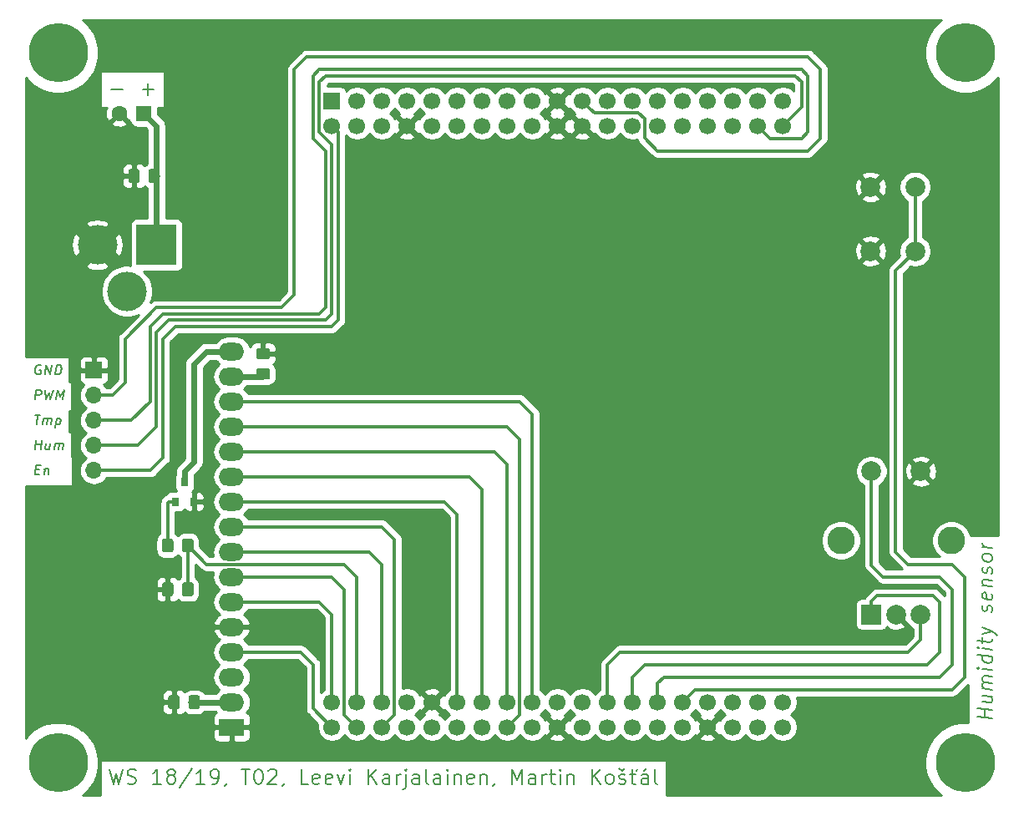
<source format=gbr>
G04 #@! TF.GenerationSoftware,KiCad,Pcbnew,(5.0.1)-3*
G04 #@! TF.CreationDate,2018-11-23T15:23:08+01:00*
G04 #@! TF.ProjectId,hwpboard,687770626F6172642E6B696361645F70,rev?*
G04 #@! TF.SameCoordinates,PX67c4f10PY2830160*
G04 #@! TF.FileFunction,Copper,L1,Top,Signal*
G04 #@! TF.FilePolarity,Positive*
%FSLAX45Y45*%
G04 Gerber Fmt 4.5, Leading zero omitted, Abs format (unit mm)*
G04 Created by KiCad (PCBNEW (5.0.1)-3) date 23/11/2018 15:23:08*
%MOMM*%
%LPD*%
G01*
G04 APERTURE LIST*
G04 #@! TA.AperFunction,NonConductor*
%ADD10C,0.200000*%
G04 #@! TD*
G04 #@! TA.AperFunction,ComponentPad*
%ADD11R,2.600000X1.800000*%
G04 #@! TD*
G04 #@! TA.AperFunction,ComponentPad*
%ADD12O,2.600000X1.800000*%
G04 #@! TD*
G04 #@! TA.AperFunction,ComponentPad*
%ADD13C,1.700000*%
G04 #@! TD*
G04 #@! TA.AperFunction,ComponentPad*
%ADD14R,1.700000X1.700000*%
G04 #@! TD*
G04 #@! TA.AperFunction,ComponentPad*
%ADD15R,4.100000X4.100000*%
G04 #@! TD*
G04 #@! TA.AperFunction,ComponentPad*
%ADD16C,4.000000*%
G04 #@! TD*
G04 #@! TA.AperFunction,ComponentPad*
%ADD17C,6.000000*%
G04 #@! TD*
G04 #@! TA.AperFunction,ComponentPad*
%ADD18O,1.700000X1.700000*%
G04 #@! TD*
G04 #@! TA.AperFunction,ComponentPad*
%ADD19C,2.000000*%
G04 #@! TD*
G04 #@! TA.AperFunction,ComponentPad*
%ADD20C,2.800000*%
G04 #@! TD*
G04 #@! TA.AperFunction,ComponentPad*
%ADD21R,2.000000X2.000000*%
G04 #@! TD*
G04 #@! TA.AperFunction,SMDPad,CuDef*
%ADD22R,0.800000X0.900000*%
G04 #@! TD*
G04 #@! TA.AperFunction,Conductor*
%ADD23C,0.100000*%
G04 #@! TD*
G04 #@! TA.AperFunction,SMDPad,CuDef*
%ADD24C,1.150000*%
G04 #@! TD*
G04 #@! TA.AperFunction,ComponentPad*
%ADD25R,1.600000X1.600000*%
G04 #@! TD*
G04 #@! TA.AperFunction,ComponentPad*
%ADD26C,1.600000*%
G04 #@! TD*
G04 #@! TA.AperFunction,ViaPad*
%ADD27C,1.000000*%
G04 #@! TD*
G04 #@! TA.AperFunction,Conductor*
%ADD28C,0.609600*%
G04 #@! TD*
G04 #@! TA.AperFunction,Conductor*
%ADD29C,0.304800*%
G04 #@! TD*
G04 #@! TA.AperFunction,Conductor*
%ADD30C,0.254000*%
G04 #@! TD*
G04 APERTURE END LIST*
D10*
X229690Y-3568500D02*
X220762Y-3563738D01*
X206476Y-3563738D01*
X191595Y-3568500D01*
X180881Y-3578024D01*
X174928Y-3587548D01*
X167786Y-3606595D01*
X166000Y-3620881D01*
X168381Y-3639928D01*
X171952Y-3649452D01*
X180286Y-3658976D01*
X193976Y-3663738D01*
X203500Y-3663738D01*
X218381Y-3658976D01*
X223738Y-3654214D01*
X227905Y-3620881D01*
X208857Y-3620881D01*
X265405Y-3663738D02*
X277905Y-3563738D01*
X322548Y-3663738D01*
X335048Y-3563738D01*
X370167Y-3663738D02*
X382667Y-3563738D01*
X406476Y-3563738D01*
X420167Y-3568500D01*
X428500Y-3578024D01*
X432071Y-3587548D01*
X434452Y-3606595D01*
X432667Y-3620881D01*
X425524Y-3639928D01*
X419571Y-3649452D01*
X408857Y-3658976D01*
X393976Y-3663738D01*
X370167Y-3663738D01*
X938714Y-771714D02*
X1053000Y-771714D01*
X1256214Y-771714D02*
X1370500Y-771714D01*
X1313357Y-828857D02*
X1313357Y-714571D01*
X171952Y-4627357D02*
X205286Y-4627357D01*
X213024Y-4679738D02*
X165405Y-4679738D01*
X177905Y-4579738D01*
X225524Y-4579738D01*
X264214Y-4613071D02*
X255881Y-4679738D01*
X263024Y-4622595D02*
X268381Y-4617833D01*
X278500Y-4613071D01*
X292786Y-4613071D01*
X301714Y-4617833D01*
X305286Y-4627357D01*
X298738Y-4679738D01*
X165405Y-4425738D02*
X177905Y-4325738D01*
X171952Y-4373357D02*
X229095Y-4373357D01*
X222548Y-4425738D02*
X235048Y-4325738D01*
X321357Y-4359071D02*
X313024Y-4425738D01*
X278500Y-4359071D02*
X271952Y-4411452D01*
X275524Y-4420976D01*
X284452Y-4425738D01*
X298738Y-4425738D01*
X308857Y-4420976D01*
X314214Y-4416214D01*
X360643Y-4425738D02*
X368976Y-4359071D01*
X367786Y-4368595D02*
X373143Y-4363833D01*
X383262Y-4359071D01*
X397548Y-4359071D01*
X406476Y-4363833D01*
X410048Y-4373357D01*
X403500Y-4425738D01*
X410048Y-4373357D02*
X416000Y-4363833D01*
X426119Y-4359071D01*
X440405Y-4359071D01*
X449333Y-4363833D01*
X452905Y-4373357D01*
X446357Y-4425738D01*
X163619Y-4071738D02*
X220762Y-4071738D01*
X179690Y-4171738D02*
X192190Y-4071738D01*
X241595Y-4171738D02*
X249928Y-4105071D01*
X248738Y-4114595D02*
X254095Y-4109833D01*
X264214Y-4105071D01*
X278500Y-4105071D01*
X287429Y-4109833D01*
X291000Y-4119357D01*
X284452Y-4171738D01*
X291000Y-4119357D02*
X296952Y-4109833D01*
X307071Y-4105071D01*
X321357Y-4105071D01*
X330286Y-4109833D01*
X333857Y-4119357D01*
X327310Y-4171738D01*
X383262Y-4105071D02*
X370762Y-4205071D01*
X382667Y-4109833D02*
X392786Y-4105071D01*
X411833Y-4105071D01*
X420762Y-4109833D01*
X424928Y-4114595D01*
X428500Y-4124119D01*
X424928Y-4152690D01*
X418976Y-4162214D01*
X413619Y-4166976D01*
X403500Y-4171738D01*
X384452Y-4171738D01*
X375524Y-4166976D01*
X165405Y-3917738D02*
X177905Y-3817738D01*
X216000Y-3817738D01*
X224928Y-3822500D01*
X229095Y-3827262D01*
X232667Y-3836786D01*
X230881Y-3851071D01*
X224928Y-3860595D01*
X219571Y-3865357D01*
X209452Y-3870119D01*
X171357Y-3870119D01*
X268381Y-3817738D02*
X279690Y-3917738D01*
X307667Y-3846309D01*
X317786Y-3917738D01*
X354095Y-3817738D01*
X379690Y-3917738D02*
X392190Y-3817738D01*
X416595Y-3889167D01*
X458857Y-3817738D01*
X446357Y-3917738D01*
X9867857Y-7150393D02*
X9717857Y-7131643D01*
X9789286Y-7140571D02*
X9789286Y-7054857D01*
X9867857Y-7064678D02*
X9717857Y-7045928D01*
X9767857Y-6916464D02*
X9867857Y-6928964D01*
X9767857Y-6980750D02*
X9846429Y-6990571D01*
X9860714Y-6985214D01*
X9867857Y-6971821D01*
X9867857Y-6950393D01*
X9860714Y-6935214D01*
X9853571Y-6927178D01*
X9867857Y-6857536D02*
X9767857Y-6845036D01*
X9782143Y-6846821D02*
X9775000Y-6838786D01*
X9767857Y-6823607D01*
X9767857Y-6802178D01*
X9775000Y-6788786D01*
X9789286Y-6783428D01*
X9867857Y-6793250D01*
X9789286Y-6783428D02*
X9775000Y-6774500D01*
X9767857Y-6759321D01*
X9767857Y-6737893D01*
X9775000Y-6724500D01*
X9789286Y-6719143D01*
X9867857Y-6728964D01*
X9867857Y-6657536D02*
X9767857Y-6645036D01*
X9717857Y-6638786D02*
X9725000Y-6646821D01*
X9732143Y-6640571D01*
X9725000Y-6632536D01*
X9717857Y-6638786D01*
X9732143Y-6640571D01*
X9867857Y-6521821D02*
X9717857Y-6503071D01*
X9860714Y-6520928D02*
X9867857Y-6536107D01*
X9867857Y-6564678D01*
X9860714Y-6578071D01*
X9853571Y-6584321D01*
X9839286Y-6589678D01*
X9796429Y-6584321D01*
X9782143Y-6575393D01*
X9775000Y-6567357D01*
X9767857Y-6552178D01*
X9767857Y-6523607D01*
X9775000Y-6510214D01*
X9867857Y-6450393D02*
X9767857Y-6437893D01*
X9717857Y-6431643D02*
X9725000Y-6439678D01*
X9732143Y-6433428D01*
X9725000Y-6425393D01*
X9717857Y-6431643D01*
X9732143Y-6433428D01*
X9767857Y-6387893D02*
X9767857Y-6330750D01*
X9717857Y-6360214D02*
X9846429Y-6376286D01*
X9860714Y-6370928D01*
X9867857Y-6357536D01*
X9867857Y-6343250D01*
X9767857Y-6295036D02*
X9867857Y-6271821D01*
X9767857Y-6223607D02*
X9867857Y-6271821D01*
X9903571Y-6290571D01*
X9910714Y-6298607D01*
X9917857Y-6313786D01*
X9860714Y-6070928D02*
X9867857Y-6057536D01*
X9867857Y-6028964D01*
X9860714Y-6013786D01*
X9846429Y-6004857D01*
X9839286Y-6003964D01*
X9825000Y-6009321D01*
X9817857Y-6022714D01*
X9817857Y-6044143D01*
X9810714Y-6057536D01*
X9796429Y-6062893D01*
X9789286Y-6062000D01*
X9775000Y-6053071D01*
X9767857Y-6037893D01*
X9767857Y-6016464D01*
X9775000Y-6003071D01*
X9860714Y-5885214D02*
X9867857Y-5900393D01*
X9867857Y-5928964D01*
X9860714Y-5942357D01*
X9846429Y-5947714D01*
X9789286Y-5940571D01*
X9775000Y-5931643D01*
X9767857Y-5916464D01*
X9767857Y-5887893D01*
X9775000Y-5874500D01*
X9789286Y-5869143D01*
X9803571Y-5870928D01*
X9817857Y-5944143D01*
X9767857Y-5802178D02*
X9867857Y-5814678D01*
X9782143Y-5803964D02*
X9775000Y-5795928D01*
X9767857Y-5780750D01*
X9767857Y-5759321D01*
X9775000Y-5745928D01*
X9789286Y-5740571D01*
X9867857Y-5750393D01*
X9860714Y-5685214D02*
X9867857Y-5671821D01*
X9867857Y-5643250D01*
X9860714Y-5628071D01*
X9846429Y-5619143D01*
X9839286Y-5618250D01*
X9825000Y-5623607D01*
X9817857Y-5637000D01*
X9817857Y-5658428D01*
X9810714Y-5671821D01*
X9796429Y-5677178D01*
X9789286Y-5676286D01*
X9775000Y-5667357D01*
X9767857Y-5652178D01*
X9767857Y-5630750D01*
X9775000Y-5617357D01*
X9867857Y-5536107D02*
X9860714Y-5549500D01*
X9853571Y-5555750D01*
X9839286Y-5561107D01*
X9796429Y-5555750D01*
X9782143Y-5546821D01*
X9775000Y-5538786D01*
X9767857Y-5523607D01*
X9767857Y-5502179D01*
X9775000Y-5488786D01*
X9782143Y-5482536D01*
X9796429Y-5477179D01*
X9839286Y-5482536D01*
X9853571Y-5491464D01*
X9860714Y-5499500D01*
X9867857Y-5514679D01*
X9867857Y-5536107D01*
X9867857Y-5421821D02*
X9767857Y-5409321D01*
X9796429Y-5412893D02*
X9782143Y-5403964D01*
X9775000Y-5395929D01*
X9767857Y-5380750D01*
X9767857Y-5366464D01*
X924428Y-7663857D02*
X960143Y-7813857D01*
X988714Y-7706714D01*
X1017286Y-7813857D01*
X1053000Y-7663857D01*
X1103000Y-7806714D02*
X1124429Y-7813857D01*
X1160143Y-7813857D01*
X1174429Y-7806714D01*
X1181571Y-7799571D01*
X1188714Y-7785286D01*
X1188714Y-7771000D01*
X1181571Y-7756714D01*
X1174429Y-7749571D01*
X1160143Y-7742428D01*
X1131571Y-7735286D01*
X1117286Y-7728143D01*
X1110143Y-7721000D01*
X1103000Y-7706714D01*
X1103000Y-7692428D01*
X1110143Y-7678143D01*
X1117286Y-7671000D01*
X1131571Y-7663857D01*
X1167286Y-7663857D01*
X1188714Y-7671000D01*
X1445857Y-7813857D02*
X1360143Y-7813857D01*
X1403000Y-7813857D02*
X1403000Y-7663857D01*
X1388714Y-7685286D01*
X1374429Y-7699571D01*
X1360143Y-7706714D01*
X1531571Y-7728143D02*
X1517286Y-7721000D01*
X1510143Y-7713857D01*
X1503000Y-7699571D01*
X1503000Y-7692428D01*
X1510143Y-7678143D01*
X1517286Y-7671000D01*
X1531571Y-7663857D01*
X1560143Y-7663857D01*
X1574428Y-7671000D01*
X1581571Y-7678143D01*
X1588714Y-7692428D01*
X1588714Y-7699571D01*
X1581571Y-7713857D01*
X1574428Y-7721000D01*
X1560143Y-7728143D01*
X1531571Y-7728143D01*
X1517286Y-7735286D01*
X1510143Y-7742428D01*
X1503000Y-7756714D01*
X1503000Y-7785286D01*
X1510143Y-7799571D01*
X1517286Y-7806714D01*
X1531571Y-7813857D01*
X1560143Y-7813857D01*
X1574428Y-7806714D01*
X1581571Y-7799571D01*
X1588714Y-7785286D01*
X1588714Y-7756714D01*
X1581571Y-7742428D01*
X1574428Y-7735286D01*
X1560143Y-7728143D01*
X1760143Y-7656714D02*
X1631571Y-7849571D01*
X1888714Y-7813857D02*
X1803000Y-7813857D01*
X1845857Y-7813857D02*
X1845857Y-7663857D01*
X1831571Y-7685286D01*
X1817286Y-7699571D01*
X1803000Y-7706714D01*
X1960143Y-7813857D02*
X1988714Y-7813857D01*
X2003000Y-7806714D01*
X2010143Y-7799571D01*
X2024428Y-7778143D01*
X2031571Y-7749571D01*
X2031571Y-7692428D01*
X2024428Y-7678143D01*
X2017286Y-7671000D01*
X2003000Y-7663857D01*
X1974428Y-7663857D01*
X1960143Y-7671000D01*
X1953000Y-7678143D01*
X1945857Y-7692428D01*
X1945857Y-7728143D01*
X1953000Y-7742428D01*
X1960143Y-7749571D01*
X1974428Y-7756714D01*
X2003000Y-7756714D01*
X2017286Y-7749571D01*
X2024428Y-7742428D01*
X2031571Y-7728143D01*
X2103000Y-7806714D02*
X2103000Y-7813857D01*
X2095857Y-7828143D01*
X2088714Y-7835286D01*
X2260143Y-7663857D02*
X2345857Y-7663857D01*
X2303000Y-7813857D02*
X2303000Y-7663857D01*
X2424429Y-7663857D02*
X2438714Y-7663857D01*
X2453000Y-7671000D01*
X2460143Y-7678143D01*
X2467286Y-7692428D01*
X2474429Y-7721000D01*
X2474429Y-7756714D01*
X2467286Y-7785286D01*
X2460143Y-7799571D01*
X2453000Y-7806714D01*
X2438714Y-7813857D01*
X2424429Y-7813857D01*
X2410143Y-7806714D01*
X2403000Y-7799571D01*
X2395857Y-7785286D01*
X2388714Y-7756714D01*
X2388714Y-7721000D01*
X2395857Y-7692428D01*
X2403000Y-7678143D01*
X2410143Y-7671000D01*
X2424429Y-7663857D01*
X2531571Y-7678143D02*
X2538714Y-7671000D01*
X2553000Y-7663857D01*
X2588714Y-7663857D01*
X2603000Y-7671000D01*
X2610143Y-7678143D01*
X2617286Y-7692428D01*
X2617286Y-7706714D01*
X2610143Y-7728143D01*
X2524429Y-7813857D01*
X2617286Y-7813857D01*
X2688714Y-7806714D02*
X2688714Y-7813857D01*
X2681571Y-7828143D01*
X2674429Y-7835286D01*
X2938714Y-7813857D02*
X2867286Y-7813857D01*
X2867286Y-7663857D01*
X3045857Y-7806714D02*
X3031571Y-7813857D01*
X3003000Y-7813857D01*
X2988714Y-7806714D01*
X2981571Y-7792428D01*
X2981571Y-7735286D01*
X2988714Y-7721000D01*
X3003000Y-7713857D01*
X3031571Y-7713857D01*
X3045857Y-7721000D01*
X3053000Y-7735286D01*
X3053000Y-7749571D01*
X2981571Y-7763857D01*
X3174428Y-7806714D02*
X3160143Y-7813857D01*
X3131571Y-7813857D01*
X3117286Y-7806714D01*
X3110143Y-7792428D01*
X3110143Y-7735286D01*
X3117286Y-7721000D01*
X3131571Y-7713857D01*
X3160143Y-7713857D01*
X3174428Y-7721000D01*
X3181571Y-7735286D01*
X3181571Y-7749571D01*
X3110143Y-7763857D01*
X3231571Y-7713857D02*
X3267286Y-7813857D01*
X3303000Y-7713857D01*
X3360143Y-7813857D02*
X3360143Y-7713857D01*
X3360143Y-7663857D02*
X3353000Y-7671000D01*
X3360143Y-7678143D01*
X3367286Y-7671000D01*
X3360143Y-7663857D01*
X3360143Y-7678143D01*
X3545857Y-7813857D02*
X3545857Y-7663857D01*
X3631571Y-7813857D02*
X3567286Y-7728143D01*
X3631571Y-7663857D02*
X3545857Y-7749571D01*
X3760143Y-7813857D02*
X3760143Y-7735286D01*
X3753000Y-7721000D01*
X3738714Y-7713857D01*
X3710143Y-7713857D01*
X3695857Y-7721000D01*
X3760143Y-7806714D02*
X3745857Y-7813857D01*
X3710143Y-7813857D01*
X3695857Y-7806714D01*
X3688714Y-7792428D01*
X3688714Y-7778143D01*
X3695857Y-7763857D01*
X3710143Y-7756714D01*
X3745857Y-7756714D01*
X3760143Y-7749571D01*
X3831571Y-7813857D02*
X3831571Y-7713857D01*
X3831571Y-7742428D02*
X3838714Y-7728143D01*
X3845857Y-7721000D01*
X3860143Y-7713857D01*
X3874428Y-7713857D01*
X3924428Y-7713857D02*
X3924428Y-7842428D01*
X3917286Y-7856714D01*
X3903000Y-7863857D01*
X3895857Y-7863857D01*
X3924428Y-7663857D02*
X3917286Y-7671000D01*
X3924428Y-7678143D01*
X3931571Y-7671000D01*
X3924428Y-7663857D01*
X3924428Y-7678143D01*
X4060143Y-7813857D02*
X4060143Y-7735286D01*
X4053000Y-7721000D01*
X4038714Y-7713857D01*
X4010143Y-7713857D01*
X3995857Y-7721000D01*
X4060143Y-7806714D02*
X4045857Y-7813857D01*
X4010143Y-7813857D01*
X3995857Y-7806714D01*
X3988714Y-7792428D01*
X3988714Y-7778143D01*
X3995857Y-7763857D01*
X4010143Y-7756714D01*
X4045857Y-7756714D01*
X4060143Y-7749571D01*
X4153000Y-7813857D02*
X4138714Y-7806714D01*
X4131571Y-7792428D01*
X4131571Y-7663857D01*
X4274429Y-7813857D02*
X4274429Y-7735286D01*
X4267286Y-7721000D01*
X4253000Y-7713857D01*
X4224429Y-7713857D01*
X4210143Y-7721000D01*
X4274429Y-7806714D02*
X4260143Y-7813857D01*
X4224429Y-7813857D01*
X4210143Y-7806714D01*
X4203000Y-7792428D01*
X4203000Y-7778143D01*
X4210143Y-7763857D01*
X4224429Y-7756714D01*
X4260143Y-7756714D01*
X4274429Y-7749571D01*
X4345857Y-7813857D02*
X4345857Y-7713857D01*
X4345857Y-7663857D02*
X4338714Y-7671000D01*
X4345857Y-7678143D01*
X4353000Y-7671000D01*
X4345857Y-7663857D01*
X4345857Y-7678143D01*
X4417286Y-7713857D02*
X4417286Y-7813857D01*
X4417286Y-7728143D02*
X4424429Y-7721000D01*
X4438714Y-7713857D01*
X4460143Y-7713857D01*
X4474429Y-7721000D01*
X4481571Y-7735286D01*
X4481571Y-7813857D01*
X4610143Y-7806714D02*
X4595857Y-7813857D01*
X4567286Y-7813857D01*
X4553000Y-7806714D01*
X4545857Y-7792428D01*
X4545857Y-7735286D01*
X4553000Y-7721000D01*
X4567286Y-7713857D01*
X4595857Y-7713857D01*
X4610143Y-7721000D01*
X4617286Y-7735286D01*
X4617286Y-7749571D01*
X4545857Y-7763857D01*
X4681571Y-7713857D02*
X4681571Y-7813857D01*
X4681571Y-7728143D02*
X4688714Y-7721000D01*
X4703000Y-7713857D01*
X4724429Y-7713857D01*
X4738714Y-7721000D01*
X4745857Y-7735286D01*
X4745857Y-7813857D01*
X4824429Y-7806714D02*
X4824429Y-7813857D01*
X4817286Y-7828143D01*
X4810143Y-7835286D01*
X5003000Y-7813857D02*
X5003000Y-7663857D01*
X5053000Y-7771000D01*
X5103000Y-7663857D01*
X5103000Y-7813857D01*
X5238714Y-7813857D02*
X5238714Y-7735286D01*
X5231571Y-7721000D01*
X5217286Y-7713857D01*
X5188714Y-7713857D01*
X5174429Y-7721000D01*
X5238714Y-7806714D02*
X5224429Y-7813857D01*
X5188714Y-7813857D01*
X5174429Y-7806714D01*
X5167286Y-7792428D01*
X5167286Y-7778143D01*
X5174429Y-7763857D01*
X5188714Y-7756714D01*
X5224429Y-7756714D01*
X5238714Y-7749571D01*
X5310143Y-7813857D02*
X5310143Y-7713857D01*
X5310143Y-7742428D02*
X5317286Y-7728143D01*
X5324429Y-7721000D01*
X5338714Y-7713857D01*
X5353000Y-7713857D01*
X5381571Y-7713857D02*
X5438714Y-7713857D01*
X5403000Y-7663857D02*
X5403000Y-7792428D01*
X5410143Y-7806714D01*
X5424429Y-7813857D01*
X5438714Y-7813857D01*
X5488714Y-7813857D02*
X5488714Y-7713857D01*
X5488714Y-7663857D02*
X5481571Y-7671000D01*
X5488714Y-7678143D01*
X5495857Y-7671000D01*
X5488714Y-7663857D01*
X5488714Y-7678143D01*
X5560143Y-7713857D02*
X5560143Y-7813857D01*
X5560143Y-7728143D02*
X5567286Y-7721000D01*
X5581571Y-7713857D01*
X5603000Y-7713857D01*
X5617286Y-7721000D01*
X5624428Y-7735286D01*
X5624428Y-7813857D01*
X5810143Y-7813857D02*
X5810143Y-7663857D01*
X5895857Y-7813857D02*
X5831571Y-7728143D01*
X5895857Y-7663857D02*
X5810143Y-7749571D01*
X5981571Y-7813857D02*
X5967286Y-7806714D01*
X5960143Y-7799571D01*
X5953000Y-7785286D01*
X5953000Y-7742428D01*
X5960143Y-7728143D01*
X5967286Y-7721000D01*
X5981571Y-7713857D01*
X6003000Y-7713857D01*
X6017286Y-7721000D01*
X6024428Y-7728143D01*
X6031571Y-7742428D01*
X6031571Y-7785286D01*
X6024428Y-7799571D01*
X6017286Y-7806714D01*
X6003000Y-7813857D01*
X5981571Y-7813857D01*
X6088714Y-7806714D02*
X6103000Y-7813857D01*
X6131571Y-7813857D01*
X6145857Y-7806714D01*
X6153000Y-7792428D01*
X6153000Y-7785286D01*
X6145857Y-7771000D01*
X6131571Y-7763857D01*
X6110143Y-7763857D01*
X6095857Y-7756714D01*
X6088714Y-7742428D01*
X6088714Y-7735286D01*
X6095857Y-7721000D01*
X6110143Y-7713857D01*
X6131571Y-7713857D01*
X6145857Y-7721000D01*
X6088714Y-7656714D02*
X6117286Y-7678143D01*
X6145857Y-7656714D01*
X6195857Y-7713857D02*
X6253000Y-7713857D01*
X6267286Y-7663857D02*
X6260143Y-7685286D01*
X6217286Y-7663857D02*
X6217286Y-7792428D01*
X6224428Y-7806714D01*
X6238714Y-7813857D01*
X6253000Y-7813857D01*
X6381571Y-7813857D02*
X6381571Y-7735286D01*
X6374428Y-7721000D01*
X6360143Y-7713857D01*
X6331571Y-7713857D01*
X6317286Y-7721000D01*
X6381571Y-7806714D02*
X6367286Y-7813857D01*
X6331571Y-7813857D01*
X6317286Y-7806714D01*
X6310143Y-7792428D01*
X6310143Y-7778143D01*
X6317286Y-7763857D01*
X6331571Y-7756714D01*
X6367286Y-7756714D01*
X6381571Y-7749571D01*
X6360143Y-7656714D02*
X6338714Y-7678143D01*
X6474428Y-7813857D02*
X6460143Y-7806714D01*
X6453000Y-7792428D01*
X6453000Y-7663857D01*
D11*
G04 #@! TO.P,LCD1,1*
G04 #@! TO.N,GND*
X2160000Y-7238000D03*
D12*
G04 #@! TO.P,LCD1,2*
G04 #@! TO.N,+5V*
X2160000Y-6984000D03*
G04 #@! TO.P,LCD1,3*
G04 #@! TO.N,DAC0*
X2160000Y-6730000D03*
G04 #@! TO.P,LCD1,4*
G04 #@! TO.N,RS*
X2160000Y-6476000D03*
G04 #@! TO.P,LCD1,5*
G04 #@! TO.N,GND*
X2160000Y-6222000D03*
G04 #@! TO.P,LCD1,6*
G04 #@! TO.N,E*
X2160000Y-5968000D03*
G04 #@! TO.P,LCD1,7*
G04 #@! TO.N,d0*
X2160000Y-5714000D03*
G04 #@! TO.P,LCD1,8*
G04 #@! TO.N,d1*
X2160000Y-5460000D03*
G04 #@! TO.P,LCD1,9*
G04 #@! TO.N,d2*
X2160000Y-5206000D03*
G04 #@! TO.P,LCD1,10*
G04 #@! TO.N,d3*
X2160000Y-4952000D03*
G04 #@! TO.P,LCD1,11*
G04 #@! TO.N,d4*
X2160000Y-4698000D03*
G04 #@! TO.P,LCD1,12*
G04 #@! TO.N,d5*
X2160000Y-4444000D03*
G04 #@! TO.P,LCD1,13*
G04 #@! TO.N,d6*
X2160000Y-4190000D03*
G04 #@! TO.P,LCD1,14*
G04 #@! TO.N,d7*
X2160000Y-3936000D03*
G04 #@! TO.P,LCD1,15*
G04 #@! TO.N,+5V*
X2160000Y-3682000D03*
G04 #@! TO.P,LCD1,16*
G04 #@! TO.N,brightness*
X2160000Y-3428000D03*
G04 #@! TD*
D13*
G04 #@! TO.P,NUCBRD1,76*
G04 #@! TO.N,N/C*
X7748000Y-7238000D03*
G04 #@! TO.P,NUCBRD1,75*
X7748000Y-6984000D03*
G04 #@! TO.P,NUCBRD1,74*
X7494000Y-7238000D03*
G04 #@! TO.P,NUCBRD1,73*
X7494000Y-6984000D03*
G04 #@! TO.P,NUCBRD1,72*
X7240000Y-7238000D03*
G04 #@! TO.P,NUCBRD1,71*
X7240000Y-6984000D03*
G04 #@! TO.P,NUCBRD1,70*
G04 #@! TO.N,GND*
X6986000Y-7238000D03*
G04 #@! TO.P,NUCBRD1,69*
G04 #@! TO.N,N/C*
X6986000Y-6984000D03*
G04 #@! TO.P,NUCBRD1,68*
X6732000Y-7238000D03*
G04 #@! TO.P,NUCBRD1,67*
G04 #@! TO.N,btn1*
X6732000Y-6984000D03*
G04 #@! TO.P,NUCBRD1,66*
G04 #@! TO.N,N/C*
X6478000Y-7238000D03*
G04 #@! TO.P,NUCBRD1,65*
G04 #@! TO.N,btn0*
X6478000Y-6984000D03*
G04 #@! TO.P,NUCBRD1,64*
G04 #@! TO.N,N/C*
X6224000Y-7238000D03*
G04 #@! TO.P,NUCBRD1,63*
G04 #@! TO.N,rotary0*
X6224000Y-6984000D03*
G04 #@! TO.P,NUCBRD1,62*
G04 #@! TO.N,N/C*
X5970000Y-7238000D03*
G04 #@! TO.P,NUCBRD1,61*
G04 #@! TO.N,rotary1*
X5970000Y-6984000D03*
G04 #@! TO.P,NUCBRD1,60*
G04 #@! TO.N,N/C*
X5716000Y-7238000D03*
G04 #@! TO.P,NUCBRD1,59*
X5716000Y-6984000D03*
G04 #@! TO.P,NUCBRD1,58*
G04 #@! TO.N,GND*
X5462000Y-7238000D03*
G04 #@! TO.P,NUCBRD1,57*
G04 #@! TO.N,N/C*
X5462000Y-6984000D03*
G04 #@! TO.P,NUCBRD1,56*
X5208000Y-7238000D03*
G04 #@! TO.P,NUCBRD1,55*
G04 #@! TO.N,d7*
X5208000Y-6984000D03*
G04 #@! TO.P,NUCBRD1,54*
G04 #@! TO.N,d6*
X4954000Y-7238000D03*
G04 #@! TO.P,NUCBRD1,53*
G04 #@! TO.N,d5*
X4954000Y-6984000D03*
G04 #@! TO.P,NUCBRD1,52*
G04 #@! TO.N,N/C*
X4700000Y-7238000D03*
G04 #@! TO.P,NUCBRD1,51*
G04 #@! TO.N,d4*
X4700000Y-6984000D03*
G04 #@! TO.P,NUCBRD1,50*
G04 #@! TO.N,N/C*
X4446000Y-7238000D03*
G04 #@! TO.P,NUCBRD1,49*
G04 #@! TO.N,d3*
X4446000Y-6984000D03*
G04 #@! TO.P,NUCBRD1,48*
G04 #@! TO.N,N/C*
X4192000Y-7238000D03*
G04 #@! TO.P,NUCBRD1,47*
G04 #@! TO.N,GND*
X4192000Y-6984000D03*
G04 #@! TO.P,NUCBRD1,46*
G04 #@! TO.N,N/C*
X3938000Y-7238000D03*
G04 #@! TO.P,NUCBRD1,45*
X3938000Y-6984000D03*
G04 #@! TO.P,NUCBRD1,44*
G04 #@! TO.N,d2*
X3684000Y-7238000D03*
G04 #@! TO.P,NUCBRD1,43*
G04 #@! TO.N,d1*
X3684000Y-6984000D03*
G04 #@! TO.P,NUCBRD1,42*
G04 #@! TO.N,d0*
X3430000Y-7238000D03*
G04 #@! TO.P,NUCBRD1,41*
G04 #@! TO.N,PWM_LCD*
X3430000Y-6984000D03*
G04 #@! TO.P,NUCBRD1,40*
G04 #@! TO.N,RS*
X3176000Y-7238000D03*
G04 #@! TO.P,NUCBRD1,39*
G04 #@! TO.N,E*
X3176000Y-6984000D03*
G04 #@! TO.P,NUCBRD1,38*
G04 #@! TO.N,humid_out*
X7748000Y-1142000D03*
G04 #@! TO.P,NUCBRD1,37*
G04 #@! TO.N,N/C*
X7748000Y-888000D03*
G04 #@! TO.P,NUCBRD1,36*
G04 #@! TO.N,temp_out*
X7494000Y-1142000D03*
G04 #@! TO.P,NUCBRD1,35*
G04 #@! TO.N,N/C*
X7494000Y-888000D03*
G04 #@! TO.P,NUCBRD1,34*
X7240000Y-1142000D03*
G04 #@! TO.P,NUCBRD1,33*
X7240000Y-888000D03*
G04 #@! TO.P,NUCBRD1,32*
G04 #@! TO.N,DAC0*
X6986000Y-1142000D03*
G04 #@! TO.P,NUCBRD1,31*
G04 #@! TO.N,N/C*
X6986000Y-888000D03*
G04 #@! TO.P,NUCBRD1,30*
X6732000Y-1142000D03*
G04 #@! TO.P,NUCBRD1,29*
X6732000Y-888000D03*
G04 #@! TO.P,NUCBRD1,28*
X6478000Y-1142000D03*
G04 #@! TO.P,NUCBRD1,27*
X6478000Y-888000D03*
G04 #@! TO.P,NUCBRD1,26*
X6224000Y-1142000D03*
G04 #@! TO.P,NUCBRD1,25*
X6224000Y-888000D03*
G04 #@! TO.P,NUCBRD1,24*
X5970000Y-1142000D03*
G04 #@! TO.P,NUCBRD1,23*
X5970000Y-888000D03*
G04 #@! TO.P,NUCBRD1,22*
G04 #@! TO.N,GND*
X5716000Y-1142000D03*
G04 #@! TO.P,NUCBRD1,21*
G04 #@! TO.N,PWM_sensor*
X5716000Y-888000D03*
G04 #@! TO.P,NUCBRD1,20*
G04 #@! TO.N,GND*
X5462000Y-1142000D03*
G04 #@! TO.P,NUCBRD1,19*
X5462000Y-888000D03*
G04 #@! TO.P,NUCBRD1,18*
G04 #@! TO.N,+5V*
X5208000Y-1142000D03*
G04 #@! TO.P,NUCBRD1,17*
G04 #@! TO.N,N/C*
X5208000Y-888000D03*
G04 #@! TO.P,NUCBRD1,16*
X4954000Y-1142000D03*
G04 #@! TO.P,NUCBRD1,15*
X4954000Y-888000D03*
G04 #@! TO.P,NUCBRD1,14*
X4700000Y-1142000D03*
G04 #@! TO.P,NUCBRD1,13*
X4700000Y-888000D03*
G04 #@! TO.P,NUCBRD1,12*
X4446000Y-1142000D03*
G04 #@! TO.P,NUCBRD1,11*
X4446000Y-888000D03*
G04 #@! TO.P,NUCBRD1,10*
X4192000Y-1142000D03*
G04 #@! TO.P,NUCBRD1,9*
X4192000Y-888000D03*
G04 #@! TO.P,NUCBRD1,8*
G04 #@! TO.N,GND*
X3938000Y-1142000D03*
G04 #@! TO.P,NUCBRD1,7*
G04 #@! TO.N,N/C*
X3938000Y-888000D03*
G04 #@! TO.P,NUCBRD1,6*
G04 #@! TO.N,Net-(C1-Pad2)*
X3684000Y-1142000D03*
G04 #@! TO.P,NUCBRD1,5*
G04 #@! TO.N,N/C*
X3684000Y-888000D03*
G04 #@! TO.P,NUCBRD1,4*
X3430000Y-1142000D03*
G04 #@! TO.P,NUCBRD1,3*
X3430000Y-888000D03*
G04 #@! TO.P,NUCBRD1,2*
G04 #@! TO.N,Sensor_enable*
X3176000Y-1142000D03*
D14*
G04 #@! TO.P,NUCBRD1,1*
G04 #@! TO.N,N/C*
X3176000Y-888000D03*
G04 #@! TD*
D15*
G04 #@! TO.P,J1,1*
G04 #@! TO.N,Net-(C1-Pad2)*
X1398000Y-2348500D03*
D16*
G04 #@! TO.P,J1,2*
G04 #@! TO.N,GND*
X798000Y-2348500D03*
G04 #@! TO.P,J1,3*
G04 #@! TO.N,N/C*
X1098000Y-2818500D03*
G04 #@! TD*
D17*
G04 #@! TO.P,J2,1*
G04 #@! TO.N,N/C*
X400000Y-400000D03*
G04 #@! TD*
G04 #@! TO.P,J3,1*
G04 #@! TO.N,N/C*
X400000Y-7600000D03*
G04 #@! TD*
G04 #@! TO.P,J4,1*
G04 #@! TO.N,N/C*
X9600000Y-400000D03*
G04 #@! TD*
G04 #@! TO.P,J5,1*
G04 #@! TO.N,N/C*
X9600000Y-7600000D03*
G04 #@! TD*
D14*
G04 #@! TO.P,MoistureSensor1,1*
G04 #@! TO.N,GND*
X763000Y-3618500D03*
D18*
G04 #@! TO.P,MoistureSensor1,2*
G04 #@! TO.N,PWM_sensor*
X763000Y-3872500D03*
G04 #@! TO.P,MoistureSensor1,3*
G04 #@! TO.N,temp_out*
X763000Y-4126500D03*
G04 #@! TO.P,MoistureSensor1,4*
G04 #@! TO.N,humid_out*
X763000Y-4380500D03*
G04 #@! TO.P,MoistureSensor1,5*
G04 #@! TO.N,Sensor_enable*
X763000Y-4634500D03*
G04 #@! TD*
D19*
G04 #@! TO.P,PushButton1,1*
G04 #@! TO.N,GND*
X8637000Y-1762000D03*
G04 #@! TO.P,PushButton1,2*
G04 #@! TO.N,btn1*
X9087000Y-1762000D03*
G04 #@! TO.P,PushButton1,1*
G04 #@! TO.N,GND*
X8637000Y-2412000D03*
G04 #@! TO.P,PushButton1,2*
G04 #@! TO.N,btn1*
X9087000Y-2412000D03*
G04 #@! TD*
G04 #@! TO.P,RotaryEncoder1,S2*
G04 #@! TO.N,GND*
X9145000Y-4645000D03*
G04 #@! TO.P,RotaryEncoder1,S1*
G04 #@! TO.N,btn0*
X8645000Y-4645000D03*
D20*
G04 #@! TO.P,RotaryEncoder1,MP*
G04 #@! TO.N,N/C*
X9455000Y-5345000D03*
X8335000Y-5345000D03*
D19*
G04 #@! TO.P,RotaryEncoder1,B*
G04 #@! TO.N,rotary1*
X9145000Y-6095000D03*
G04 #@! TO.P,RotaryEncoder1,C*
G04 #@! TO.N,GND*
X8895000Y-6095000D03*
D21*
G04 #@! TO.P,RotaryEncoder1,A*
G04 #@! TO.N,rotary0*
X8645000Y-6095000D03*
G04 #@! TD*
D22*
G04 #@! TO.P,Q1,1*
G04 #@! TO.N,Net-(Q1-Pad1)*
X1589000Y-4952000D03*
G04 #@! TO.P,Q1,2*
G04 #@! TO.N,GND*
X1779000Y-4952000D03*
G04 #@! TO.P,Q1,3*
G04 #@! TO.N,brightness*
X1684000Y-4752000D03*
G04 #@! TD*
D23*
G04 #@! TO.N,Net-(C1-Pad2)*
G04 #@! TO.C,C1*
G36*
X1408450Y-1580120D02*
X1410877Y-1580480D01*
X1413257Y-1581076D01*
X1415567Y-1581903D01*
X1417785Y-1582952D01*
X1419889Y-1584213D01*
X1421860Y-1585675D01*
X1423678Y-1587322D01*
X1425325Y-1589140D01*
X1426787Y-1591111D01*
X1428048Y-1593215D01*
X1429097Y-1595433D01*
X1429923Y-1597743D01*
X1430520Y-1600123D01*
X1430880Y-1602549D01*
X1431000Y-1605000D01*
X1431000Y-1695000D01*
X1430880Y-1697450D01*
X1430520Y-1699877D01*
X1429923Y-1702257D01*
X1429097Y-1704567D01*
X1428048Y-1706785D01*
X1426787Y-1708889D01*
X1425325Y-1710860D01*
X1423678Y-1712678D01*
X1421860Y-1714325D01*
X1419889Y-1715787D01*
X1417785Y-1717048D01*
X1415567Y-1718097D01*
X1413257Y-1718923D01*
X1410877Y-1719520D01*
X1408450Y-1719880D01*
X1406000Y-1720000D01*
X1341000Y-1720000D01*
X1338550Y-1719880D01*
X1336123Y-1719520D01*
X1333743Y-1718923D01*
X1331433Y-1718097D01*
X1329215Y-1717048D01*
X1327111Y-1715787D01*
X1325140Y-1714325D01*
X1323322Y-1712678D01*
X1321675Y-1710860D01*
X1320213Y-1708889D01*
X1318952Y-1706785D01*
X1317903Y-1704567D01*
X1317077Y-1702257D01*
X1316480Y-1699877D01*
X1316120Y-1697450D01*
X1316000Y-1695000D01*
X1316000Y-1605000D01*
X1316120Y-1602549D01*
X1316480Y-1600123D01*
X1317077Y-1597743D01*
X1317903Y-1595433D01*
X1318952Y-1593215D01*
X1320213Y-1591111D01*
X1321675Y-1589140D01*
X1323322Y-1587322D01*
X1325140Y-1585675D01*
X1327111Y-1584213D01*
X1329215Y-1582952D01*
X1331433Y-1581903D01*
X1333743Y-1581076D01*
X1336123Y-1580480D01*
X1338550Y-1580120D01*
X1341000Y-1580000D01*
X1406000Y-1580000D01*
X1408450Y-1580120D01*
X1408450Y-1580120D01*
G37*
D24*
G04 #@! TD*
G04 #@! TO.P,C1,2*
G04 #@! TO.N,Net-(C1-Pad2)*
X1373500Y-1650000D03*
D23*
G04 #@! TO.N,GND*
G04 #@! TO.C,C1*
G36*
X1203451Y-1580120D02*
X1205877Y-1580480D01*
X1208257Y-1581076D01*
X1210567Y-1581903D01*
X1212785Y-1582952D01*
X1214889Y-1584213D01*
X1216860Y-1585675D01*
X1218678Y-1587322D01*
X1220325Y-1589140D01*
X1221787Y-1591111D01*
X1223048Y-1593215D01*
X1224097Y-1595433D01*
X1224924Y-1597743D01*
X1225520Y-1600123D01*
X1225880Y-1602549D01*
X1226000Y-1605000D01*
X1226000Y-1695000D01*
X1225880Y-1697450D01*
X1225520Y-1699877D01*
X1224924Y-1702257D01*
X1224097Y-1704567D01*
X1223048Y-1706785D01*
X1221787Y-1708889D01*
X1220325Y-1710860D01*
X1218678Y-1712678D01*
X1216860Y-1714325D01*
X1214889Y-1715787D01*
X1212785Y-1717048D01*
X1210567Y-1718097D01*
X1208257Y-1718923D01*
X1205877Y-1719520D01*
X1203451Y-1719880D01*
X1201000Y-1720000D01*
X1136000Y-1720000D01*
X1133550Y-1719880D01*
X1131123Y-1719520D01*
X1128743Y-1718923D01*
X1126433Y-1718097D01*
X1124215Y-1717048D01*
X1122111Y-1715787D01*
X1120140Y-1714325D01*
X1118322Y-1712678D01*
X1116675Y-1710860D01*
X1115213Y-1708889D01*
X1113952Y-1706785D01*
X1112903Y-1704567D01*
X1112077Y-1702257D01*
X1111480Y-1699877D01*
X1111120Y-1697450D01*
X1111000Y-1695000D01*
X1111000Y-1605000D01*
X1111120Y-1602549D01*
X1111480Y-1600123D01*
X1112077Y-1597743D01*
X1112903Y-1595433D01*
X1113952Y-1593215D01*
X1115213Y-1591111D01*
X1116675Y-1589140D01*
X1118322Y-1587322D01*
X1120140Y-1585675D01*
X1122111Y-1584213D01*
X1124215Y-1582952D01*
X1126433Y-1581903D01*
X1128743Y-1581076D01*
X1131123Y-1580480D01*
X1133550Y-1580120D01*
X1136000Y-1580000D01*
X1201000Y-1580000D01*
X1203451Y-1580120D01*
X1203451Y-1580120D01*
G37*
D24*
G04 #@! TD*
G04 #@! TO.P,C1,1*
G04 #@! TO.N,GND*
X1168500Y-1650000D03*
D23*
G04 #@! TO.N,+5V*
G04 #@! TO.C,C2*
G36*
X1813950Y-6914120D02*
X1816377Y-6914480D01*
X1818757Y-6915076D01*
X1821067Y-6915903D01*
X1823285Y-6916952D01*
X1825389Y-6918213D01*
X1827360Y-6919675D01*
X1829178Y-6921322D01*
X1830825Y-6923140D01*
X1832287Y-6925111D01*
X1833548Y-6927215D01*
X1834597Y-6929433D01*
X1835423Y-6931743D01*
X1836020Y-6934123D01*
X1836380Y-6936549D01*
X1836500Y-6939000D01*
X1836500Y-7029000D01*
X1836380Y-7031450D01*
X1836020Y-7033877D01*
X1835423Y-7036257D01*
X1834597Y-7038567D01*
X1833548Y-7040785D01*
X1832287Y-7042889D01*
X1830825Y-7044860D01*
X1829178Y-7046678D01*
X1827360Y-7048325D01*
X1825389Y-7049787D01*
X1823285Y-7051048D01*
X1821067Y-7052097D01*
X1818757Y-7052923D01*
X1816377Y-7053520D01*
X1813950Y-7053880D01*
X1811500Y-7054000D01*
X1746500Y-7054000D01*
X1744049Y-7053880D01*
X1741623Y-7053520D01*
X1739243Y-7052923D01*
X1736933Y-7052097D01*
X1734715Y-7051048D01*
X1732611Y-7049787D01*
X1730640Y-7048325D01*
X1728822Y-7046678D01*
X1727175Y-7044860D01*
X1725713Y-7042889D01*
X1724452Y-7040785D01*
X1723403Y-7038567D01*
X1722576Y-7036257D01*
X1721980Y-7033877D01*
X1721620Y-7031450D01*
X1721500Y-7029000D01*
X1721500Y-6939000D01*
X1721620Y-6936549D01*
X1721980Y-6934123D01*
X1722576Y-6931743D01*
X1723403Y-6929433D01*
X1724452Y-6927215D01*
X1725713Y-6925111D01*
X1727175Y-6923140D01*
X1728822Y-6921322D01*
X1730640Y-6919675D01*
X1732611Y-6918213D01*
X1734715Y-6916952D01*
X1736933Y-6915903D01*
X1739243Y-6915076D01*
X1741623Y-6914480D01*
X1744049Y-6914120D01*
X1746500Y-6914000D01*
X1811500Y-6914000D01*
X1813950Y-6914120D01*
X1813950Y-6914120D01*
G37*
D24*
G04 #@! TD*
G04 #@! TO.P,C2,1*
G04 #@! TO.N,+5V*
X1779000Y-6984000D03*
D23*
G04 #@! TO.N,GND*
G04 #@! TO.C,C2*
G36*
X1608950Y-6914120D02*
X1611377Y-6914480D01*
X1613757Y-6915076D01*
X1616067Y-6915903D01*
X1618285Y-6916952D01*
X1620389Y-6918213D01*
X1622360Y-6919675D01*
X1624178Y-6921322D01*
X1625825Y-6923140D01*
X1627287Y-6925111D01*
X1628548Y-6927215D01*
X1629597Y-6929433D01*
X1630423Y-6931743D01*
X1631020Y-6934123D01*
X1631380Y-6936549D01*
X1631500Y-6939000D01*
X1631500Y-7029000D01*
X1631380Y-7031450D01*
X1631020Y-7033877D01*
X1630423Y-7036257D01*
X1629597Y-7038567D01*
X1628548Y-7040785D01*
X1627287Y-7042889D01*
X1625825Y-7044860D01*
X1624178Y-7046678D01*
X1622360Y-7048325D01*
X1620389Y-7049787D01*
X1618285Y-7051048D01*
X1616067Y-7052097D01*
X1613757Y-7052923D01*
X1611377Y-7053520D01*
X1608950Y-7053880D01*
X1606500Y-7054000D01*
X1541500Y-7054000D01*
X1539049Y-7053880D01*
X1536623Y-7053520D01*
X1534243Y-7052923D01*
X1531933Y-7052097D01*
X1529715Y-7051048D01*
X1527611Y-7049787D01*
X1525640Y-7048325D01*
X1523822Y-7046678D01*
X1522175Y-7044860D01*
X1520713Y-7042889D01*
X1519452Y-7040785D01*
X1518403Y-7038567D01*
X1517576Y-7036257D01*
X1516980Y-7033877D01*
X1516620Y-7031450D01*
X1516500Y-7029000D01*
X1516500Y-6939000D01*
X1516620Y-6936549D01*
X1516980Y-6934123D01*
X1517576Y-6931743D01*
X1518403Y-6929433D01*
X1519452Y-6927215D01*
X1520713Y-6925111D01*
X1522175Y-6923140D01*
X1523822Y-6921322D01*
X1525640Y-6919675D01*
X1527611Y-6918213D01*
X1529715Y-6916952D01*
X1531933Y-6915903D01*
X1534243Y-6915076D01*
X1536623Y-6914480D01*
X1539049Y-6914120D01*
X1541500Y-6914000D01*
X1606500Y-6914000D01*
X1608950Y-6914120D01*
X1608950Y-6914120D01*
G37*
D24*
G04 #@! TD*
G04 #@! TO.P,C2,2*
G04 #@! TO.N,GND*
X1574000Y-6984000D03*
D25*
G04 #@! TO.P,C3,1*
G04 #@! TO.N,Net-(C1-Pad2)*
X1271000Y-1015000D03*
D26*
G04 #@! TO.P,C3,2*
G04 #@! TO.N,GND*
X1021000Y-1015000D03*
G04 #@! TD*
D23*
G04 #@! TO.N,Net-(Q1-Pad1)*
G04 #@! TO.C,Rm0*
G36*
X1545450Y-5326620D02*
X1547877Y-5326980D01*
X1550257Y-5327577D01*
X1552567Y-5328403D01*
X1554785Y-5329452D01*
X1556889Y-5330713D01*
X1558860Y-5332175D01*
X1560678Y-5333822D01*
X1562325Y-5335640D01*
X1563787Y-5337611D01*
X1565048Y-5339715D01*
X1566097Y-5341933D01*
X1566923Y-5344243D01*
X1567520Y-5346623D01*
X1567880Y-5349050D01*
X1568000Y-5351500D01*
X1568000Y-5441500D01*
X1567880Y-5443951D01*
X1567520Y-5446377D01*
X1566923Y-5448757D01*
X1566097Y-5451067D01*
X1565048Y-5453285D01*
X1563787Y-5455389D01*
X1562325Y-5457360D01*
X1560678Y-5459178D01*
X1558860Y-5460825D01*
X1556889Y-5462287D01*
X1554785Y-5463548D01*
X1552567Y-5464597D01*
X1550257Y-5465424D01*
X1547877Y-5466020D01*
X1545450Y-5466380D01*
X1543000Y-5466500D01*
X1478000Y-5466500D01*
X1475549Y-5466380D01*
X1473123Y-5466020D01*
X1470743Y-5465424D01*
X1468433Y-5464597D01*
X1466215Y-5463548D01*
X1464111Y-5462287D01*
X1462140Y-5460825D01*
X1460322Y-5459178D01*
X1458675Y-5457360D01*
X1457213Y-5455389D01*
X1455952Y-5453285D01*
X1454903Y-5451067D01*
X1454076Y-5448757D01*
X1453480Y-5446377D01*
X1453120Y-5443951D01*
X1453000Y-5441500D01*
X1453000Y-5351500D01*
X1453120Y-5349050D01*
X1453480Y-5346623D01*
X1454076Y-5344243D01*
X1454903Y-5341933D01*
X1455952Y-5339715D01*
X1457213Y-5337611D01*
X1458675Y-5335640D01*
X1460322Y-5333822D01*
X1462140Y-5332175D01*
X1464111Y-5330713D01*
X1466215Y-5329452D01*
X1468433Y-5328403D01*
X1470743Y-5327577D01*
X1473123Y-5326980D01*
X1475549Y-5326620D01*
X1478000Y-5326500D01*
X1543000Y-5326500D01*
X1545450Y-5326620D01*
X1545450Y-5326620D01*
G37*
D24*
G04 #@! TD*
G04 #@! TO.P,Rm0,1*
G04 #@! TO.N,Net-(Q1-Pad1)*
X1510500Y-5396500D03*
D23*
G04 #@! TO.N,PWM_LCD*
G04 #@! TO.C,Rm0*
G36*
X1750450Y-5326620D02*
X1752877Y-5326980D01*
X1755257Y-5327577D01*
X1757567Y-5328403D01*
X1759785Y-5329452D01*
X1761889Y-5330713D01*
X1763860Y-5332175D01*
X1765678Y-5333822D01*
X1767325Y-5335640D01*
X1768787Y-5337611D01*
X1770048Y-5339715D01*
X1771097Y-5341933D01*
X1771923Y-5344243D01*
X1772520Y-5346623D01*
X1772880Y-5349050D01*
X1773000Y-5351500D01*
X1773000Y-5441500D01*
X1772880Y-5443951D01*
X1772520Y-5446377D01*
X1771923Y-5448757D01*
X1771097Y-5451067D01*
X1770048Y-5453285D01*
X1768787Y-5455389D01*
X1767325Y-5457360D01*
X1765678Y-5459178D01*
X1763860Y-5460825D01*
X1761889Y-5462287D01*
X1759785Y-5463548D01*
X1757567Y-5464597D01*
X1755257Y-5465424D01*
X1752877Y-5466020D01*
X1750450Y-5466380D01*
X1748000Y-5466500D01*
X1683000Y-5466500D01*
X1680549Y-5466380D01*
X1678123Y-5466020D01*
X1675743Y-5465424D01*
X1673433Y-5464597D01*
X1671215Y-5463548D01*
X1669111Y-5462287D01*
X1667140Y-5460825D01*
X1665322Y-5459178D01*
X1663675Y-5457360D01*
X1662213Y-5455389D01*
X1660952Y-5453285D01*
X1659903Y-5451067D01*
X1659076Y-5448757D01*
X1658480Y-5446377D01*
X1658120Y-5443951D01*
X1658000Y-5441500D01*
X1658000Y-5351500D01*
X1658120Y-5349050D01*
X1658480Y-5346623D01*
X1659076Y-5344243D01*
X1659903Y-5341933D01*
X1660952Y-5339715D01*
X1662213Y-5337611D01*
X1663675Y-5335640D01*
X1665322Y-5333822D01*
X1667140Y-5332175D01*
X1669111Y-5330713D01*
X1671215Y-5329452D01*
X1673433Y-5328403D01*
X1675743Y-5327577D01*
X1678123Y-5326980D01*
X1680549Y-5326620D01*
X1683000Y-5326500D01*
X1748000Y-5326500D01*
X1750450Y-5326620D01*
X1750450Y-5326620D01*
G37*
D24*
G04 #@! TD*
G04 #@! TO.P,Rm0,2*
G04 #@! TO.N,PWM_LCD*
X1715500Y-5396500D03*
D23*
G04 #@! TO.N,GND*
G04 #@! TO.C,Rm1*
G36*
X1545450Y-5771120D02*
X1547877Y-5771480D01*
X1550257Y-5772076D01*
X1552567Y-5772903D01*
X1554785Y-5773952D01*
X1556889Y-5775213D01*
X1558860Y-5776675D01*
X1560678Y-5778322D01*
X1562325Y-5780140D01*
X1563787Y-5782111D01*
X1565048Y-5784215D01*
X1566097Y-5786433D01*
X1566923Y-5788743D01*
X1567520Y-5791123D01*
X1567880Y-5793549D01*
X1568000Y-5796000D01*
X1568000Y-5886000D01*
X1567880Y-5888450D01*
X1567520Y-5890877D01*
X1566923Y-5893257D01*
X1566097Y-5895567D01*
X1565048Y-5897785D01*
X1563787Y-5899889D01*
X1562325Y-5901860D01*
X1560678Y-5903678D01*
X1558860Y-5905325D01*
X1556889Y-5906787D01*
X1554785Y-5908048D01*
X1552567Y-5909097D01*
X1550257Y-5909923D01*
X1547877Y-5910520D01*
X1545450Y-5910880D01*
X1543000Y-5911000D01*
X1478000Y-5911000D01*
X1475549Y-5910880D01*
X1473123Y-5910520D01*
X1470743Y-5909923D01*
X1468433Y-5909097D01*
X1466215Y-5908048D01*
X1464111Y-5906787D01*
X1462140Y-5905325D01*
X1460322Y-5903678D01*
X1458675Y-5901860D01*
X1457213Y-5899889D01*
X1455952Y-5897785D01*
X1454903Y-5895567D01*
X1454076Y-5893257D01*
X1453480Y-5890877D01*
X1453120Y-5888450D01*
X1453000Y-5886000D01*
X1453000Y-5796000D01*
X1453120Y-5793549D01*
X1453480Y-5791123D01*
X1454076Y-5788743D01*
X1454903Y-5786433D01*
X1455952Y-5784215D01*
X1457213Y-5782111D01*
X1458675Y-5780140D01*
X1460322Y-5778322D01*
X1462140Y-5776675D01*
X1464111Y-5775213D01*
X1466215Y-5773952D01*
X1468433Y-5772903D01*
X1470743Y-5772076D01*
X1473123Y-5771480D01*
X1475549Y-5771120D01*
X1478000Y-5771000D01*
X1543000Y-5771000D01*
X1545450Y-5771120D01*
X1545450Y-5771120D01*
G37*
D24*
G04 #@! TD*
G04 #@! TO.P,Rm1,2*
G04 #@! TO.N,GND*
X1510500Y-5841000D03*
D23*
G04 #@! TO.N,PWM_LCD*
G04 #@! TO.C,Rm1*
G36*
X1750450Y-5771120D02*
X1752877Y-5771480D01*
X1755257Y-5772076D01*
X1757567Y-5772903D01*
X1759785Y-5773952D01*
X1761889Y-5775213D01*
X1763860Y-5776675D01*
X1765678Y-5778322D01*
X1767325Y-5780140D01*
X1768787Y-5782111D01*
X1770048Y-5784215D01*
X1771097Y-5786433D01*
X1771923Y-5788743D01*
X1772520Y-5791123D01*
X1772880Y-5793549D01*
X1773000Y-5796000D01*
X1773000Y-5886000D01*
X1772880Y-5888450D01*
X1772520Y-5890877D01*
X1771923Y-5893257D01*
X1771097Y-5895567D01*
X1770048Y-5897785D01*
X1768787Y-5899889D01*
X1767325Y-5901860D01*
X1765678Y-5903678D01*
X1763860Y-5905325D01*
X1761889Y-5906787D01*
X1759785Y-5908048D01*
X1757567Y-5909097D01*
X1755257Y-5909923D01*
X1752877Y-5910520D01*
X1750450Y-5910880D01*
X1748000Y-5911000D01*
X1683000Y-5911000D01*
X1680549Y-5910880D01*
X1678123Y-5910520D01*
X1675743Y-5909923D01*
X1673433Y-5909097D01*
X1671215Y-5908048D01*
X1669111Y-5906787D01*
X1667140Y-5905325D01*
X1665322Y-5903678D01*
X1663675Y-5901860D01*
X1662213Y-5899889D01*
X1660952Y-5897785D01*
X1659903Y-5895567D01*
X1659076Y-5893257D01*
X1658480Y-5890877D01*
X1658120Y-5888450D01*
X1658000Y-5886000D01*
X1658000Y-5796000D01*
X1658120Y-5793549D01*
X1658480Y-5791123D01*
X1659076Y-5788743D01*
X1659903Y-5786433D01*
X1660952Y-5784215D01*
X1662213Y-5782111D01*
X1663675Y-5780140D01*
X1665322Y-5778322D01*
X1667140Y-5776675D01*
X1669111Y-5775213D01*
X1671215Y-5773952D01*
X1673433Y-5772903D01*
X1675743Y-5772076D01*
X1678123Y-5771480D01*
X1680549Y-5771120D01*
X1683000Y-5771000D01*
X1748000Y-5771000D01*
X1750450Y-5771120D01*
X1750450Y-5771120D01*
G37*
D24*
G04 #@! TD*
G04 #@! TO.P,Rm1,1*
G04 #@! TO.N,PWM_LCD*
X1715500Y-5841000D03*
D23*
G04 #@! TO.N,GND*
G04 #@! TO.C,C4*
G36*
X2524951Y-3395120D02*
X2527377Y-3395480D01*
X2529757Y-3396076D01*
X2532067Y-3396903D01*
X2534285Y-3397952D01*
X2536389Y-3399213D01*
X2538360Y-3400675D01*
X2540178Y-3402322D01*
X2541825Y-3404140D01*
X2543287Y-3406111D01*
X2544548Y-3408215D01*
X2545597Y-3410433D01*
X2546424Y-3412743D01*
X2547020Y-3415123D01*
X2547380Y-3417549D01*
X2547500Y-3420000D01*
X2547500Y-3485000D01*
X2547380Y-3487450D01*
X2547020Y-3489877D01*
X2546424Y-3492257D01*
X2545597Y-3494567D01*
X2544548Y-3496785D01*
X2543287Y-3498889D01*
X2541825Y-3500860D01*
X2540178Y-3502678D01*
X2538360Y-3504325D01*
X2536389Y-3505787D01*
X2534285Y-3507048D01*
X2532067Y-3508097D01*
X2529757Y-3508923D01*
X2527377Y-3509520D01*
X2524951Y-3509880D01*
X2522500Y-3510000D01*
X2432500Y-3510000D01*
X2430050Y-3509880D01*
X2427623Y-3509520D01*
X2425243Y-3508923D01*
X2422933Y-3508097D01*
X2420715Y-3507048D01*
X2418611Y-3505787D01*
X2416640Y-3504325D01*
X2414822Y-3502678D01*
X2413175Y-3500860D01*
X2411713Y-3498889D01*
X2410452Y-3496785D01*
X2409403Y-3494567D01*
X2408577Y-3492257D01*
X2407980Y-3489877D01*
X2407620Y-3487450D01*
X2407500Y-3485000D01*
X2407500Y-3420000D01*
X2407620Y-3417549D01*
X2407980Y-3415123D01*
X2408577Y-3412743D01*
X2409403Y-3410433D01*
X2410452Y-3408215D01*
X2411713Y-3406111D01*
X2413175Y-3404140D01*
X2414822Y-3402322D01*
X2416640Y-3400675D01*
X2418611Y-3399213D01*
X2420715Y-3397952D01*
X2422933Y-3396903D01*
X2425243Y-3396076D01*
X2427623Y-3395480D01*
X2430050Y-3395120D01*
X2432500Y-3395000D01*
X2522500Y-3395000D01*
X2524951Y-3395120D01*
X2524951Y-3395120D01*
G37*
D24*
G04 #@! TD*
G04 #@! TO.P,C4,2*
G04 #@! TO.N,GND*
X2477500Y-3452500D03*
D23*
G04 #@! TO.N,+5V*
G04 #@! TO.C,C4*
G36*
X2524951Y-3600120D02*
X2527377Y-3600480D01*
X2529757Y-3601076D01*
X2532067Y-3601903D01*
X2534285Y-3602952D01*
X2536389Y-3604213D01*
X2538360Y-3605675D01*
X2540178Y-3607322D01*
X2541825Y-3609140D01*
X2543287Y-3611111D01*
X2544548Y-3613215D01*
X2545597Y-3615433D01*
X2546424Y-3617743D01*
X2547020Y-3620123D01*
X2547380Y-3622549D01*
X2547500Y-3625000D01*
X2547500Y-3690000D01*
X2547380Y-3692450D01*
X2547020Y-3694877D01*
X2546424Y-3697257D01*
X2545597Y-3699567D01*
X2544548Y-3701785D01*
X2543287Y-3703889D01*
X2541825Y-3705860D01*
X2540178Y-3707678D01*
X2538360Y-3709325D01*
X2536389Y-3710787D01*
X2534285Y-3712048D01*
X2532067Y-3713097D01*
X2529757Y-3713923D01*
X2527377Y-3714520D01*
X2524951Y-3714880D01*
X2522500Y-3715000D01*
X2432500Y-3715000D01*
X2430050Y-3714880D01*
X2427623Y-3714520D01*
X2425243Y-3713923D01*
X2422933Y-3713097D01*
X2420715Y-3712048D01*
X2418611Y-3710787D01*
X2416640Y-3709325D01*
X2414822Y-3707678D01*
X2413175Y-3705860D01*
X2411713Y-3703889D01*
X2410452Y-3701785D01*
X2409403Y-3699567D01*
X2408577Y-3697257D01*
X2407980Y-3694877D01*
X2407620Y-3692450D01*
X2407500Y-3690000D01*
X2407500Y-3625000D01*
X2407620Y-3622549D01*
X2407980Y-3620123D01*
X2408577Y-3617743D01*
X2409403Y-3615433D01*
X2410452Y-3613215D01*
X2411713Y-3611111D01*
X2413175Y-3609140D01*
X2414822Y-3607322D01*
X2416640Y-3605675D01*
X2418611Y-3604213D01*
X2420715Y-3602952D01*
X2422933Y-3601903D01*
X2425243Y-3601076D01*
X2427623Y-3600480D01*
X2430050Y-3600120D01*
X2432500Y-3600000D01*
X2522500Y-3600000D01*
X2524951Y-3600120D01*
X2524951Y-3600120D01*
G37*
D24*
G04 #@! TD*
G04 #@! TO.P,C4,1*
G04 #@! TO.N,+5V*
X2477500Y-3657500D03*
D27*
G04 #@! TO.N,GND*
X1906000Y-5206000D03*
G04 #@! TD*
D28*
G04 #@! TO.N,+5V*
X2453000Y-3682000D02*
X2477500Y-3657500D01*
X2160000Y-3682000D02*
X2453000Y-3682000D01*
X2160000Y-6984000D02*
X1779000Y-6984000D01*
D29*
G04 #@! TO.N,E*
X3176000Y-6984000D02*
X3176000Y-6095000D01*
X3049000Y-5968000D02*
X2160000Y-5968000D01*
X3176000Y-6095000D02*
X3049000Y-5968000D01*
D28*
G04 #@! TO.N,brightness*
X1779000Y-3555000D02*
X1906000Y-3428000D01*
X1906000Y-3428000D02*
X2160000Y-3428000D01*
X1779000Y-4551040D02*
X1779000Y-3555000D01*
X1684000Y-4752000D02*
X1684000Y-4646040D01*
X1684000Y-4646040D02*
X1779000Y-4551040D01*
D29*
G04 #@! TO.N,humid_out*
X7937259Y-952741D02*
X7748000Y-1142000D01*
X3049000Y-697500D02*
X3112500Y-634000D01*
X3049000Y-1205500D02*
X3049000Y-697500D01*
X7937259Y-696259D02*
X7937259Y-952741D01*
X3176000Y-1332500D02*
X3049000Y-1205500D01*
X3112500Y-634000D02*
X7875000Y-634000D01*
X1207500Y-4380500D02*
X1398000Y-4190000D01*
X1525000Y-3110500D02*
X3112500Y-3110500D01*
X7875000Y-634000D02*
X7937259Y-696259D01*
X3112500Y-3110500D02*
X3176000Y-3047000D01*
X763000Y-4380500D02*
X1207500Y-4380500D01*
X3176000Y-3047000D02*
X3176000Y-1332500D01*
X1398000Y-4190000D02*
X1398000Y-3237500D01*
X1398000Y-3237500D02*
X1525000Y-3110500D01*
G04 #@! TO.N,rotary1*
X6097000Y-6476000D02*
X5970000Y-6603000D01*
X9145000Y-6349000D02*
X9018000Y-6476000D01*
X5970000Y-6603000D02*
X5970000Y-6984000D01*
X9018000Y-6476000D02*
X6097000Y-6476000D01*
X9145000Y-6095000D02*
X9145000Y-6349000D01*
G04 #@! TO.N,btn0*
X6478000Y-6793500D02*
X6478000Y-6984000D01*
X9335500Y-6730000D02*
X6541500Y-6730000D01*
X8645000Y-5595000D02*
X8764000Y-5714000D01*
X9462500Y-5841000D02*
X9462500Y-6603000D01*
X6541500Y-6730000D02*
X6478000Y-6793500D01*
X8645000Y-4645000D02*
X8645000Y-5595000D01*
X8764000Y-5714000D02*
X9335500Y-5714000D01*
X9335500Y-5714000D02*
X9462500Y-5841000D01*
X9462500Y-6603000D02*
X9335500Y-6730000D01*
G04 #@! TO.N,btn1*
X8891000Y-5460000D02*
X8891000Y-2608000D01*
X9018000Y-5587000D02*
X8891000Y-5460000D01*
X6859000Y-6857000D02*
X9462500Y-6857000D01*
X6732000Y-6984000D02*
X6859000Y-6857000D01*
X9462500Y-6857000D02*
X9589500Y-6730000D01*
X9589500Y-6730000D02*
X9589500Y-5714000D01*
X9589500Y-5714000D02*
X9462500Y-5587000D01*
X9462500Y-5587000D02*
X9018000Y-5587000D01*
X8891000Y-2608000D02*
X9087000Y-2412000D01*
X9087000Y-1903421D02*
X9087000Y-2412000D01*
X9087000Y-1762000D02*
X9087000Y-1903421D01*
G04 #@! TO.N,rotary0*
X6224000Y-6730000D02*
X6224000Y-6984000D01*
X6351000Y-6603000D02*
X6224000Y-6730000D01*
X9208500Y-6603000D02*
X6351000Y-6603000D01*
X8645000Y-6095000D02*
X8645000Y-5964520D01*
X8645000Y-5964520D02*
X8705020Y-5904500D01*
X9335500Y-6476000D02*
X9208500Y-6603000D01*
X8705020Y-5904500D02*
X9272000Y-5904500D01*
X9272000Y-5904500D02*
X9335500Y-5968000D01*
X9335500Y-5968000D02*
X9335500Y-6476000D01*
G04 #@! TO.N,RS*
X2858500Y-6476000D02*
X2160000Y-6476000D01*
X2985500Y-6603000D02*
X2858500Y-6476000D01*
X3176000Y-7238000D02*
X2985500Y-7047500D01*
X2985500Y-7047500D02*
X2985500Y-6603000D01*
G04 #@! TO.N,d0*
X3176000Y-5714000D02*
X2160000Y-5714000D01*
X3303000Y-5841000D02*
X3176000Y-5714000D01*
X3430000Y-7238000D02*
X3303000Y-7111000D01*
X3303000Y-7111000D02*
X3303000Y-5841000D01*
G04 #@! TO.N,d4*
X4573000Y-4698000D02*
X2160000Y-4698000D01*
X4700000Y-6984000D02*
X4700000Y-4825000D01*
X4700000Y-4825000D02*
X4573000Y-4698000D01*
G04 #@! TO.N,d5*
X4954000Y-4571000D02*
X4954000Y-6984000D01*
X2160000Y-4444000D02*
X4827000Y-4444000D01*
X4827000Y-4444000D02*
X4954000Y-4571000D01*
G04 #@! TO.N,d6*
X4954000Y-7238000D02*
X5081000Y-7111000D01*
X4954000Y-4190000D02*
X2160000Y-4190000D01*
X5081000Y-4317000D02*
X4954000Y-4190000D01*
X5081000Y-7111000D02*
X5081000Y-4317000D01*
G04 #@! TO.N,d7*
X5208000Y-6971500D02*
X5208000Y-4063000D01*
X5081000Y-3936000D02*
X2160000Y-3936000D01*
X5208000Y-4063000D02*
X5081000Y-3936000D01*
G04 #@! TO.N,temp_out*
X763000Y-4126500D02*
X1144000Y-4126500D01*
X1144000Y-4126500D02*
X1334500Y-3936000D01*
X1334500Y-3936000D02*
X1334500Y-3174000D01*
X1334500Y-3174000D02*
X1461500Y-3047000D01*
X1461500Y-3047000D02*
X3049000Y-3047000D01*
X3049000Y-3047000D02*
X3112500Y-2983500D01*
X3112500Y-2983500D02*
X3112500Y-1396000D01*
X3112500Y-1396000D02*
X2985500Y-1269000D01*
X2985500Y-1269000D02*
X2985500Y-634000D01*
X2985500Y-634000D02*
X3049000Y-570500D01*
X3049000Y-570500D02*
X7938500Y-570500D01*
X7938500Y-570500D02*
X8002000Y-634000D01*
X8002000Y-634000D02*
X8002000Y-1205500D01*
X8002000Y-1205500D02*
X7938500Y-1269000D01*
X7621000Y-1269000D02*
X7494000Y-1142000D01*
X7938500Y-1269000D02*
X7621000Y-1269000D01*
G04 #@! TO.N,d1*
X3684000Y-6984000D02*
X3684000Y-5587000D01*
X3557000Y-5460000D02*
X2160000Y-5460000D01*
X3684000Y-5587000D02*
X3557000Y-5460000D01*
G04 #@! TO.N,d2*
X3684000Y-5206000D02*
X2160000Y-5206000D01*
X3811000Y-5333000D02*
X3684000Y-5206000D01*
X3684000Y-7238000D02*
X3811000Y-7111000D01*
X3811000Y-7111000D02*
X3811000Y-5333000D01*
G04 #@! TO.N,d3*
X4446000Y-5079000D02*
X4319000Y-4952000D01*
X4319000Y-4952000D02*
X2160000Y-4952000D01*
X4446000Y-6984000D02*
X4446000Y-5079000D01*
D28*
G04 #@! TO.N,Net-(C1-Pad2)*
X1398000Y-1142000D02*
X1271000Y-1015000D01*
X1398000Y-2348500D02*
X1398000Y-1142000D01*
D29*
G04 #@! TO.N,PWM_sensor*
X5836240Y-1008240D02*
X5801000Y-973000D01*
X2668000Y-2983500D02*
X2795000Y-2856500D01*
X1398000Y-2983500D02*
X2668000Y-2983500D01*
X763000Y-3872500D02*
X953500Y-3872500D01*
X6280740Y-1008240D02*
X5836240Y-1008240D01*
X2922000Y-443500D02*
X8002000Y-443500D01*
X1080500Y-3301000D02*
X1398000Y-2983500D01*
X1080500Y-3745500D02*
X1080500Y-3301000D01*
X8002000Y-443500D02*
X8129000Y-570500D01*
X5801000Y-973000D02*
X5716000Y-888000D01*
X953500Y-3872500D02*
X1080500Y-3745500D01*
X2795000Y-570500D02*
X2922000Y-443500D01*
X2795000Y-2856500D02*
X2795000Y-570500D01*
X6344240Y-1262240D02*
X6344240Y-1071740D01*
X6344240Y-1071740D02*
X6280740Y-1008240D01*
X8129000Y-570500D02*
X8129000Y-1269000D01*
X8129000Y-1269000D02*
X8002000Y-1396000D01*
X8002000Y-1396000D02*
X6478000Y-1396000D01*
X6478000Y-1396000D02*
X6344240Y-1262240D01*
G04 #@! TO.N,Sensor_enable*
X1334500Y-4634500D02*
X1461500Y-4507500D01*
X1461500Y-4507500D02*
X1461500Y-3301000D01*
X3239500Y-3110500D02*
X3239500Y-1205500D01*
X763000Y-4634500D02*
X1334500Y-4634500D01*
X1461500Y-3301000D02*
X1588500Y-3174000D01*
X1588500Y-3174000D02*
X3176000Y-3174000D01*
X3176000Y-3174000D02*
X3239500Y-3110500D01*
X3176000Y-1142000D02*
X3239500Y-1205500D01*
G04 #@! TO.N,PWM_LCD*
X1906000Y-5587000D02*
X1715500Y-5396500D01*
X3303000Y-5587000D02*
X1906000Y-5587000D01*
X3430000Y-6984000D02*
X3430000Y-5714000D01*
X3430000Y-5714000D02*
X3303000Y-5587000D01*
X1715500Y-5396500D02*
X1715500Y-5841000D01*
G04 #@! TO.N,Net-(Q1-Pad1)*
X1518520Y-4952000D02*
X1589000Y-4952000D01*
X1510500Y-4960020D02*
X1518520Y-4952000D01*
X1510500Y-5396500D02*
X1510500Y-4960020D01*
G04 #@! TD*
D30*
G04 #@! TO.N,GND*
G36*
X9336919Y-79435D02*
X9279435Y-136919D01*
X9234270Y-204513D01*
X9203160Y-279620D01*
X9187300Y-359353D01*
X9187300Y-440647D01*
X9203160Y-520380D01*
X9234270Y-595487D01*
X9279435Y-663081D01*
X9336919Y-720565D01*
X9404513Y-765730D01*
X9479620Y-796840D01*
X9559353Y-812700D01*
X9640647Y-812700D01*
X9720380Y-796840D01*
X9795487Y-765730D01*
X9863081Y-720565D01*
X9920565Y-663081D01*
X9929000Y-650457D01*
X9929000Y-5295071D01*
X9652555Y-5295071D01*
X9650680Y-5285641D01*
X9635339Y-5248607D01*
X9613069Y-5215276D01*
X9584724Y-5186931D01*
X9551393Y-5164661D01*
X9514359Y-5149320D01*
X9475043Y-5141500D01*
X9434957Y-5141500D01*
X9395641Y-5149320D01*
X9358607Y-5164661D01*
X9325276Y-5186931D01*
X9296931Y-5215276D01*
X9274661Y-5248607D01*
X9259320Y-5285641D01*
X9251500Y-5324957D01*
X9251500Y-5365043D01*
X9259320Y-5404359D01*
X9274661Y-5441393D01*
X9296931Y-5474724D01*
X9325276Y-5503069D01*
X9333046Y-5508260D01*
X9050615Y-5508260D01*
X8969740Y-5427385D01*
X8969740Y-4758113D01*
X9049848Y-4758113D01*
X9059470Y-4784329D01*
X9088295Y-4798338D01*
X9119299Y-4806455D01*
X9151291Y-4808366D01*
X9183041Y-4804000D01*
X9213330Y-4793523D01*
X9230531Y-4784329D01*
X9240152Y-4758113D01*
X9145000Y-4662961D01*
X9049848Y-4758113D01*
X8969740Y-4758113D01*
X8969740Y-4651291D01*
X8981634Y-4651291D01*
X8986000Y-4683041D01*
X8996477Y-4713330D01*
X9005671Y-4730531D01*
X9031887Y-4740152D01*
X9127040Y-4645000D01*
X9162961Y-4645000D01*
X9258113Y-4740152D01*
X9284329Y-4730531D01*
X9298338Y-4701705D01*
X9306455Y-4670701D01*
X9308366Y-4638709D01*
X9304000Y-4606959D01*
X9293523Y-4576670D01*
X9284329Y-4559470D01*
X9258113Y-4549848D01*
X9162961Y-4645000D01*
X9127040Y-4645000D01*
X9031887Y-4549848D01*
X9005671Y-4559470D01*
X8991662Y-4588295D01*
X8983546Y-4619299D01*
X8981634Y-4651291D01*
X8969740Y-4651291D01*
X8969740Y-4531887D01*
X9049848Y-4531887D01*
X9145000Y-4627040D01*
X9240152Y-4531887D01*
X9230531Y-4505671D01*
X9201705Y-4491662D01*
X9170701Y-4483546D01*
X9138709Y-4481634D01*
X9106959Y-4486000D01*
X9076670Y-4496477D01*
X9059470Y-4505671D01*
X9049848Y-4531887D01*
X8969740Y-4531887D01*
X8969740Y-2640615D01*
X9040835Y-2569520D01*
X9070897Y-2575500D01*
X9103103Y-2575500D01*
X9134691Y-2569217D01*
X9164446Y-2556892D01*
X9191225Y-2538999D01*
X9213999Y-2516225D01*
X9231892Y-2489446D01*
X9244217Y-2459691D01*
X9250500Y-2428103D01*
X9250500Y-2395897D01*
X9244217Y-2364309D01*
X9231892Y-2334554D01*
X9213999Y-2307775D01*
X9191225Y-2285001D01*
X9165740Y-2267973D01*
X9165740Y-1906027D01*
X9191225Y-1888999D01*
X9213999Y-1866225D01*
X9231892Y-1839446D01*
X9244217Y-1809691D01*
X9250500Y-1778103D01*
X9250500Y-1745897D01*
X9244217Y-1714309D01*
X9231892Y-1684554D01*
X9213999Y-1657775D01*
X9191225Y-1635001D01*
X9164446Y-1617108D01*
X9134691Y-1604783D01*
X9103103Y-1598500D01*
X9070897Y-1598500D01*
X9039309Y-1604783D01*
X9009554Y-1617108D01*
X8982775Y-1635001D01*
X8960001Y-1657775D01*
X8942108Y-1684554D01*
X8929783Y-1714309D01*
X8923500Y-1745897D01*
X8923500Y-1778103D01*
X8929783Y-1809691D01*
X8942108Y-1839446D01*
X8960001Y-1866225D01*
X8982775Y-1888999D01*
X9008260Y-1906027D01*
X9008260Y-2267973D01*
X8982775Y-2285001D01*
X8960001Y-2307775D01*
X8942108Y-2334554D01*
X8929783Y-2364309D01*
X8923500Y-2395897D01*
X8923500Y-2428103D01*
X8929480Y-2458165D01*
X8838057Y-2549588D01*
X8835053Y-2552053D01*
X8832588Y-2555057D01*
X8825214Y-2564043D01*
X8817902Y-2577722D01*
X8813400Y-2592564D01*
X8811879Y-2608000D01*
X8812260Y-2611867D01*
X8812260Y-5456134D01*
X8811879Y-5460000D01*
X8812260Y-5463866D01*
X8812260Y-5463867D01*
X8813399Y-5475436D01*
X8817902Y-5490278D01*
X8825213Y-5503957D01*
X8835053Y-5515947D01*
X8838058Y-5518413D01*
X8954905Y-5635260D01*
X8796615Y-5635260D01*
X8723740Y-5562385D01*
X8723740Y-4789027D01*
X8749225Y-4771999D01*
X8771999Y-4749225D01*
X8789892Y-4722446D01*
X8802217Y-4692691D01*
X8808500Y-4661103D01*
X8808500Y-4628897D01*
X8802217Y-4597309D01*
X8789892Y-4567554D01*
X8771999Y-4540775D01*
X8749225Y-4518001D01*
X8722446Y-4500108D01*
X8692691Y-4487783D01*
X8661103Y-4481500D01*
X8628897Y-4481500D01*
X8597309Y-4487783D01*
X8567554Y-4500108D01*
X8540775Y-4518001D01*
X8518001Y-4540775D01*
X8500108Y-4567554D01*
X8487783Y-4597309D01*
X8481500Y-4628897D01*
X8481500Y-4661103D01*
X8487783Y-4692691D01*
X8500108Y-4722446D01*
X8518001Y-4749225D01*
X8540775Y-4771999D01*
X8566260Y-4789027D01*
X8566260Y-5591133D01*
X8565879Y-5595000D01*
X8567400Y-5610436D01*
X8571902Y-5625278D01*
X8577034Y-5634879D01*
X8579214Y-5638957D01*
X8589053Y-5650947D01*
X8592057Y-5653412D01*
X8705588Y-5766943D01*
X8708053Y-5769947D01*
X8711057Y-5772412D01*
X8711057Y-5772412D01*
X8711805Y-5773026D01*
X8720043Y-5779787D01*
X8733722Y-5787098D01*
X8748564Y-5791601D01*
X8760133Y-5792740D01*
X8760134Y-5792740D01*
X8764000Y-5793121D01*
X8767866Y-5792740D01*
X9302885Y-5792740D01*
X9383760Y-5873615D01*
X9383760Y-5904905D01*
X9330413Y-5851558D01*
X9327947Y-5848553D01*
X9315957Y-5838713D01*
X9302278Y-5831402D01*
X9287436Y-5826899D01*
X9275867Y-5825760D01*
X9275866Y-5825760D01*
X9272000Y-5825379D01*
X9268134Y-5825760D01*
X8708886Y-5825760D01*
X8705020Y-5825379D01*
X8701154Y-5825760D01*
X8701153Y-5825760D01*
X8689584Y-5826899D01*
X8674742Y-5831402D01*
X8661063Y-5838713D01*
X8654967Y-5843716D01*
X8649073Y-5848553D01*
X8646608Y-5851557D01*
X8592057Y-5906108D01*
X8589053Y-5908573D01*
X8584519Y-5914098D01*
X8579214Y-5920563D01*
X8573532Y-5931193D01*
X8545000Y-5931193D01*
X8532552Y-5932419D01*
X8520582Y-5936050D01*
X8509551Y-5941946D01*
X8499882Y-5949881D01*
X8491946Y-5959551D01*
X8486050Y-5970582D01*
X8482419Y-5982552D01*
X8481193Y-5995000D01*
X8481193Y-6195000D01*
X8482419Y-6207448D01*
X8486050Y-6219418D01*
X8491946Y-6230449D01*
X8499882Y-6240118D01*
X8509551Y-6248054D01*
X8520582Y-6253950D01*
X8532552Y-6257581D01*
X8545000Y-6258807D01*
X8745000Y-6258807D01*
X8757448Y-6257581D01*
X8769418Y-6253950D01*
X8780449Y-6248054D01*
X8790119Y-6240118D01*
X8798054Y-6230449D01*
X8803950Y-6219418D01*
X8803971Y-6219348D01*
X8809470Y-6234329D01*
X8838295Y-6248338D01*
X8869299Y-6256454D01*
X8901291Y-6258366D01*
X8933041Y-6254000D01*
X8963330Y-6243523D01*
X8980531Y-6234329D01*
X8990152Y-6208113D01*
X8895000Y-6112960D01*
X8893586Y-6114375D01*
X8875625Y-6096414D01*
X8877040Y-6095000D01*
X8875625Y-6093586D01*
X8893586Y-6075625D01*
X8895000Y-6077039D01*
X8896414Y-6075625D01*
X8914375Y-6093586D01*
X8912961Y-6095000D01*
X9008113Y-6190152D01*
X9011185Y-6189024D01*
X9018001Y-6199225D01*
X9040775Y-6221999D01*
X9066260Y-6239027D01*
X9066260Y-6316385D01*
X8985385Y-6397260D01*
X6100866Y-6397260D01*
X6097000Y-6396879D01*
X6093134Y-6397260D01*
X6093133Y-6397260D01*
X6081564Y-6398399D01*
X6066722Y-6402902D01*
X6053043Y-6410213D01*
X6053043Y-6410213D01*
X6053043Y-6410213D01*
X6044057Y-6417588D01*
X6044057Y-6417588D01*
X6041053Y-6420053D01*
X6038588Y-6423057D01*
X5917058Y-6544587D01*
X5914053Y-6547053D01*
X5904213Y-6559043D01*
X5896902Y-6572722D01*
X5892399Y-6587564D01*
X5891260Y-6599133D01*
X5891260Y-6599134D01*
X5890879Y-6603000D01*
X5891260Y-6606866D01*
X5891260Y-6858013D01*
X5875337Y-6868652D01*
X5854652Y-6889337D01*
X5843000Y-6906776D01*
X5831347Y-6889337D01*
X5810663Y-6868652D01*
X5786341Y-6852401D01*
X5759316Y-6841207D01*
X5730626Y-6835500D01*
X5701374Y-6835500D01*
X5672684Y-6841207D01*
X5645659Y-6852401D01*
X5621337Y-6868652D01*
X5600652Y-6889337D01*
X5589000Y-6906776D01*
X5577348Y-6889337D01*
X5556663Y-6868652D01*
X5532341Y-6852401D01*
X5505316Y-6841207D01*
X5476626Y-6835500D01*
X5447374Y-6835500D01*
X5418684Y-6841207D01*
X5391659Y-6852401D01*
X5367337Y-6868652D01*
X5346653Y-6889337D01*
X5335000Y-6906776D01*
X5323348Y-6889337D01*
X5302663Y-6868652D01*
X5286740Y-6858013D01*
X5286740Y-5324957D01*
X8131500Y-5324957D01*
X8131500Y-5365043D01*
X8139320Y-5404359D01*
X8154661Y-5441393D01*
X8176931Y-5474724D01*
X8205276Y-5503069D01*
X8238607Y-5525339D01*
X8275641Y-5540680D01*
X8314957Y-5548500D01*
X8355043Y-5548500D01*
X8394359Y-5540680D01*
X8431393Y-5525339D01*
X8464724Y-5503069D01*
X8493069Y-5474724D01*
X8515339Y-5441393D01*
X8530680Y-5404359D01*
X8538500Y-5365043D01*
X8538500Y-5324957D01*
X8530680Y-5285641D01*
X8515339Y-5248607D01*
X8493069Y-5215276D01*
X8464724Y-5186931D01*
X8431393Y-5164661D01*
X8394359Y-5149320D01*
X8355043Y-5141500D01*
X8314957Y-5141500D01*
X8275641Y-5149320D01*
X8238607Y-5164661D01*
X8205276Y-5186931D01*
X8176931Y-5215276D01*
X8154661Y-5248607D01*
X8139320Y-5285641D01*
X8131500Y-5324957D01*
X5286740Y-5324957D01*
X5286740Y-4066866D01*
X5287121Y-4063000D01*
X5286740Y-4059134D01*
X5286740Y-4059133D01*
X5285601Y-4047564D01*
X5281098Y-4032722D01*
X5273787Y-4019043D01*
X5269320Y-4013601D01*
X5266412Y-4010057D01*
X5266412Y-4010057D01*
X5263947Y-4007053D01*
X5260943Y-4004588D01*
X5139413Y-3883058D01*
X5136947Y-3880053D01*
X5124957Y-3870213D01*
X5111278Y-3862902D01*
X5096436Y-3858399D01*
X5084867Y-3857260D01*
X5084866Y-3857260D01*
X5081000Y-3856879D01*
X5077134Y-3857260D01*
X2331964Y-3857260D01*
X2328248Y-3850307D01*
X2309066Y-3826934D01*
X2287214Y-3809000D01*
X2309066Y-3791066D01*
X2321447Y-3775980D01*
X2411480Y-3775980D01*
X2415175Y-3777101D01*
X2432500Y-3778807D01*
X2522500Y-3778807D01*
X2539826Y-3777101D01*
X2556485Y-3772047D01*
X2571839Y-3763840D01*
X2585296Y-3752796D01*
X2596341Y-3739339D01*
X2604547Y-3723985D01*
X2609601Y-3707325D01*
X2611307Y-3690000D01*
X2611307Y-3625000D01*
X2609601Y-3607674D01*
X2604547Y-3591015D01*
X2596341Y-3575661D01*
X2585296Y-3562204D01*
X2583920Y-3561074D01*
X2587469Y-3558702D01*
X2596202Y-3549969D01*
X2603064Y-3539700D01*
X2607791Y-3528289D01*
X2610200Y-3516175D01*
X2610200Y-3480875D01*
X2594525Y-3465200D01*
X2490200Y-3465200D01*
X2490200Y-3467200D01*
X2464800Y-3467200D01*
X2464800Y-3465200D01*
X2462800Y-3465200D01*
X2462800Y-3439800D01*
X2464800Y-3439800D01*
X2464800Y-3347975D01*
X2490200Y-3347975D01*
X2490200Y-3439800D01*
X2594525Y-3439800D01*
X2610200Y-3424125D01*
X2610200Y-3388825D01*
X2607791Y-3376711D01*
X2603064Y-3365300D01*
X2596202Y-3355031D01*
X2587469Y-3346298D01*
X2577200Y-3339436D01*
X2565789Y-3334709D01*
X2553675Y-3332300D01*
X2505875Y-3332300D01*
X2490200Y-3347975D01*
X2464800Y-3347975D01*
X2449125Y-3332300D01*
X2401325Y-3332300D01*
X2389211Y-3334709D01*
X2377800Y-3339436D01*
X2367531Y-3346298D01*
X2358798Y-3355031D01*
X2351936Y-3365300D01*
X2347210Y-3376711D01*
X2346275Y-3381411D01*
X2342502Y-3368974D01*
X2328248Y-3342307D01*
X2309066Y-3318934D01*
X2285693Y-3299752D01*
X2259026Y-3285498D01*
X2230091Y-3276721D01*
X2207541Y-3274500D01*
X2112459Y-3274500D01*
X2089909Y-3276721D01*
X2060974Y-3285498D01*
X2034307Y-3299752D01*
X2010934Y-3318934D01*
X1998553Y-3334020D01*
X1910616Y-3334020D01*
X1906000Y-3333565D01*
X1901384Y-3334020D01*
X1901383Y-3334020D01*
X1887577Y-3335380D01*
X1869861Y-3340754D01*
X1853535Y-3349480D01*
X1839225Y-3361225D01*
X1836282Y-3364810D01*
X1715811Y-3485281D01*
X1712225Y-3488225D01*
X1709282Y-3491811D01*
X1700480Y-3502535D01*
X1691754Y-3518861D01*
X1686380Y-3536577D01*
X1684565Y-3555000D01*
X1685020Y-3559617D01*
X1685020Y-4512112D01*
X1620811Y-4576321D01*
X1617225Y-4579265D01*
X1614282Y-4582851D01*
X1605480Y-4593575D01*
X1596754Y-4609901D01*
X1591380Y-4627617D01*
X1589565Y-4646040D01*
X1590020Y-4650657D01*
X1590020Y-4673283D01*
X1585050Y-4682582D01*
X1581419Y-4694552D01*
X1580193Y-4707000D01*
X1580193Y-4797000D01*
X1581419Y-4809448D01*
X1585050Y-4821418D01*
X1590946Y-4832449D01*
X1598881Y-4842119D01*
X1600190Y-4843193D01*
X1549000Y-4843193D01*
X1536552Y-4844419D01*
X1524582Y-4848050D01*
X1513551Y-4853946D01*
X1503881Y-4861882D01*
X1495946Y-4871551D01*
X1492747Y-4877535D01*
X1488242Y-4878902D01*
X1474563Y-4886213D01*
X1462573Y-4896053D01*
X1460107Y-4899058D01*
X1457557Y-4901608D01*
X1454553Y-4904073D01*
X1444713Y-4916063D01*
X1437402Y-4929742D01*
X1432899Y-4944584D01*
X1431379Y-4960020D01*
X1431760Y-4963887D01*
X1431760Y-5276003D01*
X1428661Y-5277660D01*
X1415204Y-5288704D01*
X1404159Y-5302161D01*
X1395953Y-5317515D01*
X1390899Y-5334175D01*
X1389193Y-5351500D01*
X1389193Y-5441500D01*
X1390899Y-5458826D01*
X1395953Y-5475485D01*
X1404159Y-5490839D01*
X1415204Y-5504296D01*
X1428661Y-5515341D01*
X1444015Y-5523547D01*
X1460674Y-5528601D01*
X1478000Y-5530307D01*
X1543000Y-5530307D01*
X1560325Y-5528601D01*
X1576985Y-5523547D01*
X1592339Y-5515341D01*
X1605796Y-5504296D01*
X1613000Y-5495518D01*
X1620204Y-5504296D01*
X1633661Y-5515341D01*
X1636760Y-5516997D01*
X1636760Y-5720503D01*
X1633661Y-5722159D01*
X1620204Y-5733204D01*
X1619074Y-5734580D01*
X1616702Y-5731031D01*
X1607969Y-5722298D01*
X1597700Y-5715436D01*
X1586289Y-5710709D01*
X1574175Y-5708300D01*
X1538875Y-5708300D01*
X1523200Y-5723975D01*
X1523200Y-5828300D01*
X1525200Y-5828300D01*
X1525200Y-5853700D01*
X1523200Y-5853700D01*
X1523200Y-5958025D01*
X1538875Y-5973700D01*
X1574175Y-5973700D01*
X1586289Y-5971290D01*
X1597700Y-5966564D01*
X1607969Y-5959702D01*
X1616702Y-5950969D01*
X1619074Y-5947419D01*
X1620204Y-5948796D01*
X1633661Y-5959840D01*
X1649015Y-5968047D01*
X1665674Y-5973101D01*
X1683000Y-5974807D01*
X1748000Y-5974807D01*
X1765325Y-5973101D01*
X1781985Y-5968047D01*
X1797339Y-5959840D01*
X1810796Y-5948796D01*
X1821840Y-5935339D01*
X1830047Y-5919985D01*
X1835101Y-5903325D01*
X1836807Y-5886000D01*
X1836807Y-5796000D01*
X1835101Y-5778674D01*
X1830047Y-5762015D01*
X1821840Y-5746661D01*
X1810796Y-5733204D01*
X1797339Y-5722159D01*
X1794240Y-5720503D01*
X1794240Y-5586595D01*
X1847588Y-5639943D01*
X1850053Y-5642947D01*
X1853057Y-5645412D01*
X1862043Y-5652787D01*
X1871896Y-5658053D01*
X1875722Y-5660098D01*
X1890564Y-5664601D01*
X1902133Y-5665740D01*
X1902134Y-5665740D01*
X1906000Y-5666121D01*
X1909866Y-5665740D01*
X1974232Y-5665740D01*
X1968721Y-5683909D01*
X1965757Y-5714000D01*
X1968721Y-5744091D01*
X1977498Y-5773026D01*
X1991752Y-5799693D01*
X2010934Y-5823066D01*
X2032786Y-5841000D01*
X2010934Y-5858934D01*
X1991752Y-5882307D01*
X1977498Y-5908974D01*
X1968721Y-5937909D01*
X1965757Y-5968000D01*
X1968721Y-5998091D01*
X1977498Y-6027026D01*
X1991752Y-6053693D01*
X2010934Y-6077066D01*
X2034014Y-6096008D01*
X2024605Y-6102090D01*
X2003044Y-6123005D01*
X1985979Y-6147724D01*
X1974063Y-6175297D01*
X1971689Y-6185652D01*
X1983565Y-6209300D01*
X2147300Y-6209300D01*
X2147300Y-6207300D01*
X2172700Y-6207300D01*
X2172700Y-6209300D01*
X2336435Y-6209300D01*
X2348311Y-6185652D01*
X2345937Y-6175297D01*
X2334021Y-6147724D01*
X2316956Y-6123005D01*
X2295395Y-6102090D01*
X2285986Y-6096008D01*
X2309066Y-6077066D01*
X2328248Y-6053693D01*
X2331964Y-6046740D01*
X3016385Y-6046740D01*
X3097260Y-6127615D01*
X3097260Y-6858013D01*
X3081337Y-6868652D01*
X3064240Y-6885749D01*
X3064240Y-6606866D01*
X3064621Y-6603000D01*
X3064240Y-6599134D01*
X3064240Y-6599133D01*
X3063101Y-6587564D01*
X3058598Y-6572722D01*
X3051287Y-6559043D01*
X3046820Y-6553600D01*
X3043912Y-6550057D01*
X3043912Y-6550057D01*
X3041447Y-6547053D01*
X3038443Y-6544588D01*
X2916913Y-6423058D01*
X2914447Y-6420053D01*
X2902457Y-6410213D01*
X2888778Y-6402902D01*
X2873936Y-6398399D01*
X2862367Y-6397260D01*
X2862366Y-6397260D01*
X2858500Y-6396879D01*
X2854634Y-6397260D01*
X2331964Y-6397260D01*
X2328248Y-6390307D01*
X2309066Y-6366934D01*
X2285986Y-6347992D01*
X2295395Y-6341910D01*
X2316956Y-6320995D01*
X2334021Y-6296276D01*
X2345937Y-6268703D01*
X2348311Y-6258348D01*
X2336435Y-6234700D01*
X2172700Y-6234700D01*
X2172700Y-6236700D01*
X2147300Y-6236700D01*
X2147300Y-6234700D01*
X1983565Y-6234700D01*
X1971689Y-6258348D01*
X1974063Y-6268703D01*
X1985979Y-6296276D01*
X2003044Y-6320995D01*
X2024605Y-6341910D01*
X2034014Y-6347992D01*
X2010934Y-6366934D01*
X1991752Y-6390307D01*
X1977498Y-6416974D01*
X1968721Y-6445909D01*
X1965757Y-6476000D01*
X1968721Y-6506091D01*
X1977498Y-6535026D01*
X1991752Y-6561693D01*
X2010934Y-6585066D01*
X2032786Y-6603000D01*
X2010934Y-6620934D01*
X1991752Y-6644307D01*
X1977498Y-6670974D01*
X1968721Y-6699909D01*
X1965757Y-6730000D01*
X1968721Y-6760091D01*
X1977498Y-6789026D01*
X1991752Y-6815693D01*
X2010934Y-6839066D01*
X2032786Y-6857000D01*
X2010934Y-6874934D01*
X1998553Y-6890020D01*
X1885532Y-6890020D01*
X1885340Y-6889661D01*
X1874296Y-6876204D01*
X1860839Y-6865159D01*
X1845485Y-6856953D01*
X1828825Y-6851899D01*
X1811500Y-6850193D01*
X1746500Y-6850193D01*
X1729174Y-6851899D01*
X1712515Y-6856953D01*
X1697161Y-6865159D01*
X1683704Y-6876204D01*
X1682574Y-6877580D01*
X1680202Y-6874031D01*
X1671469Y-6865298D01*
X1661200Y-6858436D01*
X1649789Y-6853709D01*
X1637675Y-6851300D01*
X1602375Y-6851300D01*
X1586700Y-6866975D01*
X1586700Y-6971300D01*
X1588700Y-6971300D01*
X1588700Y-6996700D01*
X1586700Y-6996700D01*
X1586700Y-7101025D01*
X1602375Y-7116700D01*
X1637675Y-7116700D01*
X1649789Y-7114290D01*
X1661200Y-7109564D01*
X1671469Y-7102702D01*
X1680202Y-7093969D01*
X1682574Y-7090419D01*
X1683704Y-7091796D01*
X1697161Y-7102840D01*
X1712515Y-7111047D01*
X1729174Y-7116101D01*
X1746500Y-7117807D01*
X1811500Y-7117807D01*
X1828825Y-7116101D01*
X1845485Y-7111047D01*
X1860839Y-7102840D01*
X1874296Y-7091796D01*
X1885340Y-7078339D01*
X1885532Y-7077980D01*
X1998553Y-7077980D01*
X2007850Y-7089309D01*
X2000300Y-7092436D01*
X1990031Y-7099298D01*
X1981298Y-7108031D01*
X1974436Y-7118300D01*
X1969709Y-7129711D01*
X1967300Y-7141825D01*
X1967300Y-7209625D01*
X1982975Y-7225300D01*
X2147300Y-7225300D01*
X2147300Y-7223300D01*
X2172700Y-7223300D01*
X2172700Y-7225300D01*
X2337025Y-7225300D01*
X2352700Y-7209625D01*
X2352700Y-7141825D01*
X2350291Y-7129711D01*
X2345564Y-7118300D01*
X2338702Y-7108031D01*
X2329969Y-7099298D01*
X2319700Y-7092436D01*
X2312150Y-7089309D01*
X2328248Y-7069693D01*
X2342502Y-7043026D01*
X2351279Y-7014091D01*
X2354243Y-6984000D01*
X2351279Y-6953909D01*
X2342502Y-6924974D01*
X2328248Y-6898307D01*
X2309066Y-6874934D01*
X2287214Y-6857000D01*
X2309066Y-6839066D01*
X2328248Y-6815693D01*
X2342502Y-6789026D01*
X2351279Y-6760091D01*
X2354243Y-6730000D01*
X2351279Y-6699909D01*
X2342502Y-6670974D01*
X2328248Y-6644307D01*
X2309066Y-6620934D01*
X2287214Y-6603000D01*
X2309066Y-6585066D01*
X2328248Y-6561693D01*
X2331964Y-6554740D01*
X2825885Y-6554740D01*
X2906760Y-6635615D01*
X2906760Y-7043634D01*
X2906379Y-7047500D01*
X2906760Y-7051366D01*
X2906760Y-7051367D01*
X2907899Y-7062936D01*
X2912402Y-7077778D01*
X2919713Y-7091457D01*
X2929553Y-7103447D01*
X2932558Y-7105913D01*
X3031236Y-7204591D01*
X3027500Y-7223374D01*
X3027500Y-7252626D01*
X3033207Y-7281316D01*
X3044401Y-7308341D01*
X3060652Y-7332663D01*
X3081337Y-7353347D01*
X3105659Y-7369599D01*
X3132684Y-7380793D01*
X3161374Y-7386500D01*
X3190626Y-7386500D01*
X3219316Y-7380793D01*
X3246341Y-7369599D01*
X3270663Y-7353347D01*
X3291347Y-7332663D01*
X3303000Y-7315224D01*
X3314652Y-7332663D01*
X3335337Y-7353347D01*
X3359659Y-7369599D01*
X3386684Y-7380793D01*
X3415374Y-7386500D01*
X3444626Y-7386500D01*
X3473316Y-7380793D01*
X3500341Y-7369599D01*
X3524663Y-7353347D01*
X3545347Y-7332663D01*
X3557000Y-7315224D01*
X3568652Y-7332663D01*
X3589337Y-7353347D01*
X3613659Y-7369599D01*
X3640684Y-7380793D01*
X3669374Y-7386500D01*
X3698626Y-7386500D01*
X3727316Y-7380793D01*
X3754341Y-7369599D01*
X3778663Y-7353347D01*
X3799347Y-7332663D01*
X3811000Y-7315224D01*
X3822652Y-7332663D01*
X3843337Y-7353347D01*
X3867659Y-7369599D01*
X3894684Y-7380793D01*
X3923374Y-7386500D01*
X3952626Y-7386500D01*
X3981316Y-7380793D01*
X4008341Y-7369599D01*
X4032663Y-7353347D01*
X4053347Y-7332663D01*
X4065000Y-7315224D01*
X4076652Y-7332663D01*
X4097337Y-7353347D01*
X4121659Y-7369599D01*
X4148684Y-7380793D01*
X4177374Y-7386500D01*
X4206626Y-7386500D01*
X4235316Y-7380793D01*
X4262341Y-7369599D01*
X4286663Y-7353347D01*
X4307348Y-7332663D01*
X4319000Y-7315224D01*
X4330653Y-7332663D01*
X4351337Y-7353347D01*
X4375659Y-7369599D01*
X4402684Y-7380793D01*
X4431374Y-7386500D01*
X4460626Y-7386500D01*
X4489316Y-7380793D01*
X4516341Y-7369599D01*
X4540663Y-7353347D01*
X4561348Y-7332663D01*
X4573000Y-7315224D01*
X4584653Y-7332663D01*
X4605337Y-7353347D01*
X4629659Y-7369599D01*
X4656684Y-7380793D01*
X4685374Y-7386500D01*
X4714626Y-7386500D01*
X4743316Y-7380793D01*
X4770341Y-7369599D01*
X4794663Y-7353347D01*
X4815348Y-7332663D01*
X4827000Y-7315224D01*
X4838653Y-7332663D01*
X4859337Y-7353347D01*
X4883659Y-7369599D01*
X4910684Y-7380793D01*
X4939374Y-7386500D01*
X4968626Y-7386500D01*
X4997316Y-7380793D01*
X5024341Y-7369599D01*
X5048663Y-7353347D01*
X5069348Y-7332663D01*
X5081000Y-7315224D01*
X5092653Y-7332663D01*
X5113337Y-7353347D01*
X5137659Y-7369599D01*
X5164684Y-7380793D01*
X5193374Y-7386500D01*
X5222626Y-7386500D01*
X5251316Y-7380793D01*
X5278341Y-7369599D01*
X5302663Y-7353347D01*
X5315600Y-7340411D01*
X5377550Y-7340411D01*
X5385359Y-7365094D01*
X5411626Y-7377604D01*
X5439829Y-7384749D01*
X5468885Y-7386255D01*
X5497676Y-7382063D01*
X5525096Y-7372335D01*
X5538642Y-7365094D01*
X5546450Y-7340411D01*
X5462000Y-7255960D01*
X5377550Y-7340411D01*
X5315600Y-7340411D01*
X5323348Y-7332663D01*
X5335305Y-7314768D01*
X5359589Y-7322450D01*
X5444040Y-7238000D01*
X5359589Y-7153550D01*
X5335305Y-7161232D01*
X5323348Y-7143337D01*
X5302663Y-7122652D01*
X5285224Y-7111000D01*
X5302663Y-7099347D01*
X5323348Y-7078663D01*
X5335000Y-7061224D01*
X5346653Y-7078663D01*
X5367337Y-7099347D01*
X5385232Y-7111305D01*
X5377550Y-7135589D01*
X5462000Y-7220039D01*
X5546450Y-7135589D01*
X5538768Y-7111305D01*
X5556663Y-7099347D01*
X5577348Y-7078663D01*
X5589000Y-7061224D01*
X5600652Y-7078663D01*
X5621337Y-7099347D01*
X5638776Y-7111000D01*
X5621337Y-7122652D01*
X5600652Y-7143337D01*
X5588695Y-7161232D01*
X5564411Y-7153550D01*
X5479961Y-7238000D01*
X5564411Y-7322450D01*
X5588695Y-7314768D01*
X5600652Y-7332663D01*
X5621337Y-7353347D01*
X5645659Y-7369599D01*
X5672684Y-7380793D01*
X5701374Y-7386500D01*
X5730626Y-7386500D01*
X5759316Y-7380793D01*
X5786341Y-7369599D01*
X5810663Y-7353347D01*
X5831347Y-7332663D01*
X5843000Y-7315224D01*
X5854652Y-7332663D01*
X5875337Y-7353347D01*
X5899659Y-7369599D01*
X5926684Y-7380793D01*
X5955374Y-7386500D01*
X5984626Y-7386500D01*
X6013316Y-7380793D01*
X6040341Y-7369599D01*
X6064663Y-7353347D01*
X6085347Y-7332663D01*
X6097000Y-7315224D01*
X6108652Y-7332663D01*
X6129337Y-7353347D01*
X6153659Y-7369599D01*
X6180684Y-7380793D01*
X6209374Y-7386500D01*
X6238626Y-7386500D01*
X6267316Y-7380793D01*
X6294341Y-7369599D01*
X6318663Y-7353347D01*
X6339347Y-7332663D01*
X6351000Y-7315224D01*
X6362652Y-7332663D01*
X6383337Y-7353347D01*
X6407659Y-7369599D01*
X6434684Y-7380793D01*
X6463374Y-7386500D01*
X6492626Y-7386500D01*
X6521316Y-7380793D01*
X6548341Y-7369599D01*
X6572663Y-7353347D01*
X6593347Y-7332663D01*
X6605000Y-7315224D01*
X6616652Y-7332663D01*
X6637337Y-7353347D01*
X6661659Y-7369599D01*
X6688684Y-7380793D01*
X6717374Y-7386500D01*
X6746626Y-7386500D01*
X6775316Y-7380793D01*
X6802341Y-7369599D01*
X6826663Y-7353347D01*
X6839600Y-7340411D01*
X6901550Y-7340411D01*
X6909358Y-7365094D01*
X6935626Y-7377604D01*
X6963829Y-7384749D01*
X6992885Y-7386255D01*
X7021676Y-7382063D01*
X7049095Y-7372335D01*
X7062641Y-7365094D01*
X7070450Y-7340411D01*
X6986000Y-7255960D01*
X6901550Y-7340411D01*
X6839600Y-7340411D01*
X6847347Y-7332663D01*
X6859305Y-7314768D01*
X6883589Y-7322450D01*
X6968039Y-7238000D01*
X6883589Y-7153550D01*
X6859305Y-7161232D01*
X6847347Y-7143337D01*
X6826663Y-7122652D01*
X6809224Y-7111000D01*
X6826663Y-7099347D01*
X6847347Y-7078663D01*
X6859000Y-7061224D01*
X6870652Y-7078663D01*
X6891337Y-7099347D01*
X6909232Y-7111305D01*
X6901550Y-7135589D01*
X6986000Y-7220039D01*
X7070450Y-7135589D01*
X7062768Y-7111305D01*
X7080663Y-7099347D01*
X7101347Y-7078663D01*
X7113000Y-7061224D01*
X7124652Y-7078663D01*
X7145337Y-7099347D01*
X7162776Y-7111000D01*
X7145337Y-7122652D01*
X7124652Y-7143337D01*
X7112695Y-7161232D01*
X7088411Y-7153550D01*
X7003960Y-7238000D01*
X7088411Y-7322450D01*
X7112695Y-7314768D01*
X7124652Y-7332663D01*
X7145337Y-7353347D01*
X7169659Y-7369599D01*
X7196684Y-7380793D01*
X7225374Y-7386500D01*
X7254626Y-7386500D01*
X7283316Y-7380793D01*
X7310341Y-7369599D01*
X7334663Y-7353347D01*
X7355347Y-7332663D01*
X7367000Y-7315224D01*
X7378652Y-7332663D01*
X7399337Y-7353347D01*
X7423659Y-7369599D01*
X7450684Y-7380793D01*
X7479374Y-7386500D01*
X7508626Y-7386500D01*
X7537316Y-7380793D01*
X7564341Y-7369599D01*
X7588663Y-7353347D01*
X7609347Y-7332663D01*
X7621000Y-7315224D01*
X7632652Y-7332663D01*
X7653337Y-7353347D01*
X7677659Y-7369599D01*
X7704684Y-7380793D01*
X7733374Y-7386500D01*
X7762626Y-7386500D01*
X7791316Y-7380793D01*
X7818341Y-7369599D01*
X7842663Y-7353347D01*
X7863347Y-7332663D01*
X7879599Y-7308341D01*
X7890793Y-7281316D01*
X7896500Y-7252626D01*
X7896500Y-7223374D01*
X7890793Y-7194684D01*
X7879599Y-7167659D01*
X7863347Y-7143337D01*
X7842663Y-7122652D01*
X7825224Y-7111000D01*
X7842663Y-7099347D01*
X7863347Y-7078663D01*
X7879599Y-7054341D01*
X7890793Y-7027316D01*
X7896500Y-6998626D01*
X7896500Y-6969374D01*
X7890793Y-6940684D01*
X7888745Y-6935740D01*
X9458634Y-6935740D01*
X9462500Y-6936121D01*
X9466366Y-6935740D01*
X9466367Y-6935740D01*
X9477936Y-6934601D01*
X9492778Y-6930098D01*
X9506457Y-6922787D01*
X9518447Y-6912947D01*
X9520913Y-6909942D01*
X9623500Y-6807355D01*
X9623500Y-7187300D01*
X9559353Y-7187300D01*
X9479620Y-7203160D01*
X9404513Y-7234270D01*
X9336919Y-7279435D01*
X9279435Y-7336919D01*
X9234270Y-7404513D01*
X9203160Y-7479620D01*
X9187300Y-7559353D01*
X9187300Y-7640647D01*
X9203160Y-7720380D01*
X9234270Y-7795487D01*
X9279435Y-7863081D01*
X9336919Y-7920565D01*
X9349543Y-7929000D01*
X6566357Y-7929000D01*
X6566357Y-7569500D01*
X826500Y-7569500D01*
X826500Y-7929000D01*
X650457Y-7929000D01*
X663081Y-7920565D01*
X720565Y-7863081D01*
X765730Y-7795487D01*
X796840Y-7720380D01*
X812700Y-7640647D01*
X812700Y-7559353D01*
X796840Y-7479620D01*
X765730Y-7404513D01*
X720565Y-7336919D01*
X663081Y-7279435D01*
X643535Y-7266375D01*
X1967300Y-7266375D01*
X1967300Y-7334175D01*
X1969709Y-7346289D01*
X1974436Y-7357700D01*
X1981298Y-7367969D01*
X1990031Y-7376702D01*
X2000300Y-7383564D01*
X2011711Y-7388290D01*
X2023825Y-7390700D01*
X2131625Y-7390700D01*
X2147300Y-7375025D01*
X2147300Y-7250700D01*
X2172700Y-7250700D01*
X2172700Y-7375025D01*
X2188375Y-7390700D01*
X2296175Y-7390700D01*
X2308289Y-7388290D01*
X2319700Y-7383564D01*
X2329969Y-7376702D01*
X2338702Y-7367969D01*
X2345564Y-7357700D01*
X2350291Y-7346289D01*
X2352700Y-7334175D01*
X2352700Y-7266375D01*
X2337025Y-7250700D01*
X2172700Y-7250700D01*
X2147300Y-7250700D01*
X1982975Y-7250700D01*
X1967300Y-7266375D01*
X643535Y-7266375D01*
X595487Y-7234270D01*
X520380Y-7203160D01*
X440647Y-7187300D01*
X359353Y-7187300D01*
X279620Y-7203160D01*
X204513Y-7234270D01*
X136919Y-7279435D01*
X79435Y-7336919D01*
X71000Y-7349543D01*
X71000Y-7012375D01*
X1453800Y-7012375D01*
X1453800Y-7060175D01*
X1456209Y-7072289D01*
X1460936Y-7083700D01*
X1467798Y-7093969D01*
X1476531Y-7102702D01*
X1486800Y-7109564D01*
X1498211Y-7114290D01*
X1510325Y-7116700D01*
X1545625Y-7116700D01*
X1561300Y-7101025D01*
X1561300Y-6996700D01*
X1469475Y-6996700D01*
X1453800Y-7012375D01*
X71000Y-7012375D01*
X71000Y-6907825D01*
X1453800Y-6907825D01*
X1453800Y-6955625D01*
X1469475Y-6971300D01*
X1561300Y-6971300D01*
X1561300Y-6866975D01*
X1545625Y-6851300D01*
X1510325Y-6851300D01*
X1498211Y-6853709D01*
X1486800Y-6858436D01*
X1476531Y-6865298D01*
X1467798Y-6874031D01*
X1460936Y-6884300D01*
X1456209Y-6895711D01*
X1453800Y-6907825D01*
X71000Y-6907825D01*
X71000Y-5869375D01*
X1390300Y-5869375D01*
X1390300Y-5917175D01*
X1392710Y-5929289D01*
X1397436Y-5940700D01*
X1404298Y-5950969D01*
X1413031Y-5959702D01*
X1423300Y-5966564D01*
X1434711Y-5971290D01*
X1446825Y-5973700D01*
X1482125Y-5973700D01*
X1497800Y-5958025D01*
X1497800Y-5853700D01*
X1405975Y-5853700D01*
X1390300Y-5869375D01*
X71000Y-5869375D01*
X71000Y-5764825D01*
X1390300Y-5764825D01*
X1390300Y-5812625D01*
X1405975Y-5828300D01*
X1497800Y-5828300D01*
X1497800Y-5723975D01*
X1482125Y-5708300D01*
X1446825Y-5708300D01*
X1434711Y-5710709D01*
X1423300Y-5715436D01*
X1413031Y-5722298D01*
X1404298Y-5731031D01*
X1397436Y-5741300D01*
X1392710Y-5752711D01*
X1390300Y-5764825D01*
X71000Y-5764825D01*
X71000Y-4791000D01*
X544833Y-4791000D01*
X544833Y-4494000D01*
X540071Y-4494000D01*
X540071Y-4240000D01*
X511500Y-4240000D01*
X511500Y-4029000D01*
X540071Y-4029000D01*
X540071Y-3872500D01*
X613782Y-3872500D01*
X616649Y-3901611D01*
X625140Y-3929603D01*
X638929Y-3955401D01*
X657487Y-3978013D01*
X680099Y-3996571D01*
X685579Y-3999500D01*
X680099Y-4002429D01*
X657487Y-4020987D01*
X638929Y-4043599D01*
X625140Y-4069397D01*
X616649Y-4097389D01*
X613782Y-4126500D01*
X616649Y-4155611D01*
X625140Y-4183603D01*
X638929Y-4209401D01*
X657487Y-4232013D01*
X680099Y-4250571D01*
X685579Y-4253500D01*
X680099Y-4256429D01*
X657487Y-4274987D01*
X638929Y-4297599D01*
X625140Y-4323397D01*
X616649Y-4351389D01*
X613782Y-4380500D01*
X616649Y-4409611D01*
X625140Y-4437603D01*
X638929Y-4463401D01*
X657487Y-4486013D01*
X680099Y-4504571D01*
X685579Y-4507500D01*
X680099Y-4510429D01*
X657487Y-4528987D01*
X638929Y-4551599D01*
X625140Y-4577397D01*
X616649Y-4605389D01*
X613782Y-4634500D01*
X616649Y-4663611D01*
X625140Y-4691603D01*
X638929Y-4717401D01*
X657487Y-4740013D01*
X680099Y-4758571D01*
X705897Y-4772360D01*
X733889Y-4780851D01*
X755705Y-4783000D01*
X770295Y-4783000D01*
X792111Y-4780851D01*
X820103Y-4772360D01*
X845901Y-4758571D01*
X868513Y-4740013D01*
X887071Y-4717401D01*
X889295Y-4713240D01*
X1330634Y-4713240D01*
X1334500Y-4713621D01*
X1338366Y-4713240D01*
X1338367Y-4713240D01*
X1349936Y-4712101D01*
X1364778Y-4707598D01*
X1378457Y-4700287D01*
X1390447Y-4690447D01*
X1392913Y-4687442D01*
X1514443Y-4565912D01*
X1517447Y-4563447D01*
X1527287Y-4551457D01*
X1534598Y-4537778D01*
X1539101Y-4522936D01*
X1540240Y-4511367D01*
X1540240Y-4511366D01*
X1540621Y-4507500D01*
X1540240Y-4503634D01*
X1540240Y-3333615D01*
X1621115Y-3252740D01*
X3172134Y-3252740D01*
X3176000Y-3253121D01*
X3179866Y-3252740D01*
X3179867Y-3252740D01*
X3191436Y-3251601D01*
X3206278Y-3247098D01*
X3219957Y-3239787D01*
X3231947Y-3229947D01*
X3234413Y-3226942D01*
X3292443Y-3168912D01*
X3295447Y-3166447D01*
X3297912Y-3163443D01*
X3297912Y-3163443D01*
X3305287Y-3154457D01*
X3312598Y-3140778D01*
X3317101Y-3125936D01*
X3317675Y-3120098D01*
X3318240Y-3114367D01*
X3318240Y-3114366D01*
X3318621Y-3110500D01*
X3318240Y-3106633D01*
X3318240Y-2525113D01*
X8541848Y-2525113D01*
X8551470Y-2551329D01*
X8580295Y-2565338D01*
X8611299Y-2573455D01*
X8643291Y-2575366D01*
X8675041Y-2571000D01*
X8705330Y-2560523D01*
X8722531Y-2551329D01*
X8732152Y-2525113D01*
X8637000Y-2429961D01*
X8541848Y-2525113D01*
X3318240Y-2525113D01*
X3318240Y-2418291D01*
X8473634Y-2418291D01*
X8478000Y-2450041D01*
X8488477Y-2480330D01*
X8497671Y-2497531D01*
X8523887Y-2507152D01*
X8619040Y-2412000D01*
X8654961Y-2412000D01*
X8750113Y-2507152D01*
X8776329Y-2497531D01*
X8790338Y-2468705D01*
X8798455Y-2437701D01*
X8800366Y-2405709D01*
X8796000Y-2373959D01*
X8785523Y-2343670D01*
X8776329Y-2326470D01*
X8750113Y-2316848D01*
X8654961Y-2412000D01*
X8619040Y-2412000D01*
X8523887Y-2316848D01*
X8497671Y-2326470D01*
X8483662Y-2355295D01*
X8475546Y-2386299D01*
X8473634Y-2418291D01*
X3318240Y-2418291D01*
X3318240Y-2298887D01*
X8541848Y-2298887D01*
X8637000Y-2394040D01*
X8732152Y-2298887D01*
X8722531Y-2272671D01*
X8693705Y-2258662D01*
X8662701Y-2250546D01*
X8630709Y-2248634D01*
X8598959Y-2253000D01*
X8568670Y-2263477D01*
X8551470Y-2272671D01*
X8541848Y-2298887D01*
X3318240Y-2298887D01*
X3318240Y-1875113D01*
X8541848Y-1875113D01*
X8551470Y-1901329D01*
X8580295Y-1915338D01*
X8611299Y-1923454D01*
X8643291Y-1925366D01*
X8675041Y-1921000D01*
X8705330Y-1910523D01*
X8722531Y-1901329D01*
X8732152Y-1875113D01*
X8637000Y-1779960D01*
X8541848Y-1875113D01*
X3318240Y-1875113D01*
X3318240Y-1768291D01*
X8473634Y-1768291D01*
X8478000Y-1800041D01*
X8488477Y-1830330D01*
X8497671Y-1847530D01*
X8523887Y-1857152D01*
X8619040Y-1762000D01*
X8654961Y-1762000D01*
X8750113Y-1857152D01*
X8776329Y-1847530D01*
X8790338Y-1818705D01*
X8798455Y-1787701D01*
X8800366Y-1755709D01*
X8796000Y-1723959D01*
X8785523Y-1693670D01*
X8776329Y-1676469D01*
X8750113Y-1666848D01*
X8654961Y-1762000D01*
X8619040Y-1762000D01*
X8523887Y-1666848D01*
X8497671Y-1676469D01*
X8483662Y-1705295D01*
X8475546Y-1736299D01*
X8473634Y-1768291D01*
X3318240Y-1768291D01*
X3318240Y-1648887D01*
X8541848Y-1648887D01*
X8637000Y-1744039D01*
X8732152Y-1648887D01*
X8722531Y-1622671D01*
X8693705Y-1608662D01*
X8662701Y-1600545D01*
X8630709Y-1598634D01*
X8598959Y-1603000D01*
X8568670Y-1613477D01*
X8551470Y-1622671D01*
X8541848Y-1648887D01*
X3318240Y-1648887D01*
X3318240Y-1240251D01*
X3335337Y-1257348D01*
X3359659Y-1273599D01*
X3386684Y-1284793D01*
X3415374Y-1290500D01*
X3444626Y-1290500D01*
X3473316Y-1284793D01*
X3500341Y-1273599D01*
X3524663Y-1257348D01*
X3545347Y-1236663D01*
X3557000Y-1219224D01*
X3568652Y-1236663D01*
X3589337Y-1257348D01*
X3613659Y-1273599D01*
X3640684Y-1284793D01*
X3669374Y-1290500D01*
X3698626Y-1290500D01*
X3727316Y-1284793D01*
X3754341Y-1273599D01*
X3778663Y-1257348D01*
X3791600Y-1244411D01*
X3853550Y-1244411D01*
X3861358Y-1269095D01*
X3887626Y-1281604D01*
X3915829Y-1288750D01*
X3944885Y-1290255D01*
X3973676Y-1286063D01*
X4001095Y-1276335D01*
X4014641Y-1269095D01*
X4022450Y-1244411D01*
X3938000Y-1159961D01*
X3853550Y-1244411D01*
X3791600Y-1244411D01*
X3799347Y-1236663D01*
X3811305Y-1218768D01*
X3835589Y-1226450D01*
X3920039Y-1142000D01*
X3835589Y-1057550D01*
X3811305Y-1065232D01*
X3799347Y-1047337D01*
X3778663Y-1026652D01*
X3761224Y-1015000D01*
X3778663Y-1003347D01*
X3799347Y-982663D01*
X3811000Y-965224D01*
X3822652Y-982663D01*
X3843337Y-1003347D01*
X3861232Y-1015305D01*
X3853550Y-1039589D01*
X3938000Y-1124040D01*
X4022450Y-1039589D01*
X4014768Y-1015305D01*
X4032663Y-1003347D01*
X4053347Y-982663D01*
X4065000Y-965224D01*
X4076652Y-982663D01*
X4097337Y-1003347D01*
X4114776Y-1015000D01*
X4097337Y-1026652D01*
X4076652Y-1047337D01*
X4064695Y-1065232D01*
X4040411Y-1057550D01*
X3955960Y-1142000D01*
X4040411Y-1226450D01*
X4064695Y-1218768D01*
X4076652Y-1236663D01*
X4097337Y-1257348D01*
X4121659Y-1273599D01*
X4148684Y-1284793D01*
X4177374Y-1290500D01*
X4206626Y-1290500D01*
X4235316Y-1284793D01*
X4262341Y-1273599D01*
X4286663Y-1257348D01*
X4307348Y-1236663D01*
X4319000Y-1219224D01*
X4330653Y-1236663D01*
X4351337Y-1257348D01*
X4375659Y-1273599D01*
X4402684Y-1284793D01*
X4431374Y-1290500D01*
X4460626Y-1290500D01*
X4489316Y-1284793D01*
X4516341Y-1273599D01*
X4540663Y-1257348D01*
X4561348Y-1236663D01*
X4573000Y-1219224D01*
X4584653Y-1236663D01*
X4605337Y-1257348D01*
X4629659Y-1273599D01*
X4656684Y-1284793D01*
X4685374Y-1290500D01*
X4714626Y-1290500D01*
X4743316Y-1284793D01*
X4770341Y-1273599D01*
X4794663Y-1257348D01*
X4815348Y-1236663D01*
X4827000Y-1219224D01*
X4838653Y-1236663D01*
X4859337Y-1257348D01*
X4883659Y-1273599D01*
X4910684Y-1284793D01*
X4939374Y-1290500D01*
X4968626Y-1290500D01*
X4997316Y-1284793D01*
X5024341Y-1273599D01*
X5048663Y-1257348D01*
X5069348Y-1236663D01*
X5081000Y-1219224D01*
X5092653Y-1236663D01*
X5113337Y-1257348D01*
X5137659Y-1273599D01*
X5164684Y-1284793D01*
X5193374Y-1290500D01*
X5222626Y-1290500D01*
X5251316Y-1284793D01*
X5278341Y-1273599D01*
X5302663Y-1257348D01*
X5315600Y-1244411D01*
X5377550Y-1244411D01*
X5385359Y-1269095D01*
X5411626Y-1281604D01*
X5439829Y-1288750D01*
X5468885Y-1290255D01*
X5497676Y-1286063D01*
X5525096Y-1276335D01*
X5538642Y-1269095D01*
X5546450Y-1244411D01*
X5631550Y-1244411D01*
X5639358Y-1269095D01*
X5665626Y-1281604D01*
X5693829Y-1288750D01*
X5722885Y-1290255D01*
X5751676Y-1286063D01*
X5779095Y-1276335D01*
X5792641Y-1269095D01*
X5800450Y-1244411D01*
X5716000Y-1159961D01*
X5631550Y-1244411D01*
X5546450Y-1244411D01*
X5462000Y-1159961D01*
X5377550Y-1244411D01*
X5315600Y-1244411D01*
X5323348Y-1236663D01*
X5335305Y-1218768D01*
X5359589Y-1226450D01*
X5444040Y-1142000D01*
X5479961Y-1142000D01*
X5564411Y-1226450D01*
X5589000Y-1218671D01*
X5613589Y-1226450D01*
X5698039Y-1142000D01*
X5613589Y-1057550D01*
X5589000Y-1065329D01*
X5564411Y-1057550D01*
X5479961Y-1142000D01*
X5444040Y-1142000D01*
X5359589Y-1057550D01*
X5335305Y-1065232D01*
X5323348Y-1047337D01*
X5302663Y-1026652D01*
X5285224Y-1015000D01*
X5302663Y-1003347D01*
X5315600Y-990411D01*
X5377550Y-990411D01*
X5385329Y-1015000D01*
X5377550Y-1039589D01*
X5462000Y-1124040D01*
X5546450Y-1039589D01*
X5538671Y-1015000D01*
X5546450Y-990411D01*
X5462000Y-905960D01*
X5377550Y-990411D01*
X5315600Y-990411D01*
X5323348Y-982663D01*
X5335305Y-964768D01*
X5359589Y-972450D01*
X5444040Y-888000D01*
X5359589Y-803550D01*
X5335305Y-811232D01*
X5323348Y-793337D01*
X5315600Y-785589D01*
X5377550Y-785589D01*
X5462000Y-870039D01*
X5546450Y-785589D01*
X5538642Y-760905D01*
X5512374Y-748396D01*
X5484171Y-741250D01*
X5455115Y-739745D01*
X5426324Y-743937D01*
X5398905Y-753665D01*
X5385359Y-760905D01*
X5377550Y-785589D01*
X5315600Y-785589D01*
X5302663Y-772652D01*
X5278341Y-756401D01*
X5251316Y-745207D01*
X5222626Y-739500D01*
X5193374Y-739500D01*
X5164684Y-745207D01*
X5137659Y-756401D01*
X5113337Y-772652D01*
X5092653Y-793337D01*
X5081000Y-810776D01*
X5069348Y-793337D01*
X5048663Y-772652D01*
X5024341Y-756401D01*
X4997316Y-745207D01*
X4968626Y-739500D01*
X4939374Y-739500D01*
X4910684Y-745207D01*
X4883659Y-756401D01*
X4859337Y-772652D01*
X4838653Y-793337D01*
X4827000Y-810776D01*
X4815348Y-793337D01*
X4794663Y-772652D01*
X4770341Y-756401D01*
X4743316Y-745207D01*
X4714626Y-739500D01*
X4685374Y-739500D01*
X4656684Y-745207D01*
X4629659Y-756401D01*
X4605337Y-772652D01*
X4584653Y-793337D01*
X4573000Y-810776D01*
X4561348Y-793337D01*
X4540663Y-772652D01*
X4516341Y-756401D01*
X4489316Y-745207D01*
X4460626Y-739500D01*
X4431374Y-739500D01*
X4402684Y-745207D01*
X4375659Y-756401D01*
X4351337Y-772652D01*
X4330653Y-793337D01*
X4319000Y-810776D01*
X4307348Y-793337D01*
X4286663Y-772652D01*
X4262341Y-756401D01*
X4235316Y-745207D01*
X4206626Y-739500D01*
X4177374Y-739500D01*
X4148684Y-745207D01*
X4121659Y-756401D01*
X4097337Y-772652D01*
X4076652Y-793337D01*
X4065000Y-810776D01*
X4053347Y-793337D01*
X4032663Y-772652D01*
X4008341Y-756401D01*
X3981316Y-745207D01*
X3952626Y-739500D01*
X3923374Y-739500D01*
X3894684Y-745207D01*
X3867659Y-756401D01*
X3843337Y-772652D01*
X3822652Y-793337D01*
X3811000Y-810776D01*
X3799347Y-793337D01*
X3778663Y-772652D01*
X3754341Y-756401D01*
X3727316Y-745207D01*
X3698626Y-739500D01*
X3669374Y-739500D01*
X3640684Y-745207D01*
X3613659Y-756401D01*
X3589337Y-772652D01*
X3568652Y-793337D01*
X3557000Y-810776D01*
X3545347Y-793337D01*
X3524663Y-772652D01*
X3500341Y-756401D01*
X3473316Y-745207D01*
X3444626Y-739500D01*
X3415374Y-739500D01*
X3386684Y-745207D01*
X3359659Y-756401D01*
X3335337Y-772652D01*
X3322151Y-785838D01*
X3319950Y-778582D01*
X3314054Y-767551D01*
X3306118Y-757881D01*
X3296449Y-749946D01*
X3285418Y-744050D01*
X3273448Y-740419D01*
X3261000Y-739193D01*
X3127740Y-739193D01*
X3127740Y-730115D01*
X3145115Y-712740D01*
X7842385Y-712740D01*
X7858519Y-728874D01*
X7858519Y-788508D01*
X7842663Y-772652D01*
X7818341Y-756401D01*
X7791316Y-745207D01*
X7762626Y-739500D01*
X7733374Y-739500D01*
X7704684Y-745207D01*
X7677659Y-756401D01*
X7653337Y-772652D01*
X7632652Y-793337D01*
X7621000Y-810776D01*
X7609347Y-793337D01*
X7588663Y-772652D01*
X7564341Y-756401D01*
X7537316Y-745207D01*
X7508626Y-739500D01*
X7479374Y-739500D01*
X7450684Y-745207D01*
X7423659Y-756401D01*
X7399337Y-772652D01*
X7378652Y-793337D01*
X7367000Y-810776D01*
X7355347Y-793337D01*
X7334663Y-772652D01*
X7310341Y-756401D01*
X7283316Y-745207D01*
X7254626Y-739500D01*
X7225374Y-739500D01*
X7196684Y-745207D01*
X7169659Y-756401D01*
X7145337Y-772652D01*
X7124652Y-793337D01*
X7113000Y-810776D01*
X7101347Y-793337D01*
X7080663Y-772652D01*
X7056341Y-756401D01*
X7029316Y-745207D01*
X7000626Y-739500D01*
X6971374Y-739500D01*
X6942684Y-745207D01*
X6915659Y-756401D01*
X6891337Y-772652D01*
X6870652Y-793337D01*
X6859000Y-810776D01*
X6847347Y-793337D01*
X6826663Y-772652D01*
X6802341Y-756401D01*
X6775316Y-745207D01*
X6746626Y-739500D01*
X6717374Y-739500D01*
X6688684Y-745207D01*
X6661659Y-756401D01*
X6637337Y-772652D01*
X6616652Y-793337D01*
X6605000Y-810776D01*
X6593347Y-793337D01*
X6572663Y-772652D01*
X6548341Y-756401D01*
X6521316Y-745207D01*
X6492626Y-739500D01*
X6463374Y-739500D01*
X6434684Y-745207D01*
X6407659Y-756401D01*
X6383337Y-772652D01*
X6362652Y-793337D01*
X6351000Y-810776D01*
X6339347Y-793337D01*
X6318663Y-772652D01*
X6294341Y-756401D01*
X6267316Y-745207D01*
X6238626Y-739500D01*
X6209374Y-739500D01*
X6180684Y-745207D01*
X6153659Y-756401D01*
X6129337Y-772652D01*
X6108652Y-793337D01*
X6097000Y-810776D01*
X6085347Y-793337D01*
X6064663Y-772652D01*
X6040341Y-756401D01*
X6013316Y-745207D01*
X5984626Y-739500D01*
X5955374Y-739500D01*
X5926684Y-745207D01*
X5899659Y-756401D01*
X5875337Y-772652D01*
X5854652Y-793337D01*
X5843000Y-810776D01*
X5831347Y-793337D01*
X5810663Y-772652D01*
X5786341Y-756401D01*
X5759316Y-745207D01*
X5730626Y-739500D01*
X5701374Y-739500D01*
X5672684Y-745207D01*
X5645659Y-756401D01*
X5621337Y-772652D01*
X5600652Y-793337D01*
X5588695Y-811232D01*
X5564411Y-803550D01*
X5479961Y-888000D01*
X5564411Y-972450D01*
X5588695Y-964768D01*
X5600652Y-982663D01*
X5621337Y-1003347D01*
X5639232Y-1015305D01*
X5631550Y-1039589D01*
X5716000Y-1124040D01*
X5717414Y-1122625D01*
X5735375Y-1140586D01*
X5733960Y-1142000D01*
X5818411Y-1226450D01*
X5842695Y-1218768D01*
X5854652Y-1236663D01*
X5875337Y-1257348D01*
X5899659Y-1273599D01*
X5926684Y-1284793D01*
X5955374Y-1290500D01*
X5984626Y-1290500D01*
X6013316Y-1284793D01*
X6040341Y-1273599D01*
X6064663Y-1257348D01*
X6085347Y-1236663D01*
X6097000Y-1219224D01*
X6108652Y-1236663D01*
X6129337Y-1257348D01*
X6153659Y-1273599D01*
X6180684Y-1284793D01*
X6209374Y-1290500D01*
X6238626Y-1290500D01*
X6267316Y-1284793D01*
X6268633Y-1284248D01*
X6271142Y-1292518D01*
X6278453Y-1306197D01*
X6288293Y-1318187D01*
X6291298Y-1320653D01*
X6419588Y-1448943D01*
X6422053Y-1451947D01*
X6425057Y-1454412D01*
X6425057Y-1454412D01*
X6434043Y-1461786D01*
X6434043Y-1461787D01*
X6447722Y-1469098D01*
X6462564Y-1473601D01*
X6474133Y-1474740D01*
X6474133Y-1474740D01*
X6478000Y-1475121D01*
X6481866Y-1474740D01*
X7998134Y-1474740D01*
X8002000Y-1475121D01*
X8005866Y-1474740D01*
X8005867Y-1474740D01*
X8017436Y-1473601D01*
X8032278Y-1469098D01*
X8045957Y-1461787D01*
X8057947Y-1451947D01*
X8060413Y-1448942D01*
X8181943Y-1327412D01*
X8184947Y-1324947D01*
X8187412Y-1321943D01*
X8194786Y-1312957D01*
X8194787Y-1312957D01*
X8202098Y-1299278D01*
X8206601Y-1284436D01*
X8207740Y-1272867D01*
X8207740Y-1272866D01*
X8208121Y-1269000D01*
X8207740Y-1265134D01*
X8207740Y-574366D01*
X8208121Y-570500D01*
X8207740Y-566634D01*
X8207740Y-566633D01*
X8206601Y-555064D01*
X8202098Y-540222D01*
X8194787Y-526543D01*
X8189729Y-520380D01*
X8187412Y-517557D01*
X8187412Y-517557D01*
X8184947Y-514553D01*
X8181943Y-512088D01*
X8060413Y-390558D01*
X8057947Y-387553D01*
X8045957Y-377713D01*
X8032278Y-370402D01*
X8017436Y-365899D01*
X8005867Y-364760D01*
X8005866Y-364760D01*
X8002000Y-364379D01*
X7998134Y-364760D01*
X2925866Y-364760D01*
X2922000Y-364379D01*
X2918134Y-364760D01*
X2918133Y-364760D01*
X2906564Y-365899D01*
X2891722Y-370402D01*
X2878043Y-377713D01*
X2878043Y-377713D01*
X2878043Y-377713D01*
X2869057Y-385088D01*
X2869057Y-385088D01*
X2866053Y-387553D01*
X2863588Y-390557D01*
X2742057Y-512088D01*
X2739053Y-514553D01*
X2736588Y-517557D01*
X2729214Y-526543D01*
X2721902Y-540222D01*
X2717400Y-555064D01*
X2715879Y-570500D01*
X2716260Y-574367D01*
X2716260Y-2823885D01*
X2635385Y-2904760D01*
X1401866Y-2904760D01*
X1398000Y-2904379D01*
X1394134Y-2904760D01*
X1394133Y-2904760D01*
X1382564Y-2905899D01*
X1367722Y-2910402D01*
X1354043Y-2917713D01*
X1342053Y-2927553D01*
X1339588Y-2930557D01*
X1334820Y-2935325D01*
X1351374Y-2895360D01*
X1361500Y-2844452D01*
X1361500Y-2792548D01*
X1351374Y-2741640D01*
X1331511Y-2693686D01*
X1302674Y-2650529D01*
X1269453Y-2617307D01*
X1603000Y-2617307D01*
X1615448Y-2616081D01*
X1627418Y-2612450D01*
X1638449Y-2606554D01*
X1648118Y-2598619D01*
X1656054Y-2588949D01*
X1661950Y-2577918D01*
X1665581Y-2565948D01*
X1666807Y-2553500D01*
X1666807Y-2143500D01*
X1665581Y-2131052D01*
X1661950Y-2119082D01*
X1656054Y-2108051D01*
X1648118Y-2098382D01*
X1638449Y-2090446D01*
X1627418Y-2084550D01*
X1615448Y-2080919D01*
X1603000Y-2079693D01*
X1491980Y-2079693D01*
X1491980Y-1716020D01*
X1493101Y-1712325D01*
X1494807Y-1695000D01*
X1494807Y-1605000D01*
X1493101Y-1587674D01*
X1491980Y-1583980D01*
X1491980Y-1146616D01*
X1492435Y-1142000D01*
X1491980Y-1137384D01*
X1491980Y-1137383D01*
X1490620Y-1123577D01*
X1485246Y-1105861D01*
X1476520Y-1089535D01*
X1464775Y-1075225D01*
X1461189Y-1072282D01*
X1414807Y-1025899D01*
X1414807Y-956500D01*
X1476714Y-956500D01*
X1476714Y-584500D01*
X826500Y-584500D01*
X826500Y-956500D01*
X890814Y-956500D01*
X885976Y-966738D01*
X879155Y-994007D01*
X877785Y-1022083D01*
X881918Y-1049887D01*
X891397Y-1076350D01*
X897986Y-1088677D01*
X922159Y-1095881D01*
X1003039Y-1015000D01*
X1001625Y-1013586D01*
X1019586Y-995625D01*
X1021000Y-997039D01*
X1022414Y-995625D01*
X1040375Y-1013586D01*
X1038960Y-1015000D01*
X1119841Y-1095881D01*
X1127193Y-1093690D01*
X1127193Y-1095000D01*
X1128419Y-1107448D01*
X1132050Y-1119418D01*
X1137946Y-1130449D01*
X1145882Y-1140119D01*
X1155551Y-1148054D01*
X1166582Y-1153950D01*
X1178552Y-1157581D01*
X1191000Y-1158807D01*
X1281900Y-1158807D01*
X1304020Y-1180928D01*
X1304020Y-1524554D01*
X1291661Y-1531159D01*
X1278204Y-1542204D01*
X1277074Y-1543580D01*
X1274702Y-1540031D01*
X1265969Y-1531298D01*
X1255700Y-1524436D01*
X1244289Y-1519709D01*
X1232175Y-1517300D01*
X1196875Y-1517300D01*
X1181200Y-1532975D01*
X1181200Y-1637300D01*
X1183200Y-1637300D01*
X1183200Y-1662700D01*
X1181200Y-1662700D01*
X1181200Y-1767025D01*
X1196875Y-1782700D01*
X1232175Y-1782700D01*
X1244289Y-1780290D01*
X1255700Y-1775564D01*
X1265969Y-1768702D01*
X1274702Y-1759969D01*
X1277074Y-1756419D01*
X1278204Y-1757796D01*
X1291661Y-1768840D01*
X1304020Y-1775446D01*
X1304020Y-2079693D01*
X1193000Y-2079693D01*
X1180552Y-2080919D01*
X1168582Y-2084550D01*
X1157551Y-2090446D01*
X1147882Y-2098382D01*
X1139946Y-2108051D01*
X1134050Y-2119082D01*
X1130419Y-2131052D01*
X1129193Y-2143500D01*
X1129193Y-2553500D01*
X1129448Y-2556093D01*
X1123953Y-2555000D01*
X1072048Y-2555000D01*
X1021140Y-2565126D01*
X973186Y-2584989D01*
X930028Y-2613826D01*
X893326Y-2650529D01*
X864489Y-2693686D01*
X844626Y-2741640D01*
X834500Y-2792548D01*
X834500Y-2844452D01*
X844626Y-2895360D01*
X864489Y-2943314D01*
X893326Y-2986471D01*
X930028Y-3023174D01*
X973186Y-3052011D01*
X1021140Y-3071874D01*
X1072048Y-3082000D01*
X1123953Y-3082000D01*
X1174860Y-3071874D01*
X1214825Y-3055320D01*
X1027557Y-3242588D01*
X1024553Y-3245053D01*
X1022088Y-3248057D01*
X1014713Y-3257043D01*
X1007402Y-3270722D01*
X1002899Y-3285564D01*
X1001379Y-3301000D01*
X1001760Y-3304867D01*
X1001760Y-3712885D01*
X920885Y-3793760D01*
X889295Y-3793760D01*
X887071Y-3789599D01*
X868513Y-3766987D01*
X864945Y-3764058D01*
X866289Y-3763790D01*
X877700Y-3759064D01*
X887969Y-3752202D01*
X896702Y-3743469D01*
X903564Y-3733200D01*
X908290Y-3721789D01*
X910700Y-3709675D01*
X910700Y-3646875D01*
X895025Y-3631200D01*
X775700Y-3631200D01*
X775700Y-3633200D01*
X750300Y-3633200D01*
X750300Y-3631200D01*
X630975Y-3631200D01*
X615300Y-3646875D01*
X615300Y-3709675D01*
X617710Y-3721789D01*
X622436Y-3733200D01*
X629298Y-3743469D01*
X638031Y-3752202D01*
X648300Y-3759064D01*
X659711Y-3763790D01*
X661055Y-3764058D01*
X657487Y-3766987D01*
X638929Y-3789599D01*
X625140Y-3815397D01*
X616649Y-3843389D01*
X613782Y-3872500D01*
X540071Y-3872500D01*
X540071Y-3732000D01*
X516262Y-3732000D01*
X516262Y-3527325D01*
X615300Y-3527325D01*
X615300Y-3590125D01*
X630975Y-3605800D01*
X750300Y-3605800D01*
X750300Y-3486475D01*
X775700Y-3486475D01*
X775700Y-3605800D01*
X895025Y-3605800D01*
X910700Y-3590125D01*
X910700Y-3527325D01*
X908290Y-3515211D01*
X903564Y-3503800D01*
X896702Y-3493531D01*
X887969Y-3484798D01*
X877700Y-3477936D01*
X866289Y-3473209D01*
X854175Y-3470800D01*
X791375Y-3470800D01*
X775700Y-3486475D01*
X750300Y-3486475D01*
X734625Y-3470800D01*
X671825Y-3470800D01*
X659711Y-3473209D01*
X648300Y-3477936D01*
X638031Y-3484798D01*
X629298Y-3493531D01*
X622436Y-3503800D01*
X617710Y-3515211D01*
X615300Y-3527325D01*
X516262Y-3527325D01*
X516262Y-3478000D01*
X71000Y-3478000D01*
X71000Y-2562508D01*
X672097Y-2562508D01*
X697627Y-2592643D01*
X747185Y-2607534D01*
X798697Y-2612470D01*
X850181Y-2607262D01*
X898373Y-2592643D01*
X923903Y-2562508D01*
X798000Y-2436606D01*
X672097Y-2562508D01*
X71000Y-2562508D01*
X71000Y-2349197D01*
X534030Y-2349197D01*
X539238Y-2400681D01*
X553857Y-2448873D01*
X583992Y-2474403D01*
X709894Y-2348500D01*
X886105Y-2348500D01*
X1012008Y-2474403D01*
X1042143Y-2448873D01*
X1057034Y-2399315D01*
X1061970Y-2347803D01*
X1056762Y-2296319D01*
X1042143Y-2248127D01*
X1012008Y-2222597D01*
X886105Y-2348500D01*
X709894Y-2348500D01*
X583992Y-2222597D01*
X553857Y-2248127D01*
X538966Y-2297685D01*
X534030Y-2349197D01*
X71000Y-2349197D01*
X71000Y-2134492D01*
X672097Y-2134492D01*
X798000Y-2260395D01*
X923903Y-2134492D01*
X898373Y-2104357D01*
X848815Y-2089466D01*
X797303Y-2084530D01*
X745819Y-2089738D01*
X697627Y-2104357D01*
X672097Y-2134492D01*
X71000Y-2134492D01*
X71000Y-1678375D01*
X1048300Y-1678375D01*
X1048300Y-1726175D01*
X1050710Y-1738289D01*
X1055436Y-1749700D01*
X1062298Y-1759969D01*
X1071031Y-1768702D01*
X1081300Y-1775564D01*
X1092711Y-1780290D01*
X1104825Y-1782700D01*
X1140125Y-1782700D01*
X1155800Y-1767025D01*
X1155800Y-1662700D01*
X1063975Y-1662700D01*
X1048300Y-1678375D01*
X71000Y-1678375D01*
X71000Y-1573825D01*
X1048300Y-1573825D01*
X1048300Y-1621625D01*
X1063975Y-1637300D01*
X1155800Y-1637300D01*
X1155800Y-1532975D01*
X1140125Y-1517300D01*
X1104825Y-1517300D01*
X1092711Y-1519709D01*
X1081300Y-1524436D01*
X1071031Y-1531298D01*
X1062298Y-1540031D01*
X1055436Y-1550300D01*
X1050710Y-1561711D01*
X1048300Y-1573825D01*
X71000Y-1573825D01*
X71000Y-1113841D01*
X940119Y-1113841D01*
X947323Y-1138014D01*
X972738Y-1150024D01*
X1000007Y-1156845D01*
X1028083Y-1158215D01*
X1055887Y-1154082D01*
X1082350Y-1144603D01*
X1094677Y-1138014D01*
X1101881Y-1113841D01*
X1021000Y-1032960D01*
X940119Y-1113841D01*
X71000Y-1113841D01*
X71000Y-650457D01*
X79435Y-663081D01*
X136919Y-720565D01*
X204513Y-765730D01*
X279620Y-796840D01*
X359353Y-812700D01*
X440647Y-812700D01*
X520380Y-796840D01*
X595487Y-765730D01*
X663081Y-720565D01*
X720565Y-663081D01*
X765730Y-595487D01*
X796840Y-520380D01*
X812700Y-440647D01*
X812700Y-359353D01*
X796840Y-279620D01*
X765730Y-204513D01*
X720565Y-136919D01*
X663081Y-79435D01*
X650457Y-71000D01*
X9349543Y-71000D01*
X9336919Y-79435D01*
X9336919Y-79435D01*
G37*
X9336919Y-79435D02*
X9279435Y-136919D01*
X9234270Y-204513D01*
X9203160Y-279620D01*
X9187300Y-359353D01*
X9187300Y-440647D01*
X9203160Y-520380D01*
X9234270Y-595487D01*
X9279435Y-663081D01*
X9336919Y-720565D01*
X9404513Y-765730D01*
X9479620Y-796840D01*
X9559353Y-812700D01*
X9640647Y-812700D01*
X9720380Y-796840D01*
X9795487Y-765730D01*
X9863081Y-720565D01*
X9920565Y-663081D01*
X9929000Y-650457D01*
X9929000Y-5295071D01*
X9652555Y-5295071D01*
X9650680Y-5285641D01*
X9635339Y-5248607D01*
X9613069Y-5215276D01*
X9584724Y-5186931D01*
X9551393Y-5164661D01*
X9514359Y-5149320D01*
X9475043Y-5141500D01*
X9434957Y-5141500D01*
X9395641Y-5149320D01*
X9358607Y-5164661D01*
X9325276Y-5186931D01*
X9296931Y-5215276D01*
X9274661Y-5248607D01*
X9259320Y-5285641D01*
X9251500Y-5324957D01*
X9251500Y-5365043D01*
X9259320Y-5404359D01*
X9274661Y-5441393D01*
X9296931Y-5474724D01*
X9325276Y-5503069D01*
X9333046Y-5508260D01*
X9050615Y-5508260D01*
X8969740Y-5427385D01*
X8969740Y-4758113D01*
X9049848Y-4758113D01*
X9059470Y-4784329D01*
X9088295Y-4798338D01*
X9119299Y-4806455D01*
X9151291Y-4808366D01*
X9183041Y-4804000D01*
X9213330Y-4793523D01*
X9230531Y-4784329D01*
X9240152Y-4758113D01*
X9145000Y-4662961D01*
X9049848Y-4758113D01*
X8969740Y-4758113D01*
X8969740Y-4651291D01*
X8981634Y-4651291D01*
X8986000Y-4683041D01*
X8996477Y-4713330D01*
X9005671Y-4730531D01*
X9031887Y-4740152D01*
X9127040Y-4645000D01*
X9162961Y-4645000D01*
X9258113Y-4740152D01*
X9284329Y-4730531D01*
X9298338Y-4701705D01*
X9306455Y-4670701D01*
X9308366Y-4638709D01*
X9304000Y-4606959D01*
X9293523Y-4576670D01*
X9284329Y-4559470D01*
X9258113Y-4549848D01*
X9162961Y-4645000D01*
X9127040Y-4645000D01*
X9031887Y-4549848D01*
X9005671Y-4559470D01*
X8991662Y-4588295D01*
X8983546Y-4619299D01*
X8981634Y-4651291D01*
X8969740Y-4651291D01*
X8969740Y-4531887D01*
X9049848Y-4531887D01*
X9145000Y-4627040D01*
X9240152Y-4531887D01*
X9230531Y-4505671D01*
X9201705Y-4491662D01*
X9170701Y-4483546D01*
X9138709Y-4481634D01*
X9106959Y-4486000D01*
X9076670Y-4496477D01*
X9059470Y-4505671D01*
X9049848Y-4531887D01*
X8969740Y-4531887D01*
X8969740Y-2640615D01*
X9040835Y-2569520D01*
X9070897Y-2575500D01*
X9103103Y-2575500D01*
X9134691Y-2569217D01*
X9164446Y-2556892D01*
X9191225Y-2538999D01*
X9213999Y-2516225D01*
X9231892Y-2489446D01*
X9244217Y-2459691D01*
X9250500Y-2428103D01*
X9250500Y-2395897D01*
X9244217Y-2364309D01*
X9231892Y-2334554D01*
X9213999Y-2307775D01*
X9191225Y-2285001D01*
X9165740Y-2267973D01*
X9165740Y-1906027D01*
X9191225Y-1888999D01*
X9213999Y-1866225D01*
X9231892Y-1839446D01*
X9244217Y-1809691D01*
X9250500Y-1778103D01*
X9250500Y-1745897D01*
X9244217Y-1714309D01*
X9231892Y-1684554D01*
X9213999Y-1657775D01*
X9191225Y-1635001D01*
X9164446Y-1617108D01*
X9134691Y-1604783D01*
X9103103Y-1598500D01*
X9070897Y-1598500D01*
X9039309Y-1604783D01*
X9009554Y-1617108D01*
X8982775Y-1635001D01*
X8960001Y-1657775D01*
X8942108Y-1684554D01*
X8929783Y-1714309D01*
X8923500Y-1745897D01*
X8923500Y-1778103D01*
X8929783Y-1809691D01*
X8942108Y-1839446D01*
X8960001Y-1866225D01*
X8982775Y-1888999D01*
X9008260Y-1906027D01*
X9008260Y-2267973D01*
X8982775Y-2285001D01*
X8960001Y-2307775D01*
X8942108Y-2334554D01*
X8929783Y-2364309D01*
X8923500Y-2395897D01*
X8923500Y-2428103D01*
X8929480Y-2458165D01*
X8838057Y-2549588D01*
X8835053Y-2552053D01*
X8832588Y-2555057D01*
X8825214Y-2564043D01*
X8817902Y-2577722D01*
X8813400Y-2592564D01*
X8811879Y-2608000D01*
X8812260Y-2611867D01*
X8812260Y-5456134D01*
X8811879Y-5460000D01*
X8812260Y-5463866D01*
X8812260Y-5463867D01*
X8813399Y-5475436D01*
X8817902Y-5490278D01*
X8825213Y-5503957D01*
X8835053Y-5515947D01*
X8838058Y-5518413D01*
X8954905Y-5635260D01*
X8796615Y-5635260D01*
X8723740Y-5562385D01*
X8723740Y-4789027D01*
X8749225Y-4771999D01*
X8771999Y-4749225D01*
X8789892Y-4722446D01*
X8802217Y-4692691D01*
X8808500Y-4661103D01*
X8808500Y-4628897D01*
X8802217Y-4597309D01*
X8789892Y-4567554D01*
X8771999Y-4540775D01*
X8749225Y-4518001D01*
X8722446Y-4500108D01*
X8692691Y-4487783D01*
X8661103Y-4481500D01*
X8628897Y-4481500D01*
X8597309Y-4487783D01*
X8567554Y-4500108D01*
X8540775Y-4518001D01*
X8518001Y-4540775D01*
X8500108Y-4567554D01*
X8487783Y-4597309D01*
X8481500Y-4628897D01*
X8481500Y-4661103D01*
X8487783Y-4692691D01*
X8500108Y-4722446D01*
X8518001Y-4749225D01*
X8540775Y-4771999D01*
X8566260Y-4789027D01*
X8566260Y-5591133D01*
X8565879Y-5595000D01*
X8567400Y-5610436D01*
X8571902Y-5625278D01*
X8577034Y-5634879D01*
X8579214Y-5638957D01*
X8589053Y-5650947D01*
X8592057Y-5653412D01*
X8705588Y-5766943D01*
X8708053Y-5769947D01*
X8711057Y-5772412D01*
X8711057Y-5772412D01*
X8711805Y-5773026D01*
X8720043Y-5779787D01*
X8733722Y-5787098D01*
X8748564Y-5791601D01*
X8760133Y-5792740D01*
X8760134Y-5792740D01*
X8764000Y-5793121D01*
X8767866Y-5792740D01*
X9302885Y-5792740D01*
X9383760Y-5873615D01*
X9383760Y-5904905D01*
X9330413Y-5851558D01*
X9327947Y-5848553D01*
X9315957Y-5838713D01*
X9302278Y-5831402D01*
X9287436Y-5826899D01*
X9275867Y-5825760D01*
X9275866Y-5825760D01*
X9272000Y-5825379D01*
X9268134Y-5825760D01*
X8708886Y-5825760D01*
X8705020Y-5825379D01*
X8701154Y-5825760D01*
X8701153Y-5825760D01*
X8689584Y-5826899D01*
X8674742Y-5831402D01*
X8661063Y-5838713D01*
X8654967Y-5843716D01*
X8649073Y-5848553D01*
X8646608Y-5851557D01*
X8592057Y-5906108D01*
X8589053Y-5908573D01*
X8584519Y-5914098D01*
X8579214Y-5920563D01*
X8573532Y-5931193D01*
X8545000Y-5931193D01*
X8532552Y-5932419D01*
X8520582Y-5936050D01*
X8509551Y-5941946D01*
X8499882Y-5949881D01*
X8491946Y-5959551D01*
X8486050Y-5970582D01*
X8482419Y-5982552D01*
X8481193Y-5995000D01*
X8481193Y-6195000D01*
X8482419Y-6207448D01*
X8486050Y-6219418D01*
X8491946Y-6230449D01*
X8499882Y-6240118D01*
X8509551Y-6248054D01*
X8520582Y-6253950D01*
X8532552Y-6257581D01*
X8545000Y-6258807D01*
X8745000Y-6258807D01*
X8757448Y-6257581D01*
X8769418Y-6253950D01*
X8780449Y-6248054D01*
X8790119Y-6240118D01*
X8798054Y-6230449D01*
X8803950Y-6219418D01*
X8803971Y-6219348D01*
X8809470Y-6234329D01*
X8838295Y-6248338D01*
X8869299Y-6256454D01*
X8901291Y-6258366D01*
X8933041Y-6254000D01*
X8963330Y-6243523D01*
X8980531Y-6234329D01*
X8990152Y-6208113D01*
X8895000Y-6112960D01*
X8893586Y-6114375D01*
X8875625Y-6096414D01*
X8877040Y-6095000D01*
X8875625Y-6093586D01*
X8893586Y-6075625D01*
X8895000Y-6077039D01*
X8896414Y-6075625D01*
X8914375Y-6093586D01*
X8912961Y-6095000D01*
X9008113Y-6190152D01*
X9011185Y-6189024D01*
X9018001Y-6199225D01*
X9040775Y-6221999D01*
X9066260Y-6239027D01*
X9066260Y-6316385D01*
X8985385Y-6397260D01*
X6100866Y-6397260D01*
X6097000Y-6396879D01*
X6093134Y-6397260D01*
X6093133Y-6397260D01*
X6081564Y-6398399D01*
X6066722Y-6402902D01*
X6053043Y-6410213D01*
X6053043Y-6410213D01*
X6053043Y-6410213D01*
X6044057Y-6417588D01*
X6044057Y-6417588D01*
X6041053Y-6420053D01*
X6038588Y-6423057D01*
X5917058Y-6544587D01*
X5914053Y-6547053D01*
X5904213Y-6559043D01*
X5896902Y-6572722D01*
X5892399Y-6587564D01*
X5891260Y-6599133D01*
X5891260Y-6599134D01*
X5890879Y-6603000D01*
X5891260Y-6606866D01*
X5891260Y-6858013D01*
X5875337Y-6868652D01*
X5854652Y-6889337D01*
X5843000Y-6906776D01*
X5831347Y-6889337D01*
X5810663Y-6868652D01*
X5786341Y-6852401D01*
X5759316Y-6841207D01*
X5730626Y-6835500D01*
X5701374Y-6835500D01*
X5672684Y-6841207D01*
X5645659Y-6852401D01*
X5621337Y-6868652D01*
X5600652Y-6889337D01*
X5589000Y-6906776D01*
X5577348Y-6889337D01*
X5556663Y-6868652D01*
X5532341Y-6852401D01*
X5505316Y-6841207D01*
X5476626Y-6835500D01*
X5447374Y-6835500D01*
X5418684Y-6841207D01*
X5391659Y-6852401D01*
X5367337Y-6868652D01*
X5346653Y-6889337D01*
X5335000Y-6906776D01*
X5323348Y-6889337D01*
X5302663Y-6868652D01*
X5286740Y-6858013D01*
X5286740Y-5324957D01*
X8131500Y-5324957D01*
X8131500Y-5365043D01*
X8139320Y-5404359D01*
X8154661Y-5441393D01*
X8176931Y-5474724D01*
X8205276Y-5503069D01*
X8238607Y-5525339D01*
X8275641Y-5540680D01*
X8314957Y-5548500D01*
X8355043Y-5548500D01*
X8394359Y-5540680D01*
X8431393Y-5525339D01*
X8464724Y-5503069D01*
X8493069Y-5474724D01*
X8515339Y-5441393D01*
X8530680Y-5404359D01*
X8538500Y-5365043D01*
X8538500Y-5324957D01*
X8530680Y-5285641D01*
X8515339Y-5248607D01*
X8493069Y-5215276D01*
X8464724Y-5186931D01*
X8431393Y-5164661D01*
X8394359Y-5149320D01*
X8355043Y-5141500D01*
X8314957Y-5141500D01*
X8275641Y-5149320D01*
X8238607Y-5164661D01*
X8205276Y-5186931D01*
X8176931Y-5215276D01*
X8154661Y-5248607D01*
X8139320Y-5285641D01*
X8131500Y-5324957D01*
X5286740Y-5324957D01*
X5286740Y-4066866D01*
X5287121Y-4063000D01*
X5286740Y-4059134D01*
X5286740Y-4059133D01*
X5285601Y-4047564D01*
X5281098Y-4032722D01*
X5273787Y-4019043D01*
X5269320Y-4013601D01*
X5266412Y-4010057D01*
X5266412Y-4010057D01*
X5263947Y-4007053D01*
X5260943Y-4004588D01*
X5139413Y-3883058D01*
X5136947Y-3880053D01*
X5124957Y-3870213D01*
X5111278Y-3862902D01*
X5096436Y-3858399D01*
X5084867Y-3857260D01*
X5084866Y-3857260D01*
X5081000Y-3856879D01*
X5077134Y-3857260D01*
X2331964Y-3857260D01*
X2328248Y-3850307D01*
X2309066Y-3826934D01*
X2287214Y-3809000D01*
X2309066Y-3791066D01*
X2321447Y-3775980D01*
X2411480Y-3775980D01*
X2415175Y-3777101D01*
X2432500Y-3778807D01*
X2522500Y-3778807D01*
X2539826Y-3777101D01*
X2556485Y-3772047D01*
X2571839Y-3763840D01*
X2585296Y-3752796D01*
X2596341Y-3739339D01*
X2604547Y-3723985D01*
X2609601Y-3707325D01*
X2611307Y-3690000D01*
X2611307Y-3625000D01*
X2609601Y-3607674D01*
X2604547Y-3591015D01*
X2596341Y-3575661D01*
X2585296Y-3562204D01*
X2583920Y-3561074D01*
X2587469Y-3558702D01*
X2596202Y-3549969D01*
X2603064Y-3539700D01*
X2607791Y-3528289D01*
X2610200Y-3516175D01*
X2610200Y-3480875D01*
X2594525Y-3465200D01*
X2490200Y-3465200D01*
X2490200Y-3467200D01*
X2464800Y-3467200D01*
X2464800Y-3465200D01*
X2462800Y-3465200D01*
X2462800Y-3439800D01*
X2464800Y-3439800D01*
X2464800Y-3347975D01*
X2490200Y-3347975D01*
X2490200Y-3439800D01*
X2594525Y-3439800D01*
X2610200Y-3424125D01*
X2610200Y-3388825D01*
X2607791Y-3376711D01*
X2603064Y-3365300D01*
X2596202Y-3355031D01*
X2587469Y-3346298D01*
X2577200Y-3339436D01*
X2565789Y-3334709D01*
X2553675Y-3332300D01*
X2505875Y-3332300D01*
X2490200Y-3347975D01*
X2464800Y-3347975D01*
X2449125Y-3332300D01*
X2401325Y-3332300D01*
X2389211Y-3334709D01*
X2377800Y-3339436D01*
X2367531Y-3346298D01*
X2358798Y-3355031D01*
X2351936Y-3365300D01*
X2347210Y-3376711D01*
X2346275Y-3381411D01*
X2342502Y-3368974D01*
X2328248Y-3342307D01*
X2309066Y-3318934D01*
X2285693Y-3299752D01*
X2259026Y-3285498D01*
X2230091Y-3276721D01*
X2207541Y-3274500D01*
X2112459Y-3274500D01*
X2089909Y-3276721D01*
X2060974Y-3285498D01*
X2034307Y-3299752D01*
X2010934Y-3318934D01*
X1998553Y-3334020D01*
X1910616Y-3334020D01*
X1906000Y-3333565D01*
X1901384Y-3334020D01*
X1901383Y-3334020D01*
X1887577Y-3335380D01*
X1869861Y-3340754D01*
X1853535Y-3349480D01*
X1839225Y-3361225D01*
X1836282Y-3364810D01*
X1715811Y-3485281D01*
X1712225Y-3488225D01*
X1709282Y-3491811D01*
X1700480Y-3502535D01*
X1691754Y-3518861D01*
X1686380Y-3536577D01*
X1684565Y-3555000D01*
X1685020Y-3559617D01*
X1685020Y-4512112D01*
X1620811Y-4576321D01*
X1617225Y-4579265D01*
X1614282Y-4582851D01*
X1605480Y-4593575D01*
X1596754Y-4609901D01*
X1591380Y-4627617D01*
X1589565Y-4646040D01*
X1590020Y-4650657D01*
X1590020Y-4673283D01*
X1585050Y-4682582D01*
X1581419Y-4694552D01*
X1580193Y-4707000D01*
X1580193Y-4797000D01*
X1581419Y-4809448D01*
X1585050Y-4821418D01*
X1590946Y-4832449D01*
X1598881Y-4842119D01*
X1600190Y-4843193D01*
X1549000Y-4843193D01*
X1536552Y-4844419D01*
X1524582Y-4848050D01*
X1513551Y-4853946D01*
X1503881Y-4861882D01*
X1495946Y-4871551D01*
X1492747Y-4877535D01*
X1488242Y-4878902D01*
X1474563Y-4886213D01*
X1462573Y-4896053D01*
X1460107Y-4899058D01*
X1457557Y-4901608D01*
X1454553Y-4904073D01*
X1444713Y-4916063D01*
X1437402Y-4929742D01*
X1432899Y-4944584D01*
X1431379Y-4960020D01*
X1431760Y-4963887D01*
X1431760Y-5276003D01*
X1428661Y-5277660D01*
X1415204Y-5288704D01*
X1404159Y-5302161D01*
X1395953Y-5317515D01*
X1390899Y-5334175D01*
X1389193Y-5351500D01*
X1389193Y-5441500D01*
X1390899Y-5458826D01*
X1395953Y-5475485D01*
X1404159Y-5490839D01*
X1415204Y-5504296D01*
X1428661Y-5515341D01*
X1444015Y-5523547D01*
X1460674Y-5528601D01*
X1478000Y-5530307D01*
X1543000Y-5530307D01*
X1560325Y-5528601D01*
X1576985Y-5523547D01*
X1592339Y-5515341D01*
X1605796Y-5504296D01*
X1613000Y-5495518D01*
X1620204Y-5504296D01*
X1633661Y-5515341D01*
X1636760Y-5516997D01*
X1636760Y-5720503D01*
X1633661Y-5722159D01*
X1620204Y-5733204D01*
X1619074Y-5734580D01*
X1616702Y-5731031D01*
X1607969Y-5722298D01*
X1597700Y-5715436D01*
X1586289Y-5710709D01*
X1574175Y-5708300D01*
X1538875Y-5708300D01*
X1523200Y-5723975D01*
X1523200Y-5828300D01*
X1525200Y-5828300D01*
X1525200Y-5853700D01*
X1523200Y-5853700D01*
X1523200Y-5958025D01*
X1538875Y-5973700D01*
X1574175Y-5973700D01*
X1586289Y-5971290D01*
X1597700Y-5966564D01*
X1607969Y-5959702D01*
X1616702Y-5950969D01*
X1619074Y-5947419D01*
X1620204Y-5948796D01*
X1633661Y-5959840D01*
X1649015Y-5968047D01*
X1665674Y-5973101D01*
X1683000Y-5974807D01*
X1748000Y-5974807D01*
X1765325Y-5973101D01*
X1781985Y-5968047D01*
X1797339Y-5959840D01*
X1810796Y-5948796D01*
X1821840Y-5935339D01*
X1830047Y-5919985D01*
X1835101Y-5903325D01*
X1836807Y-5886000D01*
X1836807Y-5796000D01*
X1835101Y-5778674D01*
X1830047Y-5762015D01*
X1821840Y-5746661D01*
X1810796Y-5733204D01*
X1797339Y-5722159D01*
X1794240Y-5720503D01*
X1794240Y-5586595D01*
X1847588Y-5639943D01*
X1850053Y-5642947D01*
X1853057Y-5645412D01*
X1862043Y-5652787D01*
X1871896Y-5658053D01*
X1875722Y-5660098D01*
X1890564Y-5664601D01*
X1902133Y-5665740D01*
X1902134Y-5665740D01*
X1906000Y-5666121D01*
X1909866Y-5665740D01*
X1974232Y-5665740D01*
X1968721Y-5683909D01*
X1965757Y-5714000D01*
X1968721Y-5744091D01*
X1977498Y-5773026D01*
X1991752Y-5799693D01*
X2010934Y-5823066D01*
X2032786Y-5841000D01*
X2010934Y-5858934D01*
X1991752Y-5882307D01*
X1977498Y-5908974D01*
X1968721Y-5937909D01*
X1965757Y-5968000D01*
X1968721Y-5998091D01*
X1977498Y-6027026D01*
X1991752Y-6053693D01*
X2010934Y-6077066D01*
X2034014Y-6096008D01*
X2024605Y-6102090D01*
X2003044Y-6123005D01*
X1985979Y-6147724D01*
X1974063Y-6175297D01*
X1971689Y-6185652D01*
X1983565Y-6209300D01*
X2147300Y-6209300D01*
X2147300Y-6207300D01*
X2172700Y-6207300D01*
X2172700Y-6209300D01*
X2336435Y-6209300D01*
X2348311Y-6185652D01*
X2345937Y-6175297D01*
X2334021Y-6147724D01*
X2316956Y-6123005D01*
X2295395Y-6102090D01*
X2285986Y-6096008D01*
X2309066Y-6077066D01*
X2328248Y-6053693D01*
X2331964Y-6046740D01*
X3016385Y-6046740D01*
X3097260Y-6127615D01*
X3097260Y-6858013D01*
X3081337Y-6868652D01*
X3064240Y-6885749D01*
X3064240Y-6606866D01*
X3064621Y-6603000D01*
X3064240Y-6599134D01*
X3064240Y-6599133D01*
X3063101Y-6587564D01*
X3058598Y-6572722D01*
X3051287Y-6559043D01*
X3046820Y-6553600D01*
X3043912Y-6550057D01*
X3043912Y-6550057D01*
X3041447Y-6547053D01*
X3038443Y-6544588D01*
X2916913Y-6423058D01*
X2914447Y-6420053D01*
X2902457Y-6410213D01*
X2888778Y-6402902D01*
X2873936Y-6398399D01*
X2862367Y-6397260D01*
X2862366Y-6397260D01*
X2858500Y-6396879D01*
X2854634Y-6397260D01*
X2331964Y-6397260D01*
X2328248Y-6390307D01*
X2309066Y-6366934D01*
X2285986Y-6347992D01*
X2295395Y-6341910D01*
X2316956Y-6320995D01*
X2334021Y-6296276D01*
X2345937Y-6268703D01*
X2348311Y-6258348D01*
X2336435Y-6234700D01*
X2172700Y-6234700D01*
X2172700Y-6236700D01*
X2147300Y-6236700D01*
X2147300Y-6234700D01*
X1983565Y-6234700D01*
X1971689Y-6258348D01*
X1974063Y-6268703D01*
X1985979Y-6296276D01*
X2003044Y-6320995D01*
X2024605Y-6341910D01*
X2034014Y-6347992D01*
X2010934Y-6366934D01*
X1991752Y-6390307D01*
X1977498Y-6416974D01*
X1968721Y-6445909D01*
X1965757Y-6476000D01*
X1968721Y-6506091D01*
X1977498Y-6535026D01*
X1991752Y-6561693D01*
X2010934Y-6585066D01*
X2032786Y-6603000D01*
X2010934Y-6620934D01*
X1991752Y-6644307D01*
X1977498Y-6670974D01*
X1968721Y-6699909D01*
X1965757Y-6730000D01*
X1968721Y-6760091D01*
X1977498Y-6789026D01*
X1991752Y-6815693D01*
X2010934Y-6839066D01*
X2032786Y-6857000D01*
X2010934Y-6874934D01*
X1998553Y-6890020D01*
X1885532Y-6890020D01*
X1885340Y-6889661D01*
X1874296Y-6876204D01*
X1860839Y-6865159D01*
X1845485Y-6856953D01*
X1828825Y-6851899D01*
X1811500Y-6850193D01*
X1746500Y-6850193D01*
X1729174Y-6851899D01*
X1712515Y-6856953D01*
X1697161Y-6865159D01*
X1683704Y-6876204D01*
X1682574Y-6877580D01*
X1680202Y-6874031D01*
X1671469Y-6865298D01*
X1661200Y-6858436D01*
X1649789Y-6853709D01*
X1637675Y-6851300D01*
X1602375Y-6851300D01*
X1586700Y-6866975D01*
X1586700Y-6971300D01*
X1588700Y-6971300D01*
X1588700Y-6996700D01*
X1586700Y-6996700D01*
X1586700Y-7101025D01*
X1602375Y-7116700D01*
X1637675Y-7116700D01*
X1649789Y-7114290D01*
X1661200Y-7109564D01*
X1671469Y-7102702D01*
X1680202Y-7093969D01*
X1682574Y-7090419D01*
X1683704Y-7091796D01*
X1697161Y-7102840D01*
X1712515Y-7111047D01*
X1729174Y-7116101D01*
X1746500Y-7117807D01*
X1811500Y-7117807D01*
X1828825Y-7116101D01*
X1845485Y-7111047D01*
X1860839Y-7102840D01*
X1874296Y-7091796D01*
X1885340Y-7078339D01*
X1885532Y-7077980D01*
X1998553Y-7077980D01*
X2007850Y-7089309D01*
X2000300Y-7092436D01*
X1990031Y-7099298D01*
X1981298Y-7108031D01*
X1974436Y-7118300D01*
X1969709Y-7129711D01*
X1967300Y-7141825D01*
X1967300Y-7209625D01*
X1982975Y-7225300D01*
X2147300Y-7225300D01*
X2147300Y-7223300D01*
X2172700Y-7223300D01*
X2172700Y-7225300D01*
X2337025Y-7225300D01*
X2352700Y-7209625D01*
X2352700Y-7141825D01*
X2350291Y-7129711D01*
X2345564Y-7118300D01*
X2338702Y-7108031D01*
X2329969Y-7099298D01*
X2319700Y-7092436D01*
X2312150Y-7089309D01*
X2328248Y-7069693D01*
X2342502Y-7043026D01*
X2351279Y-7014091D01*
X2354243Y-6984000D01*
X2351279Y-6953909D01*
X2342502Y-6924974D01*
X2328248Y-6898307D01*
X2309066Y-6874934D01*
X2287214Y-6857000D01*
X2309066Y-6839066D01*
X2328248Y-6815693D01*
X2342502Y-6789026D01*
X2351279Y-6760091D01*
X2354243Y-6730000D01*
X2351279Y-6699909D01*
X2342502Y-6670974D01*
X2328248Y-6644307D01*
X2309066Y-6620934D01*
X2287214Y-6603000D01*
X2309066Y-6585066D01*
X2328248Y-6561693D01*
X2331964Y-6554740D01*
X2825885Y-6554740D01*
X2906760Y-6635615D01*
X2906760Y-7043634D01*
X2906379Y-7047500D01*
X2906760Y-7051366D01*
X2906760Y-7051367D01*
X2907899Y-7062936D01*
X2912402Y-7077778D01*
X2919713Y-7091457D01*
X2929553Y-7103447D01*
X2932558Y-7105913D01*
X3031236Y-7204591D01*
X3027500Y-7223374D01*
X3027500Y-7252626D01*
X3033207Y-7281316D01*
X3044401Y-7308341D01*
X3060652Y-7332663D01*
X3081337Y-7353347D01*
X3105659Y-7369599D01*
X3132684Y-7380793D01*
X3161374Y-7386500D01*
X3190626Y-7386500D01*
X3219316Y-7380793D01*
X3246341Y-7369599D01*
X3270663Y-7353347D01*
X3291347Y-7332663D01*
X3303000Y-7315224D01*
X3314652Y-7332663D01*
X3335337Y-7353347D01*
X3359659Y-7369599D01*
X3386684Y-7380793D01*
X3415374Y-7386500D01*
X3444626Y-7386500D01*
X3473316Y-7380793D01*
X3500341Y-7369599D01*
X3524663Y-7353347D01*
X3545347Y-7332663D01*
X3557000Y-7315224D01*
X3568652Y-7332663D01*
X3589337Y-7353347D01*
X3613659Y-7369599D01*
X3640684Y-7380793D01*
X3669374Y-7386500D01*
X3698626Y-7386500D01*
X3727316Y-7380793D01*
X3754341Y-7369599D01*
X3778663Y-7353347D01*
X3799347Y-7332663D01*
X3811000Y-7315224D01*
X3822652Y-7332663D01*
X3843337Y-7353347D01*
X3867659Y-7369599D01*
X3894684Y-7380793D01*
X3923374Y-7386500D01*
X3952626Y-7386500D01*
X3981316Y-7380793D01*
X4008341Y-7369599D01*
X4032663Y-7353347D01*
X4053347Y-7332663D01*
X4065000Y-7315224D01*
X4076652Y-7332663D01*
X4097337Y-7353347D01*
X4121659Y-7369599D01*
X4148684Y-7380793D01*
X4177374Y-7386500D01*
X4206626Y-7386500D01*
X4235316Y-7380793D01*
X4262341Y-7369599D01*
X4286663Y-7353347D01*
X4307348Y-7332663D01*
X4319000Y-7315224D01*
X4330653Y-7332663D01*
X4351337Y-7353347D01*
X4375659Y-7369599D01*
X4402684Y-7380793D01*
X4431374Y-7386500D01*
X4460626Y-7386500D01*
X4489316Y-7380793D01*
X4516341Y-7369599D01*
X4540663Y-7353347D01*
X4561348Y-7332663D01*
X4573000Y-7315224D01*
X4584653Y-7332663D01*
X4605337Y-7353347D01*
X4629659Y-7369599D01*
X4656684Y-7380793D01*
X4685374Y-7386500D01*
X4714626Y-7386500D01*
X4743316Y-7380793D01*
X4770341Y-7369599D01*
X4794663Y-7353347D01*
X4815348Y-7332663D01*
X4827000Y-7315224D01*
X4838653Y-7332663D01*
X4859337Y-7353347D01*
X4883659Y-7369599D01*
X4910684Y-7380793D01*
X4939374Y-7386500D01*
X4968626Y-7386500D01*
X4997316Y-7380793D01*
X5024341Y-7369599D01*
X5048663Y-7353347D01*
X5069348Y-7332663D01*
X5081000Y-7315224D01*
X5092653Y-7332663D01*
X5113337Y-7353347D01*
X5137659Y-7369599D01*
X5164684Y-7380793D01*
X5193374Y-7386500D01*
X5222626Y-7386500D01*
X5251316Y-7380793D01*
X5278341Y-7369599D01*
X5302663Y-7353347D01*
X5315600Y-7340411D01*
X5377550Y-7340411D01*
X5385359Y-7365094D01*
X5411626Y-7377604D01*
X5439829Y-7384749D01*
X5468885Y-7386255D01*
X5497676Y-7382063D01*
X5525096Y-7372335D01*
X5538642Y-7365094D01*
X5546450Y-7340411D01*
X5462000Y-7255960D01*
X5377550Y-7340411D01*
X5315600Y-7340411D01*
X5323348Y-7332663D01*
X5335305Y-7314768D01*
X5359589Y-7322450D01*
X5444040Y-7238000D01*
X5359589Y-7153550D01*
X5335305Y-7161232D01*
X5323348Y-7143337D01*
X5302663Y-7122652D01*
X5285224Y-7111000D01*
X5302663Y-7099347D01*
X5323348Y-7078663D01*
X5335000Y-7061224D01*
X5346653Y-7078663D01*
X5367337Y-7099347D01*
X5385232Y-7111305D01*
X5377550Y-7135589D01*
X5462000Y-7220039D01*
X5546450Y-7135589D01*
X5538768Y-7111305D01*
X5556663Y-7099347D01*
X5577348Y-7078663D01*
X5589000Y-7061224D01*
X5600652Y-7078663D01*
X5621337Y-7099347D01*
X5638776Y-7111000D01*
X5621337Y-7122652D01*
X5600652Y-7143337D01*
X5588695Y-7161232D01*
X5564411Y-7153550D01*
X5479961Y-7238000D01*
X5564411Y-7322450D01*
X5588695Y-7314768D01*
X5600652Y-7332663D01*
X5621337Y-7353347D01*
X5645659Y-7369599D01*
X5672684Y-7380793D01*
X5701374Y-7386500D01*
X5730626Y-7386500D01*
X5759316Y-7380793D01*
X5786341Y-7369599D01*
X5810663Y-7353347D01*
X5831347Y-7332663D01*
X5843000Y-7315224D01*
X5854652Y-7332663D01*
X5875337Y-7353347D01*
X5899659Y-7369599D01*
X5926684Y-7380793D01*
X5955374Y-7386500D01*
X5984626Y-7386500D01*
X6013316Y-7380793D01*
X6040341Y-7369599D01*
X6064663Y-7353347D01*
X6085347Y-7332663D01*
X6097000Y-7315224D01*
X6108652Y-7332663D01*
X6129337Y-7353347D01*
X6153659Y-7369599D01*
X6180684Y-7380793D01*
X6209374Y-7386500D01*
X6238626Y-7386500D01*
X6267316Y-7380793D01*
X6294341Y-7369599D01*
X6318663Y-7353347D01*
X6339347Y-7332663D01*
X6351000Y-7315224D01*
X6362652Y-7332663D01*
X6383337Y-7353347D01*
X6407659Y-7369599D01*
X6434684Y-7380793D01*
X6463374Y-7386500D01*
X6492626Y-7386500D01*
X6521316Y-7380793D01*
X6548341Y-7369599D01*
X6572663Y-7353347D01*
X6593347Y-7332663D01*
X6605000Y-7315224D01*
X6616652Y-7332663D01*
X6637337Y-7353347D01*
X6661659Y-7369599D01*
X6688684Y-7380793D01*
X6717374Y-7386500D01*
X6746626Y-7386500D01*
X6775316Y-7380793D01*
X6802341Y-7369599D01*
X6826663Y-7353347D01*
X6839600Y-7340411D01*
X6901550Y-7340411D01*
X6909358Y-7365094D01*
X6935626Y-7377604D01*
X6963829Y-7384749D01*
X6992885Y-7386255D01*
X7021676Y-7382063D01*
X7049095Y-7372335D01*
X7062641Y-7365094D01*
X7070450Y-7340411D01*
X6986000Y-7255960D01*
X6901550Y-7340411D01*
X6839600Y-7340411D01*
X6847347Y-7332663D01*
X6859305Y-7314768D01*
X6883589Y-7322450D01*
X6968039Y-7238000D01*
X6883589Y-7153550D01*
X6859305Y-7161232D01*
X6847347Y-7143337D01*
X6826663Y-7122652D01*
X6809224Y-7111000D01*
X6826663Y-7099347D01*
X6847347Y-7078663D01*
X6859000Y-7061224D01*
X6870652Y-7078663D01*
X6891337Y-7099347D01*
X6909232Y-7111305D01*
X6901550Y-7135589D01*
X6986000Y-7220039D01*
X7070450Y-7135589D01*
X7062768Y-7111305D01*
X7080663Y-7099347D01*
X7101347Y-7078663D01*
X7113000Y-7061224D01*
X7124652Y-7078663D01*
X7145337Y-7099347D01*
X7162776Y-7111000D01*
X7145337Y-7122652D01*
X7124652Y-7143337D01*
X7112695Y-7161232D01*
X7088411Y-7153550D01*
X7003960Y-7238000D01*
X7088411Y-7322450D01*
X7112695Y-7314768D01*
X7124652Y-7332663D01*
X7145337Y-7353347D01*
X7169659Y-7369599D01*
X7196684Y-7380793D01*
X7225374Y-7386500D01*
X7254626Y-7386500D01*
X7283316Y-7380793D01*
X7310341Y-7369599D01*
X7334663Y-7353347D01*
X7355347Y-7332663D01*
X7367000Y-7315224D01*
X7378652Y-7332663D01*
X7399337Y-7353347D01*
X7423659Y-7369599D01*
X7450684Y-7380793D01*
X7479374Y-7386500D01*
X7508626Y-7386500D01*
X7537316Y-7380793D01*
X7564341Y-7369599D01*
X7588663Y-7353347D01*
X7609347Y-7332663D01*
X7621000Y-7315224D01*
X7632652Y-7332663D01*
X7653337Y-7353347D01*
X7677659Y-7369599D01*
X7704684Y-7380793D01*
X7733374Y-7386500D01*
X7762626Y-7386500D01*
X7791316Y-7380793D01*
X7818341Y-7369599D01*
X7842663Y-7353347D01*
X7863347Y-7332663D01*
X7879599Y-7308341D01*
X7890793Y-7281316D01*
X7896500Y-7252626D01*
X7896500Y-7223374D01*
X7890793Y-7194684D01*
X7879599Y-7167659D01*
X7863347Y-7143337D01*
X7842663Y-7122652D01*
X7825224Y-7111000D01*
X7842663Y-7099347D01*
X7863347Y-7078663D01*
X7879599Y-7054341D01*
X7890793Y-7027316D01*
X7896500Y-6998626D01*
X7896500Y-6969374D01*
X7890793Y-6940684D01*
X7888745Y-6935740D01*
X9458634Y-6935740D01*
X9462500Y-6936121D01*
X9466366Y-6935740D01*
X9466367Y-6935740D01*
X9477936Y-6934601D01*
X9492778Y-6930098D01*
X9506457Y-6922787D01*
X9518447Y-6912947D01*
X9520913Y-6909942D01*
X9623500Y-6807355D01*
X9623500Y-7187300D01*
X9559353Y-7187300D01*
X9479620Y-7203160D01*
X9404513Y-7234270D01*
X9336919Y-7279435D01*
X9279435Y-7336919D01*
X9234270Y-7404513D01*
X9203160Y-7479620D01*
X9187300Y-7559353D01*
X9187300Y-7640647D01*
X9203160Y-7720380D01*
X9234270Y-7795487D01*
X9279435Y-7863081D01*
X9336919Y-7920565D01*
X9349543Y-7929000D01*
X6566357Y-7929000D01*
X6566357Y-7569500D01*
X826500Y-7569500D01*
X826500Y-7929000D01*
X650457Y-7929000D01*
X663081Y-7920565D01*
X720565Y-7863081D01*
X765730Y-7795487D01*
X796840Y-7720380D01*
X812700Y-7640647D01*
X812700Y-7559353D01*
X796840Y-7479620D01*
X765730Y-7404513D01*
X720565Y-7336919D01*
X663081Y-7279435D01*
X643535Y-7266375D01*
X1967300Y-7266375D01*
X1967300Y-7334175D01*
X1969709Y-7346289D01*
X1974436Y-7357700D01*
X1981298Y-7367969D01*
X1990031Y-7376702D01*
X2000300Y-7383564D01*
X2011711Y-7388290D01*
X2023825Y-7390700D01*
X2131625Y-7390700D01*
X2147300Y-7375025D01*
X2147300Y-7250700D01*
X2172700Y-7250700D01*
X2172700Y-7375025D01*
X2188375Y-7390700D01*
X2296175Y-7390700D01*
X2308289Y-7388290D01*
X2319700Y-7383564D01*
X2329969Y-7376702D01*
X2338702Y-7367969D01*
X2345564Y-7357700D01*
X2350291Y-7346289D01*
X2352700Y-7334175D01*
X2352700Y-7266375D01*
X2337025Y-7250700D01*
X2172700Y-7250700D01*
X2147300Y-7250700D01*
X1982975Y-7250700D01*
X1967300Y-7266375D01*
X643535Y-7266375D01*
X595487Y-7234270D01*
X520380Y-7203160D01*
X440647Y-7187300D01*
X359353Y-7187300D01*
X279620Y-7203160D01*
X204513Y-7234270D01*
X136919Y-7279435D01*
X79435Y-7336919D01*
X71000Y-7349543D01*
X71000Y-7012375D01*
X1453800Y-7012375D01*
X1453800Y-7060175D01*
X1456209Y-7072289D01*
X1460936Y-7083700D01*
X1467798Y-7093969D01*
X1476531Y-7102702D01*
X1486800Y-7109564D01*
X1498211Y-7114290D01*
X1510325Y-7116700D01*
X1545625Y-7116700D01*
X1561300Y-7101025D01*
X1561300Y-6996700D01*
X1469475Y-6996700D01*
X1453800Y-7012375D01*
X71000Y-7012375D01*
X71000Y-6907825D01*
X1453800Y-6907825D01*
X1453800Y-6955625D01*
X1469475Y-6971300D01*
X1561300Y-6971300D01*
X1561300Y-6866975D01*
X1545625Y-6851300D01*
X1510325Y-6851300D01*
X1498211Y-6853709D01*
X1486800Y-6858436D01*
X1476531Y-6865298D01*
X1467798Y-6874031D01*
X1460936Y-6884300D01*
X1456209Y-6895711D01*
X1453800Y-6907825D01*
X71000Y-6907825D01*
X71000Y-5869375D01*
X1390300Y-5869375D01*
X1390300Y-5917175D01*
X1392710Y-5929289D01*
X1397436Y-5940700D01*
X1404298Y-5950969D01*
X1413031Y-5959702D01*
X1423300Y-5966564D01*
X1434711Y-5971290D01*
X1446825Y-5973700D01*
X1482125Y-5973700D01*
X1497800Y-5958025D01*
X1497800Y-5853700D01*
X1405975Y-5853700D01*
X1390300Y-5869375D01*
X71000Y-5869375D01*
X71000Y-5764825D01*
X1390300Y-5764825D01*
X1390300Y-5812625D01*
X1405975Y-5828300D01*
X1497800Y-5828300D01*
X1497800Y-5723975D01*
X1482125Y-5708300D01*
X1446825Y-5708300D01*
X1434711Y-5710709D01*
X1423300Y-5715436D01*
X1413031Y-5722298D01*
X1404298Y-5731031D01*
X1397436Y-5741300D01*
X1392710Y-5752711D01*
X1390300Y-5764825D01*
X71000Y-5764825D01*
X71000Y-4791000D01*
X544833Y-4791000D01*
X544833Y-4494000D01*
X540071Y-4494000D01*
X540071Y-4240000D01*
X511500Y-4240000D01*
X511500Y-4029000D01*
X540071Y-4029000D01*
X540071Y-3872500D01*
X613782Y-3872500D01*
X616649Y-3901611D01*
X625140Y-3929603D01*
X638929Y-3955401D01*
X657487Y-3978013D01*
X680099Y-3996571D01*
X685579Y-3999500D01*
X680099Y-4002429D01*
X657487Y-4020987D01*
X638929Y-4043599D01*
X625140Y-4069397D01*
X616649Y-4097389D01*
X613782Y-4126500D01*
X616649Y-4155611D01*
X625140Y-4183603D01*
X638929Y-4209401D01*
X657487Y-4232013D01*
X680099Y-4250571D01*
X685579Y-4253500D01*
X680099Y-4256429D01*
X657487Y-4274987D01*
X638929Y-4297599D01*
X625140Y-4323397D01*
X616649Y-4351389D01*
X613782Y-4380500D01*
X616649Y-4409611D01*
X625140Y-4437603D01*
X638929Y-4463401D01*
X657487Y-4486013D01*
X680099Y-4504571D01*
X685579Y-4507500D01*
X680099Y-4510429D01*
X657487Y-4528987D01*
X638929Y-4551599D01*
X625140Y-4577397D01*
X616649Y-4605389D01*
X613782Y-4634500D01*
X616649Y-4663611D01*
X625140Y-4691603D01*
X638929Y-4717401D01*
X657487Y-4740013D01*
X680099Y-4758571D01*
X705897Y-4772360D01*
X733889Y-4780851D01*
X755705Y-4783000D01*
X770295Y-4783000D01*
X792111Y-4780851D01*
X820103Y-4772360D01*
X845901Y-4758571D01*
X868513Y-4740013D01*
X887071Y-4717401D01*
X889295Y-4713240D01*
X1330634Y-4713240D01*
X1334500Y-4713621D01*
X1338366Y-4713240D01*
X1338367Y-4713240D01*
X1349936Y-4712101D01*
X1364778Y-4707598D01*
X1378457Y-4700287D01*
X1390447Y-4690447D01*
X1392913Y-4687442D01*
X1514443Y-4565912D01*
X1517447Y-4563447D01*
X1527287Y-4551457D01*
X1534598Y-4537778D01*
X1539101Y-4522936D01*
X1540240Y-4511367D01*
X1540240Y-4511366D01*
X1540621Y-4507500D01*
X1540240Y-4503634D01*
X1540240Y-3333615D01*
X1621115Y-3252740D01*
X3172134Y-3252740D01*
X3176000Y-3253121D01*
X3179866Y-3252740D01*
X3179867Y-3252740D01*
X3191436Y-3251601D01*
X3206278Y-3247098D01*
X3219957Y-3239787D01*
X3231947Y-3229947D01*
X3234413Y-3226942D01*
X3292443Y-3168912D01*
X3295447Y-3166447D01*
X3297912Y-3163443D01*
X3297912Y-3163443D01*
X3305287Y-3154457D01*
X3312598Y-3140778D01*
X3317101Y-3125936D01*
X3317675Y-3120098D01*
X3318240Y-3114367D01*
X3318240Y-3114366D01*
X3318621Y-3110500D01*
X3318240Y-3106633D01*
X3318240Y-2525113D01*
X8541848Y-2525113D01*
X8551470Y-2551329D01*
X8580295Y-2565338D01*
X8611299Y-2573455D01*
X8643291Y-2575366D01*
X8675041Y-2571000D01*
X8705330Y-2560523D01*
X8722531Y-2551329D01*
X8732152Y-2525113D01*
X8637000Y-2429961D01*
X8541848Y-2525113D01*
X3318240Y-2525113D01*
X3318240Y-2418291D01*
X8473634Y-2418291D01*
X8478000Y-2450041D01*
X8488477Y-2480330D01*
X8497671Y-2497531D01*
X8523887Y-2507152D01*
X8619040Y-2412000D01*
X8654961Y-2412000D01*
X8750113Y-2507152D01*
X8776329Y-2497531D01*
X8790338Y-2468705D01*
X8798455Y-2437701D01*
X8800366Y-2405709D01*
X8796000Y-2373959D01*
X8785523Y-2343670D01*
X8776329Y-2326470D01*
X8750113Y-2316848D01*
X8654961Y-2412000D01*
X8619040Y-2412000D01*
X8523887Y-2316848D01*
X8497671Y-2326470D01*
X8483662Y-2355295D01*
X8475546Y-2386299D01*
X8473634Y-2418291D01*
X3318240Y-2418291D01*
X3318240Y-2298887D01*
X8541848Y-2298887D01*
X8637000Y-2394040D01*
X8732152Y-2298887D01*
X8722531Y-2272671D01*
X8693705Y-2258662D01*
X8662701Y-2250546D01*
X8630709Y-2248634D01*
X8598959Y-2253000D01*
X8568670Y-2263477D01*
X8551470Y-2272671D01*
X8541848Y-2298887D01*
X3318240Y-2298887D01*
X3318240Y-1875113D01*
X8541848Y-1875113D01*
X8551470Y-1901329D01*
X8580295Y-1915338D01*
X8611299Y-1923454D01*
X8643291Y-1925366D01*
X8675041Y-1921000D01*
X8705330Y-1910523D01*
X8722531Y-1901329D01*
X8732152Y-1875113D01*
X8637000Y-1779960D01*
X8541848Y-1875113D01*
X3318240Y-1875113D01*
X3318240Y-1768291D01*
X8473634Y-1768291D01*
X8478000Y-1800041D01*
X8488477Y-1830330D01*
X8497671Y-1847530D01*
X8523887Y-1857152D01*
X8619040Y-1762000D01*
X8654961Y-1762000D01*
X8750113Y-1857152D01*
X8776329Y-1847530D01*
X8790338Y-1818705D01*
X8798455Y-1787701D01*
X8800366Y-1755709D01*
X8796000Y-1723959D01*
X8785523Y-1693670D01*
X8776329Y-1676469D01*
X8750113Y-1666848D01*
X8654961Y-1762000D01*
X8619040Y-1762000D01*
X8523887Y-1666848D01*
X8497671Y-1676469D01*
X8483662Y-1705295D01*
X8475546Y-1736299D01*
X8473634Y-1768291D01*
X3318240Y-1768291D01*
X3318240Y-1648887D01*
X8541848Y-1648887D01*
X8637000Y-1744039D01*
X8732152Y-1648887D01*
X8722531Y-1622671D01*
X8693705Y-1608662D01*
X8662701Y-1600545D01*
X8630709Y-1598634D01*
X8598959Y-1603000D01*
X8568670Y-1613477D01*
X8551470Y-1622671D01*
X8541848Y-1648887D01*
X3318240Y-1648887D01*
X3318240Y-1240251D01*
X3335337Y-1257348D01*
X3359659Y-1273599D01*
X3386684Y-1284793D01*
X3415374Y-1290500D01*
X3444626Y-1290500D01*
X3473316Y-1284793D01*
X3500341Y-1273599D01*
X3524663Y-1257348D01*
X3545347Y-1236663D01*
X3557000Y-1219224D01*
X3568652Y-1236663D01*
X3589337Y-1257348D01*
X3613659Y-1273599D01*
X3640684Y-1284793D01*
X3669374Y-1290500D01*
X3698626Y-1290500D01*
X3727316Y-1284793D01*
X3754341Y-1273599D01*
X3778663Y-1257348D01*
X3791600Y-1244411D01*
X3853550Y-1244411D01*
X3861358Y-1269095D01*
X3887626Y-1281604D01*
X3915829Y-1288750D01*
X3944885Y-1290255D01*
X3973676Y-1286063D01*
X4001095Y-1276335D01*
X4014641Y-1269095D01*
X4022450Y-1244411D01*
X3938000Y-1159961D01*
X3853550Y-1244411D01*
X3791600Y-1244411D01*
X3799347Y-1236663D01*
X3811305Y-1218768D01*
X3835589Y-1226450D01*
X3920039Y-1142000D01*
X3835589Y-1057550D01*
X3811305Y-1065232D01*
X3799347Y-1047337D01*
X3778663Y-1026652D01*
X3761224Y-1015000D01*
X3778663Y-1003347D01*
X3799347Y-982663D01*
X3811000Y-965224D01*
X3822652Y-982663D01*
X3843337Y-1003347D01*
X3861232Y-1015305D01*
X3853550Y-1039589D01*
X3938000Y-1124040D01*
X4022450Y-1039589D01*
X4014768Y-1015305D01*
X4032663Y-1003347D01*
X4053347Y-982663D01*
X4065000Y-965224D01*
X4076652Y-982663D01*
X4097337Y-1003347D01*
X4114776Y-1015000D01*
X4097337Y-1026652D01*
X4076652Y-1047337D01*
X4064695Y-1065232D01*
X4040411Y-1057550D01*
X3955960Y-1142000D01*
X4040411Y-1226450D01*
X4064695Y-1218768D01*
X4076652Y-1236663D01*
X4097337Y-1257348D01*
X4121659Y-1273599D01*
X4148684Y-1284793D01*
X4177374Y-1290500D01*
X4206626Y-1290500D01*
X4235316Y-1284793D01*
X4262341Y-1273599D01*
X4286663Y-1257348D01*
X4307348Y-1236663D01*
X4319000Y-1219224D01*
X4330653Y-1236663D01*
X4351337Y-1257348D01*
X4375659Y-1273599D01*
X4402684Y-1284793D01*
X4431374Y-1290500D01*
X4460626Y-1290500D01*
X4489316Y-1284793D01*
X4516341Y-1273599D01*
X4540663Y-1257348D01*
X4561348Y-1236663D01*
X4573000Y-1219224D01*
X4584653Y-1236663D01*
X4605337Y-1257348D01*
X4629659Y-1273599D01*
X4656684Y-1284793D01*
X4685374Y-1290500D01*
X4714626Y-1290500D01*
X4743316Y-1284793D01*
X4770341Y-1273599D01*
X4794663Y-1257348D01*
X4815348Y-1236663D01*
X4827000Y-1219224D01*
X4838653Y-1236663D01*
X4859337Y-1257348D01*
X4883659Y-1273599D01*
X4910684Y-1284793D01*
X4939374Y-1290500D01*
X4968626Y-1290500D01*
X4997316Y-1284793D01*
X5024341Y-1273599D01*
X5048663Y-1257348D01*
X5069348Y-1236663D01*
X5081000Y-1219224D01*
X5092653Y-1236663D01*
X5113337Y-1257348D01*
X5137659Y-1273599D01*
X5164684Y-1284793D01*
X5193374Y-1290500D01*
X5222626Y-1290500D01*
X5251316Y-1284793D01*
X5278341Y-1273599D01*
X5302663Y-1257348D01*
X5315600Y-1244411D01*
X5377550Y-1244411D01*
X5385359Y-1269095D01*
X5411626Y-1281604D01*
X5439829Y-1288750D01*
X5468885Y-1290255D01*
X5497676Y-1286063D01*
X5525096Y-1276335D01*
X5538642Y-1269095D01*
X5546450Y-1244411D01*
X5631550Y-1244411D01*
X5639358Y-1269095D01*
X5665626Y-1281604D01*
X5693829Y-1288750D01*
X5722885Y-1290255D01*
X5751676Y-1286063D01*
X5779095Y-1276335D01*
X5792641Y-1269095D01*
X5800450Y-1244411D01*
X5716000Y-1159961D01*
X5631550Y-1244411D01*
X5546450Y-1244411D01*
X5462000Y-1159961D01*
X5377550Y-1244411D01*
X5315600Y-1244411D01*
X5323348Y-1236663D01*
X5335305Y-1218768D01*
X5359589Y-1226450D01*
X5444040Y-1142000D01*
X5479961Y-1142000D01*
X5564411Y-1226450D01*
X5589000Y-1218671D01*
X5613589Y-1226450D01*
X5698039Y-1142000D01*
X5613589Y-1057550D01*
X5589000Y-1065329D01*
X5564411Y-1057550D01*
X5479961Y-1142000D01*
X5444040Y-1142000D01*
X5359589Y-1057550D01*
X5335305Y-1065232D01*
X5323348Y-1047337D01*
X5302663Y-1026652D01*
X5285224Y-1015000D01*
X5302663Y-1003347D01*
X5315600Y-990411D01*
X5377550Y-990411D01*
X5385329Y-1015000D01*
X5377550Y-1039589D01*
X5462000Y-1124040D01*
X5546450Y-1039589D01*
X5538671Y-1015000D01*
X5546450Y-990411D01*
X5462000Y-905960D01*
X5377550Y-990411D01*
X5315600Y-990411D01*
X5323348Y-982663D01*
X5335305Y-964768D01*
X5359589Y-972450D01*
X5444040Y-888000D01*
X5359589Y-803550D01*
X5335305Y-811232D01*
X5323348Y-793337D01*
X5315600Y-785589D01*
X5377550Y-785589D01*
X5462000Y-870039D01*
X5546450Y-785589D01*
X5538642Y-760905D01*
X5512374Y-748396D01*
X5484171Y-741250D01*
X5455115Y-739745D01*
X5426324Y-743937D01*
X5398905Y-753665D01*
X5385359Y-760905D01*
X5377550Y-785589D01*
X5315600Y-785589D01*
X5302663Y-772652D01*
X5278341Y-756401D01*
X5251316Y-745207D01*
X5222626Y-739500D01*
X5193374Y-739500D01*
X5164684Y-745207D01*
X5137659Y-756401D01*
X5113337Y-772652D01*
X5092653Y-793337D01*
X5081000Y-810776D01*
X5069348Y-793337D01*
X5048663Y-772652D01*
X5024341Y-756401D01*
X4997316Y-745207D01*
X4968626Y-739500D01*
X4939374Y-739500D01*
X4910684Y-745207D01*
X4883659Y-756401D01*
X4859337Y-772652D01*
X4838653Y-793337D01*
X4827000Y-810776D01*
X4815348Y-793337D01*
X4794663Y-772652D01*
X4770341Y-756401D01*
X4743316Y-745207D01*
X4714626Y-739500D01*
X4685374Y-739500D01*
X4656684Y-745207D01*
X4629659Y-756401D01*
X4605337Y-772652D01*
X4584653Y-793337D01*
X4573000Y-810776D01*
X4561348Y-793337D01*
X4540663Y-772652D01*
X4516341Y-756401D01*
X4489316Y-745207D01*
X4460626Y-739500D01*
X4431374Y-739500D01*
X4402684Y-745207D01*
X4375659Y-756401D01*
X4351337Y-772652D01*
X4330653Y-793337D01*
X4319000Y-810776D01*
X4307348Y-793337D01*
X4286663Y-772652D01*
X4262341Y-756401D01*
X4235316Y-745207D01*
X4206626Y-739500D01*
X4177374Y-739500D01*
X4148684Y-745207D01*
X4121659Y-756401D01*
X4097337Y-772652D01*
X4076652Y-793337D01*
X4065000Y-810776D01*
X4053347Y-793337D01*
X4032663Y-772652D01*
X4008341Y-756401D01*
X3981316Y-745207D01*
X3952626Y-739500D01*
X3923374Y-739500D01*
X3894684Y-745207D01*
X3867659Y-756401D01*
X3843337Y-772652D01*
X3822652Y-793337D01*
X3811000Y-810776D01*
X3799347Y-793337D01*
X3778663Y-772652D01*
X3754341Y-756401D01*
X3727316Y-745207D01*
X3698626Y-739500D01*
X3669374Y-739500D01*
X3640684Y-745207D01*
X3613659Y-756401D01*
X3589337Y-772652D01*
X3568652Y-793337D01*
X3557000Y-810776D01*
X3545347Y-793337D01*
X3524663Y-772652D01*
X3500341Y-756401D01*
X3473316Y-745207D01*
X3444626Y-739500D01*
X3415374Y-739500D01*
X3386684Y-745207D01*
X3359659Y-756401D01*
X3335337Y-772652D01*
X3322151Y-785838D01*
X3319950Y-778582D01*
X3314054Y-767551D01*
X3306118Y-757881D01*
X3296449Y-749946D01*
X3285418Y-744050D01*
X3273448Y-740419D01*
X3261000Y-739193D01*
X3127740Y-739193D01*
X3127740Y-730115D01*
X3145115Y-712740D01*
X7842385Y-712740D01*
X7858519Y-728874D01*
X7858519Y-788508D01*
X7842663Y-772652D01*
X7818341Y-756401D01*
X7791316Y-745207D01*
X7762626Y-739500D01*
X7733374Y-739500D01*
X7704684Y-745207D01*
X7677659Y-756401D01*
X7653337Y-772652D01*
X7632652Y-793337D01*
X7621000Y-810776D01*
X7609347Y-793337D01*
X7588663Y-772652D01*
X7564341Y-756401D01*
X7537316Y-745207D01*
X7508626Y-739500D01*
X7479374Y-739500D01*
X7450684Y-745207D01*
X7423659Y-756401D01*
X7399337Y-772652D01*
X7378652Y-793337D01*
X7367000Y-810776D01*
X7355347Y-793337D01*
X7334663Y-772652D01*
X7310341Y-756401D01*
X7283316Y-745207D01*
X7254626Y-739500D01*
X7225374Y-739500D01*
X7196684Y-745207D01*
X7169659Y-756401D01*
X7145337Y-772652D01*
X7124652Y-793337D01*
X7113000Y-810776D01*
X7101347Y-793337D01*
X7080663Y-772652D01*
X7056341Y-756401D01*
X7029316Y-745207D01*
X7000626Y-739500D01*
X6971374Y-739500D01*
X6942684Y-745207D01*
X6915659Y-756401D01*
X6891337Y-772652D01*
X6870652Y-793337D01*
X6859000Y-810776D01*
X6847347Y-793337D01*
X6826663Y-772652D01*
X6802341Y-756401D01*
X6775316Y-745207D01*
X6746626Y-739500D01*
X6717374Y-739500D01*
X6688684Y-745207D01*
X6661659Y-756401D01*
X6637337Y-772652D01*
X6616652Y-793337D01*
X6605000Y-810776D01*
X6593347Y-793337D01*
X6572663Y-772652D01*
X6548341Y-756401D01*
X6521316Y-745207D01*
X6492626Y-739500D01*
X6463374Y-739500D01*
X6434684Y-745207D01*
X6407659Y-756401D01*
X6383337Y-772652D01*
X6362652Y-793337D01*
X6351000Y-810776D01*
X6339347Y-793337D01*
X6318663Y-772652D01*
X6294341Y-756401D01*
X6267316Y-745207D01*
X6238626Y-739500D01*
X6209374Y-739500D01*
X6180684Y-745207D01*
X6153659Y-756401D01*
X6129337Y-772652D01*
X6108652Y-793337D01*
X6097000Y-810776D01*
X6085347Y-793337D01*
X6064663Y-772652D01*
X6040341Y-756401D01*
X6013316Y-745207D01*
X5984626Y-739500D01*
X5955374Y-739500D01*
X5926684Y-745207D01*
X5899659Y-756401D01*
X5875337Y-772652D01*
X5854652Y-793337D01*
X5843000Y-810776D01*
X5831347Y-793337D01*
X5810663Y-772652D01*
X5786341Y-756401D01*
X5759316Y-745207D01*
X5730626Y-739500D01*
X5701374Y-739500D01*
X5672684Y-745207D01*
X5645659Y-756401D01*
X5621337Y-772652D01*
X5600652Y-793337D01*
X5588695Y-811232D01*
X5564411Y-803550D01*
X5479961Y-888000D01*
X5564411Y-972450D01*
X5588695Y-964768D01*
X5600652Y-982663D01*
X5621337Y-1003347D01*
X5639232Y-1015305D01*
X5631550Y-1039589D01*
X5716000Y-1124040D01*
X5717414Y-1122625D01*
X5735375Y-1140586D01*
X5733960Y-1142000D01*
X5818411Y-1226450D01*
X5842695Y-1218768D01*
X5854652Y-1236663D01*
X5875337Y-1257348D01*
X5899659Y-1273599D01*
X5926684Y-1284793D01*
X5955374Y-1290500D01*
X5984626Y-1290500D01*
X6013316Y-1284793D01*
X6040341Y-1273599D01*
X6064663Y-1257348D01*
X6085347Y-1236663D01*
X6097000Y-1219224D01*
X6108652Y-1236663D01*
X6129337Y-1257348D01*
X6153659Y-1273599D01*
X6180684Y-1284793D01*
X6209374Y-1290500D01*
X6238626Y-1290500D01*
X6267316Y-1284793D01*
X6268633Y-1284248D01*
X6271142Y-1292518D01*
X6278453Y-1306197D01*
X6288293Y-1318187D01*
X6291298Y-1320653D01*
X6419588Y-1448943D01*
X6422053Y-1451947D01*
X6425057Y-1454412D01*
X6425057Y-1454412D01*
X6434043Y-1461786D01*
X6434043Y-1461787D01*
X6447722Y-1469098D01*
X6462564Y-1473601D01*
X6474133Y-1474740D01*
X6474133Y-1474740D01*
X6478000Y-1475121D01*
X6481866Y-1474740D01*
X7998134Y-1474740D01*
X8002000Y-1475121D01*
X8005866Y-1474740D01*
X8005867Y-1474740D01*
X8017436Y-1473601D01*
X8032278Y-1469098D01*
X8045957Y-1461787D01*
X8057947Y-1451947D01*
X8060413Y-1448942D01*
X8181943Y-1327412D01*
X8184947Y-1324947D01*
X8187412Y-1321943D01*
X8194786Y-1312957D01*
X8194787Y-1312957D01*
X8202098Y-1299278D01*
X8206601Y-1284436D01*
X8207740Y-1272867D01*
X8207740Y-1272866D01*
X8208121Y-1269000D01*
X8207740Y-1265134D01*
X8207740Y-574366D01*
X8208121Y-570500D01*
X8207740Y-566634D01*
X8207740Y-566633D01*
X8206601Y-555064D01*
X8202098Y-540222D01*
X8194787Y-526543D01*
X8189729Y-520380D01*
X8187412Y-517557D01*
X8187412Y-517557D01*
X8184947Y-514553D01*
X8181943Y-512088D01*
X8060413Y-390558D01*
X8057947Y-387553D01*
X8045957Y-377713D01*
X8032278Y-370402D01*
X8017436Y-365899D01*
X8005867Y-364760D01*
X8005866Y-364760D01*
X8002000Y-364379D01*
X7998134Y-364760D01*
X2925866Y-364760D01*
X2922000Y-364379D01*
X2918134Y-364760D01*
X2918133Y-364760D01*
X2906564Y-365899D01*
X2891722Y-370402D01*
X2878043Y-377713D01*
X2878043Y-377713D01*
X2878043Y-377713D01*
X2869057Y-385088D01*
X2869057Y-385088D01*
X2866053Y-387553D01*
X2863588Y-390557D01*
X2742057Y-512088D01*
X2739053Y-514553D01*
X2736588Y-517557D01*
X2729214Y-526543D01*
X2721902Y-540222D01*
X2717400Y-555064D01*
X2715879Y-570500D01*
X2716260Y-574367D01*
X2716260Y-2823885D01*
X2635385Y-2904760D01*
X1401866Y-2904760D01*
X1398000Y-2904379D01*
X1394134Y-2904760D01*
X1394133Y-2904760D01*
X1382564Y-2905899D01*
X1367722Y-2910402D01*
X1354043Y-2917713D01*
X1342053Y-2927553D01*
X1339588Y-2930557D01*
X1334820Y-2935325D01*
X1351374Y-2895360D01*
X1361500Y-2844452D01*
X1361500Y-2792548D01*
X1351374Y-2741640D01*
X1331511Y-2693686D01*
X1302674Y-2650529D01*
X1269453Y-2617307D01*
X1603000Y-2617307D01*
X1615448Y-2616081D01*
X1627418Y-2612450D01*
X1638449Y-2606554D01*
X1648118Y-2598619D01*
X1656054Y-2588949D01*
X1661950Y-2577918D01*
X1665581Y-2565948D01*
X1666807Y-2553500D01*
X1666807Y-2143500D01*
X1665581Y-2131052D01*
X1661950Y-2119082D01*
X1656054Y-2108051D01*
X1648118Y-2098382D01*
X1638449Y-2090446D01*
X1627418Y-2084550D01*
X1615448Y-2080919D01*
X1603000Y-2079693D01*
X1491980Y-2079693D01*
X1491980Y-1716020D01*
X1493101Y-1712325D01*
X1494807Y-1695000D01*
X1494807Y-1605000D01*
X1493101Y-1587674D01*
X1491980Y-1583980D01*
X1491980Y-1146616D01*
X1492435Y-1142000D01*
X1491980Y-1137384D01*
X1491980Y-1137383D01*
X1490620Y-1123577D01*
X1485246Y-1105861D01*
X1476520Y-1089535D01*
X1464775Y-1075225D01*
X1461189Y-1072282D01*
X1414807Y-1025899D01*
X1414807Y-956500D01*
X1476714Y-956500D01*
X1476714Y-584500D01*
X826500Y-584500D01*
X826500Y-956500D01*
X890814Y-956500D01*
X885976Y-966738D01*
X879155Y-994007D01*
X877785Y-1022083D01*
X881918Y-1049887D01*
X891397Y-1076350D01*
X897986Y-1088677D01*
X922159Y-1095881D01*
X1003039Y-1015000D01*
X1001625Y-1013586D01*
X1019586Y-995625D01*
X1021000Y-997039D01*
X1022414Y-995625D01*
X1040375Y-1013586D01*
X1038960Y-1015000D01*
X1119841Y-1095881D01*
X1127193Y-1093690D01*
X1127193Y-1095000D01*
X1128419Y-1107448D01*
X1132050Y-1119418D01*
X1137946Y-1130449D01*
X1145882Y-1140119D01*
X1155551Y-1148054D01*
X1166582Y-1153950D01*
X1178552Y-1157581D01*
X1191000Y-1158807D01*
X1281900Y-1158807D01*
X1304020Y-1180928D01*
X1304020Y-1524554D01*
X1291661Y-1531159D01*
X1278204Y-1542204D01*
X1277074Y-1543580D01*
X1274702Y-1540031D01*
X1265969Y-1531298D01*
X1255700Y-1524436D01*
X1244289Y-1519709D01*
X1232175Y-1517300D01*
X1196875Y-1517300D01*
X1181200Y-1532975D01*
X1181200Y-1637300D01*
X1183200Y-1637300D01*
X1183200Y-1662700D01*
X1181200Y-1662700D01*
X1181200Y-1767025D01*
X1196875Y-1782700D01*
X1232175Y-1782700D01*
X1244289Y-1780290D01*
X1255700Y-1775564D01*
X1265969Y-1768702D01*
X1274702Y-1759969D01*
X1277074Y-1756419D01*
X1278204Y-1757796D01*
X1291661Y-1768840D01*
X1304020Y-1775446D01*
X1304020Y-2079693D01*
X1193000Y-2079693D01*
X1180552Y-2080919D01*
X1168582Y-2084550D01*
X1157551Y-2090446D01*
X1147882Y-2098382D01*
X1139946Y-2108051D01*
X1134050Y-2119082D01*
X1130419Y-2131052D01*
X1129193Y-2143500D01*
X1129193Y-2553500D01*
X1129448Y-2556093D01*
X1123953Y-2555000D01*
X1072048Y-2555000D01*
X1021140Y-2565126D01*
X973186Y-2584989D01*
X930028Y-2613826D01*
X893326Y-2650529D01*
X864489Y-2693686D01*
X844626Y-2741640D01*
X834500Y-2792548D01*
X834500Y-2844452D01*
X844626Y-2895360D01*
X864489Y-2943314D01*
X893326Y-2986471D01*
X930028Y-3023174D01*
X973186Y-3052011D01*
X1021140Y-3071874D01*
X1072048Y-3082000D01*
X1123953Y-3082000D01*
X1174860Y-3071874D01*
X1214825Y-3055320D01*
X1027557Y-3242588D01*
X1024553Y-3245053D01*
X1022088Y-3248057D01*
X1014713Y-3257043D01*
X1007402Y-3270722D01*
X1002899Y-3285564D01*
X1001379Y-3301000D01*
X1001760Y-3304867D01*
X1001760Y-3712885D01*
X920885Y-3793760D01*
X889295Y-3793760D01*
X887071Y-3789599D01*
X868513Y-3766987D01*
X864945Y-3764058D01*
X866289Y-3763790D01*
X877700Y-3759064D01*
X887969Y-3752202D01*
X896702Y-3743469D01*
X903564Y-3733200D01*
X908290Y-3721789D01*
X910700Y-3709675D01*
X910700Y-3646875D01*
X895025Y-3631200D01*
X775700Y-3631200D01*
X775700Y-3633200D01*
X750300Y-3633200D01*
X750300Y-3631200D01*
X630975Y-3631200D01*
X615300Y-3646875D01*
X615300Y-3709675D01*
X617710Y-3721789D01*
X622436Y-3733200D01*
X629298Y-3743469D01*
X638031Y-3752202D01*
X648300Y-3759064D01*
X659711Y-3763790D01*
X661055Y-3764058D01*
X657487Y-3766987D01*
X638929Y-3789599D01*
X625140Y-3815397D01*
X616649Y-3843389D01*
X613782Y-3872500D01*
X540071Y-3872500D01*
X540071Y-3732000D01*
X516262Y-3732000D01*
X516262Y-3527325D01*
X615300Y-3527325D01*
X615300Y-3590125D01*
X630975Y-3605800D01*
X750300Y-3605800D01*
X750300Y-3486475D01*
X775700Y-3486475D01*
X775700Y-3605800D01*
X895025Y-3605800D01*
X910700Y-3590125D01*
X910700Y-3527325D01*
X908290Y-3515211D01*
X903564Y-3503800D01*
X896702Y-3493531D01*
X887969Y-3484798D01*
X877700Y-3477936D01*
X866289Y-3473209D01*
X854175Y-3470800D01*
X791375Y-3470800D01*
X775700Y-3486475D01*
X750300Y-3486475D01*
X734625Y-3470800D01*
X671825Y-3470800D01*
X659711Y-3473209D01*
X648300Y-3477936D01*
X638031Y-3484798D01*
X629298Y-3493531D01*
X622436Y-3503800D01*
X617710Y-3515211D01*
X615300Y-3527325D01*
X516262Y-3527325D01*
X516262Y-3478000D01*
X71000Y-3478000D01*
X71000Y-2562508D01*
X672097Y-2562508D01*
X697627Y-2592643D01*
X747185Y-2607534D01*
X798697Y-2612470D01*
X850181Y-2607262D01*
X898373Y-2592643D01*
X923903Y-2562508D01*
X798000Y-2436606D01*
X672097Y-2562508D01*
X71000Y-2562508D01*
X71000Y-2349197D01*
X534030Y-2349197D01*
X539238Y-2400681D01*
X553857Y-2448873D01*
X583992Y-2474403D01*
X709894Y-2348500D01*
X886105Y-2348500D01*
X1012008Y-2474403D01*
X1042143Y-2448873D01*
X1057034Y-2399315D01*
X1061970Y-2347803D01*
X1056762Y-2296319D01*
X1042143Y-2248127D01*
X1012008Y-2222597D01*
X886105Y-2348500D01*
X709894Y-2348500D01*
X583992Y-2222597D01*
X553857Y-2248127D01*
X538966Y-2297685D01*
X534030Y-2349197D01*
X71000Y-2349197D01*
X71000Y-2134492D01*
X672097Y-2134492D01*
X798000Y-2260395D01*
X923903Y-2134492D01*
X898373Y-2104357D01*
X848815Y-2089466D01*
X797303Y-2084530D01*
X745819Y-2089738D01*
X697627Y-2104357D01*
X672097Y-2134492D01*
X71000Y-2134492D01*
X71000Y-1678375D01*
X1048300Y-1678375D01*
X1048300Y-1726175D01*
X1050710Y-1738289D01*
X1055436Y-1749700D01*
X1062298Y-1759969D01*
X1071031Y-1768702D01*
X1081300Y-1775564D01*
X1092711Y-1780290D01*
X1104825Y-1782700D01*
X1140125Y-1782700D01*
X1155800Y-1767025D01*
X1155800Y-1662700D01*
X1063975Y-1662700D01*
X1048300Y-1678375D01*
X71000Y-1678375D01*
X71000Y-1573825D01*
X1048300Y-1573825D01*
X1048300Y-1621625D01*
X1063975Y-1637300D01*
X1155800Y-1637300D01*
X1155800Y-1532975D01*
X1140125Y-1517300D01*
X1104825Y-1517300D01*
X1092711Y-1519709D01*
X1081300Y-1524436D01*
X1071031Y-1531298D01*
X1062298Y-1540031D01*
X1055436Y-1550300D01*
X1050710Y-1561711D01*
X1048300Y-1573825D01*
X71000Y-1573825D01*
X71000Y-1113841D01*
X940119Y-1113841D01*
X947323Y-1138014D01*
X972738Y-1150024D01*
X1000007Y-1156845D01*
X1028083Y-1158215D01*
X1055887Y-1154082D01*
X1082350Y-1144603D01*
X1094677Y-1138014D01*
X1101881Y-1113841D01*
X1021000Y-1032960D01*
X940119Y-1113841D01*
X71000Y-1113841D01*
X71000Y-650457D01*
X79435Y-663081D01*
X136919Y-720565D01*
X204513Y-765730D01*
X279620Y-796840D01*
X359353Y-812700D01*
X440647Y-812700D01*
X520380Y-796840D01*
X595487Y-765730D01*
X663081Y-720565D01*
X720565Y-663081D01*
X765730Y-595487D01*
X796840Y-520380D01*
X812700Y-440647D01*
X812700Y-359353D01*
X796840Y-279620D01*
X765730Y-204513D01*
X720565Y-136919D01*
X663081Y-79435D01*
X650457Y-71000D01*
X9349543Y-71000D01*
X9336919Y-79435D01*
G36*
X4367260Y-5111615D02*
X4367260Y-6858013D01*
X4351337Y-6868652D01*
X4330653Y-6889337D01*
X4318695Y-6907232D01*
X4294411Y-6899550D01*
X4209961Y-6984000D01*
X4294411Y-7068450D01*
X4318695Y-7060768D01*
X4330653Y-7078663D01*
X4351337Y-7099347D01*
X4368776Y-7111000D01*
X4351337Y-7122652D01*
X4330653Y-7143337D01*
X4319000Y-7160776D01*
X4307348Y-7143337D01*
X4286663Y-7122652D01*
X4268768Y-7110695D01*
X4276450Y-7086411D01*
X4192000Y-7001960D01*
X4107550Y-7086411D01*
X4115232Y-7110695D01*
X4097337Y-7122652D01*
X4076652Y-7143337D01*
X4065000Y-7160776D01*
X4053347Y-7143337D01*
X4032663Y-7122652D01*
X4015224Y-7111000D01*
X4032663Y-7099347D01*
X4053347Y-7078663D01*
X4065305Y-7060768D01*
X4089589Y-7068450D01*
X4174039Y-6984000D01*
X4089589Y-6899550D01*
X4065305Y-6907232D01*
X4053347Y-6889337D01*
X4045600Y-6881589D01*
X4107550Y-6881589D01*
X4192000Y-6966039D01*
X4276450Y-6881589D01*
X4268642Y-6856905D01*
X4242374Y-6844396D01*
X4214171Y-6837250D01*
X4185115Y-6835745D01*
X4156324Y-6839937D01*
X4128904Y-6849665D01*
X4115358Y-6856905D01*
X4107550Y-6881589D01*
X4045600Y-6881589D01*
X4032663Y-6868652D01*
X4008341Y-6852401D01*
X3981316Y-6841207D01*
X3952626Y-6835500D01*
X3923374Y-6835500D01*
X3894684Y-6841207D01*
X3889740Y-6843255D01*
X3889740Y-5336866D01*
X3890121Y-5333000D01*
X3889740Y-5329134D01*
X3889740Y-5329133D01*
X3888601Y-5317564D01*
X3884098Y-5302722D01*
X3876787Y-5289043D01*
X3866947Y-5277053D01*
X3863943Y-5274588D01*
X3742413Y-5153058D01*
X3739947Y-5150053D01*
X3727957Y-5140213D01*
X3714278Y-5132902D01*
X3699436Y-5128399D01*
X3687867Y-5127260D01*
X3687866Y-5127260D01*
X3684000Y-5126879D01*
X3680134Y-5127260D01*
X2331964Y-5127260D01*
X2328248Y-5120307D01*
X2309066Y-5096934D01*
X2287214Y-5079000D01*
X2309066Y-5061066D01*
X2328248Y-5037693D01*
X2331964Y-5030740D01*
X4286385Y-5030740D01*
X4367260Y-5111615D01*
X4367260Y-5111615D01*
G37*
X4367260Y-5111615D02*
X4367260Y-6858013D01*
X4351337Y-6868652D01*
X4330653Y-6889337D01*
X4318695Y-6907232D01*
X4294411Y-6899550D01*
X4209961Y-6984000D01*
X4294411Y-7068450D01*
X4318695Y-7060768D01*
X4330653Y-7078663D01*
X4351337Y-7099347D01*
X4368776Y-7111000D01*
X4351337Y-7122652D01*
X4330653Y-7143337D01*
X4319000Y-7160776D01*
X4307348Y-7143337D01*
X4286663Y-7122652D01*
X4268768Y-7110695D01*
X4276450Y-7086411D01*
X4192000Y-7001960D01*
X4107550Y-7086411D01*
X4115232Y-7110695D01*
X4097337Y-7122652D01*
X4076652Y-7143337D01*
X4065000Y-7160776D01*
X4053347Y-7143337D01*
X4032663Y-7122652D01*
X4015224Y-7111000D01*
X4032663Y-7099347D01*
X4053347Y-7078663D01*
X4065305Y-7060768D01*
X4089589Y-7068450D01*
X4174039Y-6984000D01*
X4089589Y-6899550D01*
X4065305Y-6907232D01*
X4053347Y-6889337D01*
X4045600Y-6881589D01*
X4107550Y-6881589D01*
X4192000Y-6966039D01*
X4276450Y-6881589D01*
X4268642Y-6856905D01*
X4242374Y-6844396D01*
X4214171Y-6837250D01*
X4185115Y-6835745D01*
X4156324Y-6839937D01*
X4128904Y-6849665D01*
X4115358Y-6856905D01*
X4107550Y-6881589D01*
X4045600Y-6881589D01*
X4032663Y-6868652D01*
X4008341Y-6852401D01*
X3981316Y-6841207D01*
X3952626Y-6835500D01*
X3923374Y-6835500D01*
X3894684Y-6841207D01*
X3889740Y-6843255D01*
X3889740Y-5336866D01*
X3890121Y-5333000D01*
X3889740Y-5329134D01*
X3889740Y-5329133D01*
X3888601Y-5317564D01*
X3884098Y-5302722D01*
X3876787Y-5289043D01*
X3866947Y-5277053D01*
X3863943Y-5274588D01*
X3742413Y-5153058D01*
X3739947Y-5150053D01*
X3727957Y-5140213D01*
X3714278Y-5132902D01*
X3699436Y-5128399D01*
X3687867Y-5127260D01*
X3687866Y-5127260D01*
X3684000Y-5126879D01*
X3680134Y-5127260D01*
X2331964Y-5127260D01*
X2328248Y-5120307D01*
X2309066Y-5096934D01*
X2287214Y-5079000D01*
X2309066Y-5061066D01*
X2328248Y-5037693D01*
X2331964Y-5030740D01*
X4286385Y-5030740D01*
X4367260Y-5111615D01*
G36*
X2010934Y-3537066D02*
X2032786Y-3555000D01*
X2010934Y-3572934D01*
X1991752Y-3596307D01*
X1977498Y-3622974D01*
X1968721Y-3651909D01*
X1965757Y-3682000D01*
X1968721Y-3712091D01*
X1977498Y-3741026D01*
X1991752Y-3767693D01*
X2010934Y-3791066D01*
X2032786Y-3809000D01*
X2010934Y-3826934D01*
X1991752Y-3850307D01*
X1977498Y-3876974D01*
X1968721Y-3905909D01*
X1965757Y-3936000D01*
X1968721Y-3966091D01*
X1977498Y-3995026D01*
X1991752Y-4021693D01*
X2010934Y-4045066D01*
X2032786Y-4063000D01*
X2010934Y-4080934D01*
X1991752Y-4104307D01*
X1977498Y-4130974D01*
X1968721Y-4159909D01*
X1965757Y-4190000D01*
X1968721Y-4220091D01*
X1977498Y-4249026D01*
X1991752Y-4275693D01*
X2010934Y-4299066D01*
X2032786Y-4317000D01*
X2010934Y-4334934D01*
X1991752Y-4358307D01*
X1977498Y-4384974D01*
X1968721Y-4413909D01*
X1965757Y-4444000D01*
X1968721Y-4474091D01*
X1977498Y-4503026D01*
X1991752Y-4529693D01*
X2010934Y-4553066D01*
X2032786Y-4571000D01*
X2010934Y-4588934D01*
X1991752Y-4612307D01*
X1977498Y-4638974D01*
X1968721Y-4667909D01*
X1965757Y-4698000D01*
X1968721Y-4728091D01*
X1977498Y-4757026D01*
X1991752Y-4783693D01*
X2010934Y-4807066D01*
X2032786Y-4825000D01*
X2010934Y-4842934D01*
X1991752Y-4866307D01*
X1977498Y-4892974D01*
X1968721Y-4921909D01*
X1965757Y-4952000D01*
X1968721Y-4982091D01*
X1977498Y-5011026D01*
X1991752Y-5037693D01*
X2010934Y-5061066D01*
X2032786Y-5079000D01*
X2010934Y-5096934D01*
X1991752Y-5120307D01*
X1977498Y-5146974D01*
X1968721Y-5175909D01*
X1965757Y-5206000D01*
X1968721Y-5236091D01*
X1977498Y-5265026D01*
X1991752Y-5291693D01*
X2010934Y-5315066D01*
X2032786Y-5333000D01*
X2010934Y-5350934D01*
X1991752Y-5374307D01*
X1977498Y-5400974D01*
X1968721Y-5429909D01*
X1965757Y-5460000D01*
X1968721Y-5490091D01*
X1974232Y-5508260D01*
X1938615Y-5508260D01*
X1836807Y-5406452D01*
X1836807Y-5351500D01*
X1835101Y-5334175D01*
X1830047Y-5317515D01*
X1821840Y-5302161D01*
X1810796Y-5288704D01*
X1797339Y-5277660D01*
X1781985Y-5269453D01*
X1765325Y-5264399D01*
X1748000Y-5262693D01*
X1683000Y-5262693D01*
X1665674Y-5264399D01*
X1649015Y-5269453D01*
X1633661Y-5277660D01*
X1620204Y-5288704D01*
X1613000Y-5297482D01*
X1605796Y-5288704D01*
X1592339Y-5277660D01*
X1589240Y-5276003D01*
X1589240Y-5060807D01*
X1629000Y-5060807D01*
X1641448Y-5059581D01*
X1653418Y-5055950D01*
X1664449Y-5050054D01*
X1674118Y-5042119D01*
X1682054Y-5032449D01*
X1684375Y-5028106D01*
X1690298Y-5036969D01*
X1699031Y-5045702D01*
X1709300Y-5052564D01*
X1720711Y-5057291D01*
X1732825Y-5059700D01*
X1750625Y-5059700D01*
X1766300Y-5044025D01*
X1766300Y-4964700D01*
X1791700Y-4964700D01*
X1791700Y-5044025D01*
X1807375Y-5059700D01*
X1825175Y-5059700D01*
X1837289Y-5057291D01*
X1848700Y-5052564D01*
X1858969Y-5045702D01*
X1867702Y-5036969D01*
X1874564Y-5026700D01*
X1879290Y-5015289D01*
X1881700Y-5003175D01*
X1881700Y-4980375D01*
X1866025Y-4964700D01*
X1791700Y-4964700D01*
X1766300Y-4964700D01*
X1764300Y-4964700D01*
X1764300Y-4939300D01*
X1766300Y-4939300D01*
X1766300Y-4859975D01*
X1791700Y-4859975D01*
X1791700Y-4939300D01*
X1866025Y-4939300D01*
X1881700Y-4923625D01*
X1881700Y-4900825D01*
X1879290Y-4888711D01*
X1874564Y-4877300D01*
X1867702Y-4867031D01*
X1858969Y-4858298D01*
X1848700Y-4851436D01*
X1837289Y-4846710D01*
X1825175Y-4844300D01*
X1807375Y-4844300D01*
X1791700Y-4859975D01*
X1766300Y-4859975D01*
X1757448Y-4851123D01*
X1759449Y-4850054D01*
X1769118Y-4842119D01*
X1777054Y-4832449D01*
X1782950Y-4821418D01*
X1786581Y-4809448D01*
X1787807Y-4797000D01*
X1787807Y-4707000D01*
X1786581Y-4694552D01*
X1782950Y-4682582D01*
X1782050Y-4680898D01*
X1842189Y-4620758D01*
X1845775Y-4617815D01*
X1854685Y-4606959D01*
X1857520Y-4603505D01*
X1866246Y-4587179D01*
X1866472Y-4586436D01*
X1871620Y-4569463D01*
X1872980Y-4555657D01*
X1872980Y-4555656D01*
X1873435Y-4551040D01*
X1872980Y-4546424D01*
X1872980Y-3593928D01*
X1944928Y-3521980D01*
X1998553Y-3521980D01*
X2010934Y-3537066D01*
X2010934Y-3537066D01*
G37*
X2010934Y-3537066D02*
X2032786Y-3555000D01*
X2010934Y-3572934D01*
X1991752Y-3596307D01*
X1977498Y-3622974D01*
X1968721Y-3651909D01*
X1965757Y-3682000D01*
X1968721Y-3712091D01*
X1977498Y-3741026D01*
X1991752Y-3767693D01*
X2010934Y-3791066D01*
X2032786Y-3809000D01*
X2010934Y-3826934D01*
X1991752Y-3850307D01*
X1977498Y-3876974D01*
X1968721Y-3905909D01*
X1965757Y-3936000D01*
X1968721Y-3966091D01*
X1977498Y-3995026D01*
X1991752Y-4021693D01*
X2010934Y-4045066D01*
X2032786Y-4063000D01*
X2010934Y-4080934D01*
X1991752Y-4104307D01*
X1977498Y-4130974D01*
X1968721Y-4159909D01*
X1965757Y-4190000D01*
X1968721Y-4220091D01*
X1977498Y-4249026D01*
X1991752Y-4275693D01*
X2010934Y-4299066D01*
X2032786Y-4317000D01*
X2010934Y-4334934D01*
X1991752Y-4358307D01*
X1977498Y-4384974D01*
X1968721Y-4413909D01*
X1965757Y-4444000D01*
X1968721Y-4474091D01*
X1977498Y-4503026D01*
X1991752Y-4529693D01*
X2010934Y-4553066D01*
X2032786Y-4571000D01*
X2010934Y-4588934D01*
X1991752Y-4612307D01*
X1977498Y-4638974D01*
X1968721Y-4667909D01*
X1965757Y-4698000D01*
X1968721Y-4728091D01*
X1977498Y-4757026D01*
X1991752Y-4783693D01*
X2010934Y-4807066D01*
X2032786Y-4825000D01*
X2010934Y-4842934D01*
X1991752Y-4866307D01*
X1977498Y-4892974D01*
X1968721Y-4921909D01*
X1965757Y-4952000D01*
X1968721Y-4982091D01*
X1977498Y-5011026D01*
X1991752Y-5037693D01*
X2010934Y-5061066D01*
X2032786Y-5079000D01*
X2010934Y-5096934D01*
X1991752Y-5120307D01*
X1977498Y-5146974D01*
X1968721Y-5175909D01*
X1965757Y-5206000D01*
X1968721Y-5236091D01*
X1977498Y-5265026D01*
X1991752Y-5291693D01*
X2010934Y-5315066D01*
X2032786Y-5333000D01*
X2010934Y-5350934D01*
X1991752Y-5374307D01*
X1977498Y-5400974D01*
X1968721Y-5429909D01*
X1965757Y-5460000D01*
X1968721Y-5490091D01*
X1974232Y-5508260D01*
X1938615Y-5508260D01*
X1836807Y-5406452D01*
X1836807Y-5351500D01*
X1835101Y-5334175D01*
X1830047Y-5317515D01*
X1821840Y-5302161D01*
X1810796Y-5288704D01*
X1797339Y-5277660D01*
X1781985Y-5269453D01*
X1765325Y-5264399D01*
X1748000Y-5262693D01*
X1683000Y-5262693D01*
X1665674Y-5264399D01*
X1649015Y-5269453D01*
X1633661Y-5277660D01*
X1620204Y-5288704D01*
X1613000Y-5297482D01*
X1605796Y-5288704D01*
X1592339Y-5277660D01*
X1589240Y-5276003D01*
X1589240Y-5060807D01*
X1629000Y-5060807D01*
X1641448Y-5059581D01*
X1653418Y-5055950D01*
X1664449Y-5050054D01*
X1674118Y-5042119D01*
X1682054Y-5032449D01*
X1684375Y-5028106D01*
X1690298Y-5036969D01*
X1699031Y-5045702D01*
X1709300Y-5052564D01*
X1720711Y-5057291D01*
X1732825Y-5059700D01*
X1750625Y-5059700D01*
X1766300Y-5044025D01*
X1766300Y-4964700D01*
X1791700Y-4964700D01*
X1791700Y-5044025D01*
X1807375Y-5059700D01*
X1825175Y-5059700D01*
X1837289Y-5057291D01*
X1848700Y-5052564D01*
X1858969Y-5045702D01*
X1867702Y-5036969D01*
X1874564Y-5026700D01*
X1879290Y-5015289D01*
X1881700Y-5003175D01*
X1881700Y-4980375D01*
X1866025Y-4964700D01*
X1791700Y-4964700D01*
X1766300Y-4964700D01*
X1764300Y-4964700D01*
X1764300Y-4939300D01*
X1766300Y-4939300D01*
X1766300Y-4859975D01*
X1791700Y-4859975D01*
X1791700Y-4939300D01*
X1866025Y-4939300D01*
X1881700Y-4923625D01*
X1881700Y-4900825D01*
X1879290Y-4888711D01*
X1874564Y-4877300D01*
X1867702Y-4867031D01*
X1858969Y-4858298D01*
X1848700Y-4851436D01*
X1837289Y-4846710D01*
X1825175Y-4844300D01*
X1807375Y-4844300D01*
X1791700Y-4859975D01*
X1766300Y-4859975D01*
X1757448Y-4851123D01*
X1759449Y-4850054D01*
X1769118Y-4842119D01*
X1777054Y-4832449D01*
X1782950Y-4821418D01*
X1786581Y-4809448D01*
X1787807Y-4797000D01*
X1787807Y-4707000D01*
X1786581Y-4694552D01*
X1782950Y-4682582D01*
X1782050Y-4680898D01*
X1842189Y-4620758D01*
X1845775Y-4617815D01*
X1854685Y-4606959D01*
X1857520Y-4603505D01*
X1866246Y-4587179D01*
X1866472Y-4586436D01*
X1871620Y-4569463D01*
X1872980Y-4555657D01*
X1872980Y-4555656D01*
X1873435Y-4551040D01*
X1872980Y-4546424D01*
X1872980Y-3593928D01*
X1944928Y-3521980D01*
X1998553Y-3521980D01*
X2010934Y-3537066D01*
G04 #@! TD*
M02*

</source>
